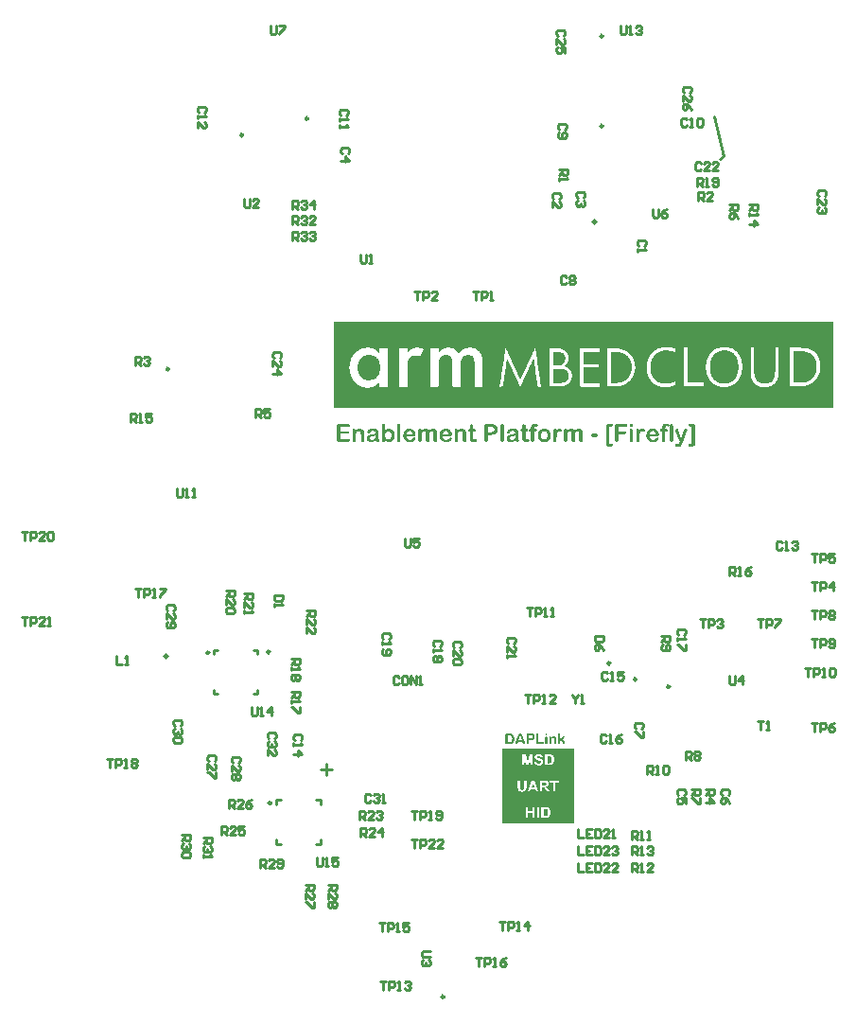
<source format=gto>
G04 Layer_Color=65535*
%FSLAX24Y24*%
%MOIN*%
G70*
G01*
G75*
%ADD10C,0.0100*%
%ADD11C,0.0010*%
G36*
X38009Y31557D02*
X38015D01*
X38022Y31556D01*
X38029Y31556D01*
X38037Y31554D01*
X38056Y31551D01*
X38075Y31546D01*
X38094Y31539D01*
X38113Y31529D01*
X38114D01*
X38115Y31528D01*
X38117Y31526D01*
X38120Y31524D01*
X38130Y31518D01*
X38140Y31509D01*
X38152Y31499D01*
X38164Y31486D01*
X38175Y31472D01*
X38185Y31455D01*
Y31455D01*
X38186Y31453D01*
X38188Y31451D01*
X38189Y31448D01*
X38191Y31444D01*
X38193Y31438D01*
X38198Y31427D01*
X38202Y31413D01*
X38206Y31398D01*
X38209Y31381D01*
X38210Y31364D01*
Y31363D01*
Y31362D01*
Y31360D01*
Y31357D01*
X38208Y31349D01*
X38207Y31341D01*
X38204Y31331D01*
X38199Y31322D01*
X38193Y31314D01*
X38184Y31307D01*
X38184Y31307D01*
X38180Y31306D01*
X38174Y31304D01*
X38167Y31301D01*
X38157Y31299D01*
X38145Y31297D01*
X38131Y31296D01*
X38115Y31295D01*
X37890D01*
Y31294D01*
Y31294D01*
Y31291D01*
Y31288D01*
X37891Y31281D01*
X37892Y31272D01*
X37894Y31261D01*
X37896Y31250D01*
X37900Y31237D01*
X37905Y31226D01*
X37906Y31224D01*
X37908Y31221D01*
X37912Y31216D01*
X37916Y31209D01*
X37922Y31201D01*
X37929Y31194D01*
X37937Y31186D01*
X37946Y31180D01*
X37948Y31179D01*
X37951Y31178D01*
X37956Y31176D01*
X37963Y31173D01*
X37971Y31170D01*
X37981Y31168D01*
X37991Y31166D01*
X38003Y31166D01*
X38010D01*
X38015Y31166D01*
X38021D01*
X38027Y31168D01*
X38040Y31170D01*
X38041D01*
X38043Y31171D01*
X38046Y31172D01*
X38051Y31174D01*
X38061Y31179D01*
X38073Y31185D01*
X38074Y31186D01*
X38077Y31186D01*
X38080Y31189D01*
X38083Y31192D01*
X38093Y31199D01*
X38103Y31207D01*
X38104Y31208D01*
X38105Y31209D01*
X38108Y31212D01*
X38113Y31216D01*
X38117Y31220D01*
X38124Y31226D01*
X38131Y31233D01*
X38138Y31240D01*
X38139D01*
X38140Y31241D01*
X38142Y31242D01*
X38144Y31243D01*
X38152Y31246D01*
X38163Y31247D01*
X38166D01*
X38169Y31246D01*
X38173Y31246D01*
X38182Y31243D01*
X38187Y31240D01*
X38191Y31237D01*
X38192Y31236D01*
X38193Y31236D01*
X38195Y31233D01*
X38198Y31230D01*
X38199Y31226D01*
X38201Y31222D01*
X38202Y31216D01*
X38203Y31210D01*
Y31209D01*
Y31207D01*
X38202Y31204D01*
X38201Y31199D01*
X38200Y31194D01*
X38198Y31188D01*
X38194Y31181D01*
X38191Y31173D01*
X38190Y31172D01*
X38188Y31169D01*
X38185Y31166D01*
X38181Y31160D01*
X38176Y31154D01*
X38170Y31148D01*
X38162Y31140D01*
X38154Y31133D01*
X38153Y31132D01*
X38149Y31130D01*
X38144Y31126D01*
X38137Y31122D01*
X38127Y31117D01*
X38117Y31112D01*
X38105Y31106D01*
X38091Y31102D01*
X38090D01*
X38090Y31101D01*
X38087D01*
X38085Y31100D01*
X38077Y31098D01*
X38067Y31095D01*
X38054Y31093D01*
X38040Y31092D01*
X38023Y31090D01*
X38006Y31089D01*
X38001D01*
X37995Y31090D01*
X37987D01*
X37978Y31092D01*
X37968Y31092D01*
X37955Y31095D01*
X37943Y31097D01*
X37929Y31101D01*
X37915Y31105D01*
X37901Y31110D01*
X37887Y31116D01*
X37872Y31123D01*
X37859Y31132D01*
X37846Y31142D01*
X37834Y31152D01*
X37833Y31153D01*
X37831Y31156D01*
X37828Y31159D01*
X37824Y31164D01*
X37819Y31170D01*
X37814Y31178D01*
X37808Y31187D01*
X37803Y31198D01*
X37797Y31209D01*
X37791Y31222D01*
X37787Y31236D01*
X37782Y31251D01*
X37777Y31268D01*
X37774Y31285D01*
X37773Y31304D01*
X37772Y31324D01*
Y31324D01*
Y31326D01*
Y31328D01*
Y31332D01*
X37773Y31337D01*
Y31342D01*
X37774Y31354D01*
X37776Y31369D01*
X37778Y31384D01*
X37782Y31401D01*
X37787Y31418D01*
Y31418D01*
X37787Y31420D01*
X37788Y31422D01*
X37790Y31425D01*
X37793Y31433D01*
X37798Y31444D01*
X37804Y31455D01*
X37812Y31468D01*
X37821Y31480D01*
X37831Y31492D01*
X37833Y31494D01*
X37837Y31498D01*
X37843Y31503D01*
X37851Y31510D01*
X37861Y31518D01*
X37874Y31526D01*
X37888Y31534D01*
X37903Y31541D01*
X37904D01*
X37905Y31542D01*
X37908Y31543D01*
X37911Y31543D01*
X37915Y31545D01*
X37919Y31546D01*
X37931Y31549D01*
X37945Y31553D01*
X37961Y31556D01*
X37979Y31557D01*
X37998Y31558D01*
X38004D01*
X38009Y31557D01*
D02*
G37*
G36*
X38659Y31728D02*
X38666Y31726D01*
X38672Y31724D01*
X38679Y31721D01*
X38686Y31717D01*
X38693Y31711D01*
X38693Y31710D01*
X38695Y31708D01*
X38698Y31703D01*
X38701Y31698D01*
X38703Y31690D01*
X38706Y31681D01*
X38708Y31671D01*
X38709Y31658D01*
Y31159D01*
Y31157D01*
Y31153D01*
X38708Y31147D01*
X38706Y31139D01*
X38705Y31131D01*
X38702Y31122D01*
X38697Y31114D01*
X38692Y31106D01*
X38691Y31105D01*
X38689Y31104D01*
X38686Y31101D01*
X38680Y31098D01*
X38675Y31095D01*
X38667Y31092D01*
X38659Y31090D01*
X38650Y31089D01*
X38646D01*
X38642Y31090D01*
X38636Y31092D01*
X38629Y31094D01*
X38622Y31097D01*
X38615Y31101D01*
X38609Y31107D01*
X38609Y31108D01*
X38607Y31110D01*
X38605Y31115D01*
X38602Y31120D01*
X38598Y31128D01*
X38596Y31136D01*
X38595Y31147D01*
X38594Y31159D01*
Y31658D01*
Y31659D01*
Y31660D01*
Y31664D01*
X38595Y31670D01*
X38595Y31677D01*
X38598Y31686D01*
X38600Y31695D01*
X38604Y31704D01*
X38609Y31711D01*
X38609Y31711D01*
X38612Y31714D01*
X38615Y31716D01*
X38619Y31720D01*
X38625Y31723D01*
X38632Y31725D01*
X38641Y31728D01*
X38650Y31728D01*
X38655D01*
X38659Y31728D01*
D02*
G37*
G36*
X27266Y31718D02*
X27273Y31717D01*
X27280Y31715D01*
X27288Y31712D01*
X27295Y31709D01*
X27301Y31704D01*
X27302Y31704D01*
X27303Y31702D01*
X27306Y31699D01*
X27309Y31695D01*
X27311Y31691D01*
X27313Y31684D01*
X27315Y31677D01*
X27316Y31670D01*
Y31669D01*
Y31666D01*
X27315Y31662D01*
X27314Y31657D01*
X27312Y31652D01*
X27310Y31646D01*
X27306Y31640D01*
X27301Y31635D01*
X27300Y31634D01*
X27298Y31633D01*
X27295Y31631D01*
X27290Y31629D01*
X27284Y31626D01*
X27276Y31624D01*
X27267Y31623D01*
X27256Y31622D01*
X26975D01*
Y31469D01*
X27239D01*
X27244Y31469D01*
X27250Y31468D01*
X27257Y31466D01*
X27265Y31464D01*
X27271Y31461D01*
X27277Y31456D01*
X27278Y31455D01*
X27279Y31454D01*
X27282Y31451D01*
X27284Y31447D01*
X27286Y31442D01*
X27289Y31436D01*
X27290Y31430D01*
X27291Y31422D01*
Y31422D01*
Y31419D01*
X27290Y31415D01*
X27289Y31410D01*
X27288Y31405D01*
X27285Y31399D01*
X27282Y31394D01*
X27277Y31388D01*
X27276Y31388D01*
X27275Y31386D01*
X27271Y31384D01*
X27266Y31382D01*
X27260Y31379D01*
X27253Y31378D01*
X27244Y31376D01*
X27234Y31375D01*
X26975D01*
Y31199D01*
X27271D01*
X27276Y31199D01*
X27283Y31198D01*
X27290Y31196D01*
X27297Y31193D01*
X27304Y31190D01*
X27310Y31186D01*
X27311Y31185D01*
X27313Y31183D01*
X27315Y31180D01*
X27318Y31176D01*
X27321Y31170D01*
X27323Y31164D01*
X27325Y31157D01*
X27326Y31149D01*
Y31148D01*
Y31145D01*
X27325Y31141D01*
X27324Y31136D01*
X27322Y31130D01*
X27320Y31125D01*
X27316Y31119D01*
X27310Y31113D01*
X27310Y31112D01*
X27307Y31111D01*
X27304Y31109D01*
X27299Y31107D01*
X27293Y31104D01*
X27286Y31102D01*
X27276Y31101D01*
X27266Y31100D01*
X26919D01*
X26912Y31101D01*
X26904Y31102D01*
X26894Y31105D01*
X26885Y31108D01*
X26875Y31112D01*
X26868Y31118D01*
X26867Y31119D01*
X26865Y31122D01*
X26862Y31125D01*
X26859Y31132D01*
X26855Y31140D01*
X26853Y31150D01*
X26851Y31162D01*
X26850Y31176D01*
Y31641D01*
Y31643D01*
Y31646D01*
X26851Y31650D01*
Y31657D01*
X26852Y31664D01*
X26853Y31671D01*
X26855Y31678D01*
X26858Y31685D01*
X26858Y31686D01*
X26859Y31688D01*
X26861Y31691D01*
X26864Y31694D01*
X26867Y31699D01*
X26872Y31703D01*
X26876Y31707D01*
X26882Y31710D01*
X26883Y31711D01*
X26885Y31711D01*
X26889Y31713D01*
X26894Y31714D01*
X26901Y31716D01*
X26908Y31717D01*
X26917Y31718D01*
X27261D01*
X27266Y31718D01*
D02*
G37*
G36*
X34927Y31556D02*
X34932Y31555D01*
X34939Y31553D01*
X34945Y31550D01*
X34952Y31546D01*
X34958Y31541D01*
X34959Y31540D01*
X34960Y31538D01*
X34963Y31535D01*
X34966Y31530D01*
X34969Y31524D01*
X34972Y31516D01*
X34973Y31508D01*
X34974Y31498D01*
Y31488D01*
X34976Y31489D01*
X34979Y31493D01*
X34986Y31499D01*
X34993Y31507D01*
X35003Y31516D01*
X35014Y31524D01*
X35026Y31533D01*
X35038Y31539D01*
X35039D01*
X35040Y31540D01*
X35044Y31542D01*
X35051Y31545D01*
X35060Y31548D01*
X35072Y31551D01*
X35085Y31554D01*
X35099Y31556D01*
X35114Y31556D01*
X35121D01*
X35130Y31556D01*
X35140Y31554D01*
X35151Y31552D01*
X35164Y31549D01*
X35176Y31545D01*
X35188Y31539D01*
X35190Y31538D01*
X35194Y31536D01*
X35199Y31532D01*
X35207Y31526D01*
X35215Y31519D01*
X35224Y31509D01*
X35232Y31499D01*
X35240Y31487D01*
Y31488D01*
X35242Y31489D01*
X35245Y31492D01*
X35251Y31499D01*
X35259Y31506D01*
X35269Y31515D01*
X35279Y31523D01*
X35290Y31532D01*
X35302Y31539D01*
X35303D01*
X35304Y31539D01*
X35309Y31542D01*
X35315Y31544D01*
X35324Y31548D01*
X35335Y31551D01*
X35348Y31553D01*
X35362Y31556D01*
X35376Y31556D01*
X35384D01*
X35393Y31556D01*
X35404Y31554D01*
X35417Y31552D01*
X35430Y31549D01*
X35444Y31544D01*
X35457Y31538D01*
X35458D01*
X35459Y31537D01*
X35463Y31535D01*
X35469Y31530D01*
X35477Y31524D01*
X35484Y31517D01*
X35493Y31508D01*
X35501Y31497D01*
X35508Y31485D01*
X35509Y31483D01*
X35511Y31479D01*
X35512Y31475D01*
X35513Y31471D01*
X35515Y31466D01*
X35516Y31461D01*
X35518Y31454D01*
X35519Y31447D01*
X35520Y31438D01*
X35521Y31430D01*
X35522Y31420D01*
X35523Y31410D01*
X35524Y31398D01*
Y31386D01*
Y31162D01*
Y31161D01*
Y31160D01*
Y31156D01*
X35523Y31149D01*
X35521Y31142D01*
X35520Y31132D01*
X35517Y31123D01*
X35512Y31115D01*
X35507Y31107D01*
X35506Y31106D01*
X35504Y31104D01*
X35501Y31102D01*
X35495Y31098D01*
X35489Y31095D01*
X35482Y31092D01*
X35473Y31090D01*
X35464Y31089D01*
X35459D01*
X35454Y31090D01*
X35448Y31092D01*
X35441Y31094D01*
X35434Y31097D01*
X35427Y31101D01*
X35420Y31107D01*
X35420Y31108D01*
X35418Y31111D01*
X35415Y31115D01*
X35413Y31121D01*
X35410Y31129D01*
X35407Y31138D01*
X35405Y31149D01*
X35404Y31162D01*
Y31355D01*
Y31356D01*
Y31357D01*
Y31361D01*
Y31368D01*
X35403Y31377D01*
Y31386D01*
X35403Y31396D01*
X35402Y31405D01*
X35400Y31415D01*
Y31415D01*
X35400Y31418D01*
X35399Y31422D01*
X35397Y31428D01*
X35395Y31434D01*
X35392Y31440D01*
X35388Y31446D01*
X35383Y31452D01*
X35383Y31453D01*
X35381Y31455D01*
X35377Y31457D01*
X35373Y31460D01*
X35367Y31463D01*
X35360Y31465D01*
X35352Y31467D01*
X35342Y31468D01*
X35338D01*
X35333Y31467D01*
X35328Y31466D01*
X35321Y31465D01*
X35314Y31462D01*
X35306Y31459D01*
X35299Y31454D01*
X35298Y31453D01*
X35296Y31452D01*
X35292Y31448D01*
X35287Y31444D01*
X35282Y31439D01*
X35277Y31433D01*
X35272Y31425D01*
X35267Y31418D01*
X35266Y31416D01*
Y31415D01*
X35265Y31412D01*
X35264Y31408D01*
X35263Y31405D01*
X35262Y31400D01*
X35261Y31394D01*
X35260Y31387D01*
X35259Y31380D01*
X35258Y31371D01*
X35257Y31361D01*
X35256Y31351D01*
X35255Y31340D01*
X35255Y31327D01*
Y31314D01*
Y31162D01*
Y31161D01*
Y31160D01*
Y31156D01*
X35254Y31149D01*
X35252Y31142D01*
X35251Y31132D01*
X35248Y31123D01*
X35243Y31115D01*
X35238Y31107D01*
X35237Y31106D01*
X35235Y31104D01*
X35232Y31102D01*
X35226Y31098D01*
X35220Y31095D01*
X35213Y31092D01*
X35204Y31090D01*
X35195Y31089D01*
X35190D01*
X35185Y31090D01*
X35179Y31092D01*
X35173Y31094D01*
X35165Y31097D01*
X35158Y31101D01*
X35152Y31107D01*
X35151Y31108D01*
X35150Y31111D01*
X35147Y31115D01*
X35144Y31121D01*
X35141Y31129D01*
X35138Y31138D01*
X35137Y31149D01*
X35136Y31162D01*
Y31345D01*
Y31346D01*
Y31347D01*
Y31349D01*
Y31352D01*
Y31360D01*
Y31370D01*
X35135Y31381D01*
X35134Y31391D01*
X35134Y31402D01*
X35133Y31412D01*
Y31413D01*
X35132Y31416D01*
X35131Y31421D01*
X35130Y31427D01*
X35127Y31433D01*
X35124Y31439D01*
X35121Y31446D01*
X35117Y31452D01*
X35116Y31453D01*
X35114Y31455D01*
X35111Y31457D01*
X35107Y31460D01*
X35100Y31463D01*
X35094Y31465D01*
X35085Y31467D01*
X35075Y31468D01*
X35070D01*
X35066Y31467D01*
X35057Y31465D01*
X35045Y31463D01*
X35033Y31459D01*
X35020Y31452D01*
X35014Y31447D01*
X35009Y31442D01*
X35005Y31435D01*
X35001Y31428D01*
Y31428D01*
X35000Y31427D01*
X34999Y31425D01*
X34998Y31422D01*
X34997Y31418D01*
X34996Y31412D01*
X34994Y31407D01*
X34993Y31400D01*
X34990Y31393D01*
X34989Y31384D01*
X34987Y31375D01*
X34986Y31365D01*
X34985Y31354D01*
X34984Y31343D01*
X34983Y31331D01*
Y31317D01*
Y31162D01*
Y31161D01*
Y31160D01*
Y31156D01*
X34983Y31149D01*
X34981Y31142D01*
X34979Y31132D01*
X34976Y31123D01*
X34972Y31115D01*
X34966Y31107D01*
X34966Y31106D01*
X34963Y31104D01*
X34960Y31102D01*
X34955Y31098D01*
X34949Y31095D01*
X34942Y31092D01*
X34933Y31090D01*
X34924Y31089D01*
X34919D01*
X34915Y31090D01*
X34908Y31092D01*
X34902Y31094D01*
X34895Y31097D01*
X34888Y31101D01*
X34881Y31107D01*
X34880Y31108D01*
X34878Y31111D01*
X34875Y31115D01*
X34873Y31121D01*
X34870Y31129D01*
X34867Y31138D01*
X34865Y31149D01*
X34865Y31162D01*
Y31491D01*
Y31492D01*
Y31496D01*
X34865Y31502D01*
X34866Y31509D01*
X34868Y31517D01*
X34871Y31526D01*
X34875Y31533D01*
X34879Y31540D01*
X34880Y31541D01*
X34882Y31543D01*
X34885Y31546D01*
X34890Y31549D01*
X34895Y31552D01*
X34902Y31555D01*
X34910Y31556D01*
X34919Y31557D01*
X34922D01*
X34927Y31556D01*
D02*
G37*
G36*
X37046Y31718D02*
X37053Y31717D01*
X37060Y31715D01*
X37068Y31712D01*
X37075Y31709D01*
X37081Y31704D01*
X37082Y31704D01*
X37083Y31702D01*
X37086Y31699D01*
X37089Y31695D01*
X37091Y31691D01*
X37094Y31684D01*
X37095Y31677D01*
X37096Y31670D01*
Y31669D01*
Y31666D01*
X37095Y31662D01*
X37094Y31657D01*
X37092Y31652D01*
X37090Y31646D01*
X37086Y31640D01*
X37081Y31635D01*
X37080Y31634D01*
X37078Y31633D01*
X37075Y31631D01*
X37070Y31629D01*
X37064Y31626D01*
X37057Y31624D01*
X37047Y31623D01*
X37036Y31622D01*
X36790D01*
Y31463D01*
X37001D01*
X37006Y31462D01*
X37013Y31462D01*
X37019Y31460D01*
X37026Y31458D01*
X37033Y31455D01*
X37039Y31450D01*
X37040Y31449D01*
X37041Y31448D01*
X37043Y31445D01*
X37046Y31441D01*
X37049Y31436D01*
X37051Y31430D01*
X37053Y31423D01*
X37053Y31415D01*
Y31415D01*
Y31411D01*
X37053Y31408D01*
X37052Y31403D01*
X37050Y31398D01*
X37047Y31392D01*
X37043Y31387D01*
X37039Y31381D01*
X37038Y31381D01*
X37036Y31380D01*
X37033Y31378D01*
X37028Y31375D01*
X37023Y31373D01*
X37015Y31371D01*
X37006Y31370D01*
X36996Y31369D01*
X36790D01*
Y31165D01*
Y31164D01*
Y31163D01*
Y31159D01*
X36790Y31152D01*
X36788Y31143D01*
X36786Y31134D01*
X36783Y31125D01*
X36779Y31115D01*
X36773Y31108D01*
X36772Y31107D01*
X36770Y31105D01*
X36766Y31102D01*
X36760Y31098D01*
X36754Y31095D01*
X36747Y31092D01*
X36738Y31090D01*
X36728Y31089D01*
X36723D01*
X36718Y31090D01*
X36712Y31092D01*
X36705Y31094D01*
X36697Y31097D01*
X36690Y31102D01*
X36683Y31108D01*
X36682Y31108D01*
X36680Y31112D01*
X36677Y31116D01*
X36674Y31122D01*
X36671Y31130D01*
X36668Y31140D01*
X36666Y31152D01*
X36666Y31166D01*
Y31641D01*
Y31643D01*
Y31646D01*
X36666Y31650D01*
Y31657D01*
X36667Y31664D01*
X36669Y31671D01*
X36671Y31678D01*
X36673Y31685D01*
X36674Y31686D01*
X36675Y31688D01*
X36676Y31691D01*
X36679Y31694D01*
X36683Y31699D01*
X36687Y31703D01*
X36692Y31707D01*
X36698Y31710D01*
X36699Y31711D01*
X36701Y31711D01*
X36705Y31713D01*
X36710Y31714D01*
X36716Y31716D01*
X36723Y31717D01*
X36733Y31718D01*
X37041D01*
X37046Y31718D01*
D02*
G37*
G36*
X37247Y31556D02*
X37252Y31555D01*
X37259Y31553D01*
X37266Y31549D01*
X37273Y31546D01*
X37279Y31539D01*
X37280Y31539D01*
X37282Y31536D01*
X37285Y31533D01*
X37288Y31527D01*
X37291Y31520D01*
X37294Y31512D01*
X37296Y31502D01*
X37296Y31492D01*
Y31159D01*
Y31157D01*
Y31153D01*
X37296Y31147D01*
X37294Y31139D01*
X37292Y31131D01*
X37289Y31122D01*
X37285Y31114D01*
X37279Y31106D01*
X37279Y31105D01*
X37276Y31104D01*
X37273Y31101D01*
X37268Y31098D01*
X37262Y31095D01*
X37255Y31092D01*
X37247Y31090D01*
X37238Y31089D01*
X37234D01*
X37229Y31090D01*
X37223Y31092D01*
X37217Y31094D01*
X37210Y31097D01*
X37203Y31101D01*
X37197Y31107D01*
X37196Y31108D01*
X37195Y31110D01*
X37192Y31115D01*
X37189Y31120D01*
X37186Y31128D01*
X37184Y31136D01*
X37182Y31147D01*
X37181Y31159D01*
Y31488D01*
Y31489D01*
Y31489D01*
Y31493D01*
X37182Y31499D01*
X37184Y31507D01*
X37185Y31516D01*
X37188Y31524D01*
X37191Y31533D01*
X37197Y31539D01*
X37198Y31540D01*
X37200Y31543D01*
X37203Y31545D01*
X37208Y31549D01*
X37214Y31552D01*
X37221Y31554D01*
X37228Y31556D01*
X37238Y31557D01*
X37242D01*
X37247Y31556D01*
D02*
G37*
G36*
X39170D02*
X39178Y31554D01*
X39187Y31549D01*
X39188D01*
X39189Y31548D01*
X39194Y31545D01*
X39200Y31539D01*
X39205Y31531D01*
Y31530D01*
X39206Y31529D01*
X39208Y31526D01*
X39209Y31523D01*
X39211Y31516D01*
X39212Y31506D01*
X39211Y31505D01*
X39211Y31501D01*
X39208Y31493D01*
X39206Y31483D01*
Y31482D01*
X39205Y31481D01*
X39204Y31478D01*
X39204Y31474D01*
X39201Y31465D01*
X39197Y31454D01*
X39047Y31061D01*
Y31061D01*
X39046Y31059D01*
X39046Y31057D01*
X39044Y31053D01*
X39042Y31048D01*
X39040Y31044D01*
X39035Y31032D01*
X39029Y31019D01*
X39023Y31005D01*
X39016Y30992D01*
X39009Y30981D01*
X39008Y30979D01*
X39006Y30976D01*
X39001Y30970D01*
X38996Y30964D01*
X38989Y30956D01*
X38980Y30949D01*
X38970Y30941D01*
X38959Y30935D01*
X38958Y30934D01*
X38954Y30933D01*
X38947Y30930D01*
X38938Y30927D01*
X38926Y30924D01*
X38912Y30921D01*
X38896Y30920D01*
X38878Y30919D01*
X38869D01*
X38860Y30920D01*
X38849Y30920D01*
X38837Y30922D01*
X38824Y30923D01*
X38812Y30927D01*
X38801Y30930D01*
X38800Y30931D01*
X38797Y30933D01*
X38794Y30935D01*
X38789Y30940D01*
X38784Y30945D01*
X38780Y30952D01*
X38777Y30960D01*
X38777Y30970D01*
Y30971D01*
Y30974D01*
X38777Y30977D01*
X38778Y30981D01*
X38780Y30987D01*
X38781Y30991D01*
X38784Y30996D01*
X38788Y31001D01*
X38789Y31001D01*
X38790Y31002D01*
X38794Y31004D01*
X38797Y31006D01*
X38802Y31008D01*
X38808Y31010D01*
X38815Y31011D01*
X38824Y31011D01*
X38830D01*
X38835Y31011D01*
X38842Y31009D01*
X38843D01*
X38844Y31008D01*
X38848Y31007D01*
X38854Y31007D01*
X38861Y31006D01*
X38868D01*
X38872Y31007D01*
X38882Y31008D01*
X38888Y31010D01*
X38892Y31012D01*
X38893D01*
X38895Y31014D01*
X38899Y31017D01*
X38905Y31024D01*
X38909Y31028D01*
X38912Y31033D01*
X38913Y31034D01*
X38914Y31036D01*
X38916Y31039D01*
X38918Y31044D01*
X38922Y31050D01*
X38925Y31057D01*
X38929Y31065D01*
X38934Y31075D01*
X38944Y31101D01*
X38802Y31457D01*
X38801Y31459D01*
X38800Y31462D01*
X38798Y31468D01*
X38796Y31474D01*
X38792Y31489D01*
X38790Y31496D01*
X38790Y31502D01*
Y31502D01*
Y31504D01*
X38790Y31507D01*
Y31511D01*
X38793Y31519D01*
X38797Y31529D01*
Y31529D01*
X38798Y31531D01*
X38800Y31533D01*
X38802Y31536D01*
X38809Y31543D01*
X38817Y31549D01*
X38818D01*
X38820Y31551D01*
X38823Y31552D01*
X38826Y31553D01*
X38835Y31556D01*
X38845Y31557D01*
X38849D01*
X38854Y31556D01*
X38860Y31555D01*
X38865Y31553D01*
X38872Y31550D01*
X38878Y31546D01*
X38883Y31541D01*
X38884Y31540D01*
X38885Y31538D01*
X38888Y31535D01*
X38891Y31529D01*
X38894Y31523D01*
X38898Y31516D01*
X38902Y31506D01*
X38905Y31496D01*
X39002Y31213D01*
X39095Y31476D01*
X39096Y31478D01*
X39097Y31482D01*
X39099Y31487D01*
X39101Y31494D01*
X39104Y31502D01*
X39107Y31510D01*
X39111Y31519D01*
X39114Y31526D01*
X39115Y31526D01*
X39116Y31529D01*
X39118Y31532D01*
X39120Y31536D01*
X39127Y31544D01*
X39130Y31547D01*
X39134Y31550D01*
X39134D01*
X39135Y31551D01*
X39137Y31553D01*
X39141Y31554D01*
X39145Y31555D01*
X39150Y31556D01*
X39155Y31557D01*
X39166D01*
X39170Y31556D01*
D02*
G37*
G36*
X34717D02*
X34726Y31555D01*
X34737Y31553D01*
X34748Y31549D01*
X34760Y31545D01*
X34774Y31539D01*
X34774D01*
X34775Y31538D01*
X34779Y31536D01*
X34784Y31531D01*
X34791Y31526D01*
X34797Y31519D01*
X34802Y31510D01*
X34806Y31501D01*
X34807Y31496D01*
Y31490D01*
Y31489D01*
Y31487D01*
X34807Y31483D01*
X34806Y31478D01*
X34804Y31472D01*
X34801Y31467D01*
X34797Y31461D01*
X34793Y31455D01*
X34792Y31455D01*
X34791Y31453D01*
X34787Y31451D01*
X34784Y31448D01*
X34779Y31446D01*
X34774Y31444D01*
X34768Y31442D01*
X34762Y31442D01*
X34760D01*
X34759Y31442D01*
X34756D01*
X34752Y31443D01*
X34747Y31445D01*
X34740Y31447D01*
X34731Y31449D01*
X34730Y31450D01*
X34727Y31451D01*
X34723Y31452D01*
X34717Y31454D01*
X34710Y31455D01*
X34703Y31456D01*
X34696Y31458D01*
X34685D01*
X34680Y31457D01*
X34674Y31456D01*
X34667Y31455D01*
X34660Y31452D01*
X34653Y31448D01*
X34647Y31444D01*
X34646Y31443D01*
X34645Y31442D01*
X34642Y31438D01*
X34638Y31434D01*
X34634Y31428D01*
X34629Y31422D01*
X34626Y31414D01*
X34622Y31405D01*
Y31403D01*
X34620Y31400D01*
X34619Y31395D01*
X34617Y31387D01*
X34616Y31378D01*
X34613Y31368D01*
X34612Y31355D01*
X34610Y31342D01*
Y31341D01*
Y31341D01*
Y31338D01*
X34609Y31336D01*
Y31328D01*
X34609Y31318D01*
X34608Y31305D01*
Y31290D01*
X34607Y31273D01*
Y31255D01*
Y31159D01*
Y31157D01*
Y31153D01*
X34606Y31147D01*
X34605Y31139D01*
X34603Y31131D01*
X34600Y31122D01*
X34595Y31114D01*
X34590Y31106D01*
X34589Y31105D01*
X34587Y31104D01*
X34584Y31101D01*
X34578Y31098D01*
X34573Y31095D01*
X34565Y31092D01*
X34558Y31090D01*
X34548Y31089D01*
X34545D01*
X34540Y31090D01*
X34534Y31092D01*
X34528Y31093D01*
X34521Y31096D01*
X34514Y31101D01*
X34508Y31106D01*
X34507Y31107D01*
X34505Y31109D01*
X34503Y31114D01*
X34500Y31119D01*
X34497Y31127D01*
X34494Y31135D01*
X34493Y31146D01*
X34492Y31159D01*
Y31479D01*
Y31480D01*
Y31482D01*
X34493Y31486D01*
Y31492D01*
X34494Y31497D01*
X34495Y31504D01*
X34499Y31519D01*
X34502Y31526D01*
X34506Y31533D01*
X34510Y31539D01*
X34515Y31545D01*
X34522Y31550D01*
X34529Y31554D01*
X34538Y31556D01*
X34548Y31557D01*
X34552D01*
X34558Y31556D01*
X34564Y31555D01*
X34570Y31553D01*
X34577Y31549D01*
X34583Y31545D01*
X34589Y31539D01*
X34589Y31538D01*
X34591Y31536D01*
X34593Y31531D01*
X34595Y31525D01*
X34598Y31517D01*
X34600Y31508D01*
X34602Y31497D01*
X34603Y31485D01*
Y31486D01*
X34604Y31486D01*
X34607Y31491D01*
X34611Y31497D01*
X34616Y31505D01*
X34622Y31513D01*
X34629Y31523D01*
X34637Y31531D01*
X34645Y31539D01*
X34646Y31539D01*
X34649Y31542D01*
X34654Y31545D01*
X34660Y31548D01*
X34669Y31551D01*
X34679Y31554D01*
X34690Y31556D01*
X34703Y31557D01*
X34710D01*
X34717Y31556D01*
D02*
G37*
G36*
X37639D02*
X37648Y31555D01*
X37659Y31553D01*
X37670Y31549D01*
X37683Y31545D01*
X37696Y31539D01*
X37696D01*
X37697Y31538D01*
X37701Y31536D01*
X37706Y31531D01*
X37713Y31526D01*
X37719Y31519D01*
X37724Y31510D01*
X37728Y31501D01*
X37730Y31496D01*
Y31490D01*
Y31489D01*
Y31487D01*
X37729Y31483D01*
X37728Y31478D01*
X37726Y31472D01*
X37723Y31467D01*
X37720Y31461D01*
X37715Y31455D01*
X37714Y31455D01*
X37713Y31453D01*
X37710Y31451D01*
X37706Y31448D01*
X37701Y31446D01*
X37696Y31444D01*
X37690Y31442D01*
X37684Y31442D01*
X37683D01*
X37681Y31442D01*
X37678D01*
X37674Y31443D01*
X37669Y31445D01*
X37662Y31447D01*
X37653Y31449D01*
X37652Y31450D01*
X37649Y31451D01*
X37645Y31452D01*
X37639Y31454D01*
X37632Y31455D01*
X37626Y31456D01*
X37618Y31458D01*
X37607D01*
X37602Y31457D01*
X37596Y31456D01*
X37589Y31455D01*
X37582Y31452D01*
X37575Y31448D01*
X37569Y31444D01*
X37568Y31443D01*
X37567Y31442D01*
X37564Y31438D01*
X37560Y31434D01*
X37556Y31428D01*
X37551Y31422D01*
X37548Y31414D01*
X37544Y31405D01*
Y31403D01*
X37542Y31400D01*
X37541Y31395D01*
X37539Y31387D01*
X37538Y31378D01*
X37535Y31368D01*
X37534Y31355D01*
X37532Y31342D01*
Y31341D01*
Y31341D01*
Y31338D01*
X37531Y31336D01*
Y31328D01*
X37531Y31318D01*
X37530Y31305D01*
Y31290D01*
X37529Y31273D01*
Y31255D01*
Y31159D01*
Y31157D01*
Y31153D01*
X37528Y31147D01*
X37527Y31139D01*
X37525Y31131D01*
X37522Y31122D01*
X37518Y31114D01*
X37512Y31106D01*
X37511Y31105D01*
X37509Y31104D01*
X37506Y31101D01*
X37501Y31098D01*
X37495Y31095D01*
X37487Y31092D01*
X37480Y31090D01*
X37471Y31089D01*
X37467D01*
X37462Y31090D01*
X37456Y31092D01*
X37450Y31093D01*
X37443Y31096D01*
X37436Y31101D01*
X37430Y31106D01*
X37429Y31107D01*
X37427Y31109D01*
X37425Y31114D01*
X37422Y31119D01*
X37419Y31127D01*
X37417Y31135D01*
X37415Y31146D01*
X37414Y31159D01*
Y31479D01*
Y31480D01*
Y31482D01*
X37415Y31486D01*
Y31492D01*
X37416Y31497D01*
X37417Y31504D01*
X37421Y31519D01*
X37424Y31526D01*
X37428Y31533D01*
X37432Y31539D01*
X37437Y31545D01*
X37444Y31550D01*
X37451Y31554D01*
X37460Y31556D01*
X37470Y31557D01*
X37474D01*
X37480Y31556D01*
X37486Y31555D01*
X37492Y31553D01*
X37499Y31549D01*
X37505Y31545D01*
X37511Y31539D01*
X37511Y31538D01*
X37513Y31536D01*
X37515Y31531D01*
X37518Y31525D01*
X37520Y31517D01*
X37522Y31508D01*
X37524Y31497D01*
X37525Y31485D01*
Y31486D01*
X37526Y31486D01*
X37529Y31491D01*
X37533Y31497D01*
X37538Y31505D01*
X37545Y31513D01*
X37551Y31523D01*
X37559Y31531D01*
X37567Y31539D01*
X37568Y31539D01*
X37571Y31542D01*
X37576Y31545D01*
X37582Y31548D01*
X37591Y31551D01*
X37601Y31554D01*
X37612Y31556D01*
X37626Y31557D01*
X37632D01*
X37639Y31556D01*
D02*
G37*
G36*
X37247Y31723D02*
X37252Y31722D01*
X37259Y31720D01*
X37265Y31718D01*
X37272Y31714D01*
X37279Y31709D01*
X37279Y31708D01*
X37282Y31707D01*
X37284Y31703D01*
X37288Y31698D01*
X37291Y31692D01*
X37293Y31685D01*
X37296Y31677D01*
X37296Y31667D01*
Y31666D01*
Y31663D01*
X37296Y31658D01*
X37294Y31652D01*
X37292Y31645D01*
X37289Y31638D01*
X37285Y31632D01*
X37279Y31626D01*
X37279Y31625D01*
X37276Y31624D01*
X37272Y31621D01*
X37268Y31619D01*
X37262Y31616D01*
X37255Y31613D01*
X37248Y31612D01*
X37239Y31611D01*
X37235D01*
X37231Y31612D01*
X37225Y31613D01*
X37218Y31615D01*
X37212Y31617D01*
X37205Y31621D01*
X37198Y31626D01*
X37198Y31627D01*
X37196Y31629D01*
X37193Y31632D01*
X37190Y31637D01*
X37187Y31643D01*
X37184Y31650D01*
X37182Y31658D01*
X37181Y31667D01*
Y31668D01*
Y31671D01*
X37182Y31676D01*
X37184Y31681D01*
X37185Y31688D01*
X37188Y31694D01*
X37193Y31701D01*
X37198Y31708D01*
X37199Y31708D01*
X37201Y31710D01*
X37205Y31713D01*
X37210Y31716D01*
X37216Y31718D01*
X37223Y31721D01*
X37231Y31723D01*
X37239Y31724D01*
X37243D01*
X37247Y31723D01*
D02*
G37*
G36*
X36013Y31374D02*
X36020Y31374D01*
X36028Y31371D01*
X36036Y31369D01*
X36043Y31365D01*
X36050Y31361D01*
X36050Y31360D01*
X36052Y31358D01*
X36054Y31355D01*
X36057Y31351D01*
X36060Y31345D01*
X36063Y31339D01*
X36064Y31332D01*
X36065Y31324D01*
Y31323D01*
Y31320D01*
X36064Y31316D01*
X36063Y31310D01*
X36061Y31305D01*
X36059Y31299D01*
X36055Y31293D01*
X36050Y31287D01*
X36049Y31287D01*
X36046Y31285D01*
X36043Y31283D01*
X36038Y31280D01*
X36031Y31278D01*
X36023Y31276D01*
X36013Y31274D01*
X36003Y31273D01*
X35865D01*
X35859Y31274D01*
X35853Y31275D01*
X35845Y31277D01*
X35838Y31280D01*
X35830Y31283D01*
X35824Y31287D01*
X35823Y31288D01*
X35821Y31290D01*
X35819Y31293D01*
X35816Y31297D01*
X35813Y31302D01*
X35811Y31308D01*
X35809Y31316D01*
X35808Y31324D01*
Y31324D01*
Y31327D01*
X35809Y31331D01*
X35810Y31337D01*
X35812Y31343D01*
X35814Y31349D01*
X35818Y31355D01*
X35823Y31361D01*
X35824Y31361D01*
X35826Y31363D01*
X35830Y31365D01*
X35834Y31368D01*
X35841Y31371D01*
X35849Y31373D01*
X35859Y31374D01*
X35870Y31375D01*
X36008D01*
X36013Y31374D01*
D02*
G37*
G36*
X27687Y31556D02*
X27698Y31555D01*
X27711Y31553D01*
X27724Y31549D01*
X27738Y31544D01*
X27752Y31537D01*
X27753D01*
X27754Y31536D01*
X27758Y31533D01*
X27764Y31529D01*
X27772Y31523D01*
X27781Y31515D01*
X27790Y31505D01*
X27798Y31494D01*
X27806Y31481D01*
X27807Y31480D01*
X27808Y31477D01*
X27810Y31473D01*
X27812Y31468D01*
X27815Y31461D01*
X27817Y31453D01*
X27819Y31445D01*
X27821Y31435D01*
Y31435D01*
X27821Y31431D01*
X27822Y31426D01*
X27823Y31418D01*
Y31410D01*
X27824Y31399D01*
X27825Y31387D01*
Y31373D01*
Y31159D01*
Y31157D01*
Y31153D01*
X27824Y31147D01*
X27822Y31139D01*
X27821Y31131D01*
X27818Y31122D01*
X27814Y31114D01*
X27808Y31106D01*
X27808Y31105D01*
X27805Y31104D01*
X27802Y31101D01*
X27798Y31098D01*
X27791Y31095D01*
X27784Y31092D01*
X27776Y31090D01*
X27767Y31089D01*
X27763D01*
X27758Y31090D01*
X27752Y31092D01*
X27746Y31094D01*
X27738Y31097D01*
X27731Y31101D01*
X27725Y31107D01*
X27724Y31108D01*
X27723Y31110D01*
X27720Y31115D01*
X27717Y31120D01*
X27714Y31128D01*
X27712Y31136D01*
X27710Y31147D01*
X27710Y31159D01*
Y31351D01*
Y31351D01*
Y31353D01*
Y31356D01*
Y31360D01*
X27709Y31364D01*
Y31371D01*
X27707Y31383D01*
X27706Y31397D01*
X27703Y31411D01*
X27699Y31425D01*
X27693Y31438D01*
X27693Y31439D01*
X27690Y31442D01*
X27686Y31448D01*
X27680Y31453D01*
X27671Y31459D01*
X27660Y31464D01*
X27646Y31467D01*
X27630Y31469D01*
X27625D01*
X27619Y31468D01*
X27612Y31466D01*
X27603Y31464D01*
X27593Y31461D01*
X27584Y31456D01*
X27574Y31450D01*
X27573Y31449D01*
X27570Y31447D01*
X27565Y31442D01*
X27560Y31437D01*
X27554Y31429D01*
X27548Y31421D01*
X27542Y31411D01*
X27537Y31399D01*
Y31398D01*
X27535Y31394D01*
X27535Y31388D01*
X27534Y31383D01*
X27533Y31378D01*
X27532Y31371D01*
X27532Y31364D01*
X27531Y31357D01*
Y31348D01*
X27530Y31338D01*
X27529Y31327D01*
Y31316D01*
Y31304D01*
Y31159D01*
Y31157D01*
Y31153D01*
X27528Y31147D01*
X27527Y31139D01*
X27525Y31131D01*
X27522Y31122D01*
X27518Y31114D01*
X27512Y31106D01*
X27512Y31105D01*
X27509Y31104D01*
X27506Y31101D01*
X27501Y31098D01*
X27495Y31095D01*
X27488Y31092D01*
X27480Y31090D01*
X27471Y31089D01*
X27467D01*
X27462Y31090D01*
X27456Y31092D01*
X27450Y31094D01*
X27443Y31097D01*
X27436Y31101D01*
X27430Y31107D01*
X27429Y31108D01*
X27427Y31110D01*
X27425Y31115D01*
X27422Y31120D01*
X27419Y31128D01*
X27417Y31136D01*
X27415Y31147D01*
X27414Y31159D01*
Y31492D01*
Y31493D01*
Y31497D01*
X27415Y31502D01*
X27416Y31510D01*
X27417Y31518D01*
X27421Y31526D01*
X27424Y31533D01*
X27428Y31540D01*
X27429Y31541D01*
X27431Y31543D01*
X27434Y31546D01*
X27439Y31549D01*
X27444Y31552D01*
X27451Y31555D01*
X27459Y31556D01*
X27468Y31557D01*
X27473D01*
X27477Y31556D01*
X27485Y31554D01*
X27495Y31549D01*
X27495D01*
X27497Y31548D01*
X27501Y31544D01*
X27508Y31537D01*
X27514Y31528D01*
Y31527D01*
X27515Y31526D01*
X27516Y31523D01*
X27518Y31519D01*
X27519Y31513D01*
X27520Y31507D01*
X27522Y31501D01*
Y31493D01*
Y31480D01*
X27523Y31481D01*
X27527Y31486D01*
X27533Y31493D01*
X27542Y31502D01*
X27552Y31511D01*
X27562Y31521D01*
X27575Y31530D01*
X27588Y31538D01*
X27589D01*
X27589Y31539D01*
X27592Y31539D01*
X27594Y31541D01*
X27602Y31544D01*
X27612Y31548D01*
X27624Y31551D01*
X27638Y31554D01*
X27654Y31556D01*
X27671Y31557D01*
X27679D01*
X27687Y31556D01*
D02*
G37*
G36*
X31284D02*
X31295Y31555D01*
X31308Y31553D01*
X31321Y31549D01*
X31335Y31544D01*
X31349Y31537D01*
X31350D01*
X31350Y31536D01*
X31355Y31533D01*
X31361Y31529D01*
X31369Y31523D01*
X31378Y31515D01*
X31387Y31505D01*
X31395Y31494D01*
X31403Y31481D01*
X31404Y31480D01*
X31404Y31477D01*
X31407Y31473D01*
X31409Y31468D01*
X31411Y31461D01*
X31414Y31453D01*
X31416Y31445D01*
X31417Y31435D01*
Y31435D01*
X31418Y31431D01*
X31419Y31426D01*
X31420Y31418D01*
Y31410D01*
X31420Y31399D01*
X31421Y31387D01*
Y31373D01*
Y31159D01*
Y31157D01*
Y31153D01*
X31420Y31147D01*
X31419Y31139D01*
X31417Y31131D01*
X31414Y31122D01*
X31410Y31114D01*
X31405Y31106D01*
X31404Y31105D01*
X31402Y31104D01*
X31399Y31101D01*
X31394Y31098D01*
X31388Y31095D01*
X31381Y31092D01*
X31373Y31090D01*
X31364Y31089D01*
X31360D01*
X31355Y31090D01*
X31349Y31092D01*
X31343Y31094D01*
X31335Y31097D01*
X31328Y31101D01*
X31322Y31107D01*
X31321Y31108D01*
X31319Y31110D01*
X31317Y31115D01*
X31314Y31120D01*
X31311Y31128D01*
X31309Y31136D01*
X31307Y31147D01*
X31306Y31159D01*
Y31351D01*
Y31351D01*
Y31353D01*
Y31356D01*
Y31360D01*
X31306Y31364D01*
Y31371D01*
X31304Y31383D01*
X31303Y31397D01*
X31299Y31411D01*
X31296Y31425D01*
X31290Y31438D01*
X31289Y31439D01*
X31287Y31442D01*
X31282Y31448D01*
X31276Y31453D01*
X31268Y31459D01*
X31257Y31464D01*
X31243Y31467D01*
X31227Y31469D01*
X31222D01*
X31216Y31468D01*
X31208Y31466D01*
X31200Y31464D01*
X31190Y31461D01*
X31181Y31456D01*
X31171Y31450D01*
X31170Y31449D01*
X31167Y31447D01*
X31162Y31442D01*
X31157Y31437D01*
X31151Y31429D01*
X31144Y31421D01*
X31139Y31411D01*
X31134Y31399D01*
Y31398D01*
X31132Y31394D01*
X31131Y31388D01*
X31131Y31383D01*
X31130Y31378D01*
X31129Y31371D01*
X31128Y31364D01*
X31128Y31357D01*
Y31348D01*
X31127Y31338D01*
X31126Y31327D01*
Y31316D01*
Y31304D01*
Y31159D01*
Y31157D01*
Y31153D01*
X31125Y31147D01*
X31124Y31139D01*
X31122Y31131D01*
X31119Y31122D01*
X31114Y31114D01*
X31109Y31106D01*
X31108Y31105D01*
X31106Y31104D01*
X31103Y31101D01*
X31097Y31098D01*
X31092Y31095D01*
X31084Y31092D01*
X31077Y31090D01*
X31067Y31089D01*
X31064D01*
X31059Y31090D01*
X31053Y31092D01*
X31047Y31094D01*
X31040Y31097D01*
X31033Y31101D01*
X31027Y31107D01*
X31026Y31108D01*
X31024Y31110D01*
X31022Y31115D01*
X31019Y31120D01*
X31016Y31128D01*
X31013Y31136D01*
X31012Y31147D01*
X31011Y31159D01*
Y31492D01*
Y31493D01*
Y31497D01*
X31012Y31502D01*
X31013Y31510D01*
X31014Y31518D01*
X31017Y31526D01*
X31020Y31533D01*
X31025Y31540D01*
X31026Y31541D01*
X31028Y31543D01*
X31031Y31546D01*
X31036Y31549D01*
X31041Y31552D01*
X31048Y31555D01*
X31056Y31556D01*
X31064Y31557D01*
X31070D01*
X31074Y31556D01*
X31082Y31554D01*
X31091Y31549D01*
X31092D01*
X31094Y31548D01*
X31098Y31544D01*
X31104Y31537D01*
X31111Y31528D01*
Y31527D01*
X31112Y31526D01*
X31113Y31523D01*
X31114Y31519D01*
X31116Y31513D01*
X31117Y31507D01*
X31118Y31501D01*
Y31493D01*
Y31480D01*
X31120Y31481D01*
X31124Y31486D01*
X31130Y31493D01*
X31138Y31502D01*
X31148Y31511D01*
X31159Y31521D01*
X31171Y31530D01*
X31185Y31538D01*
X31185D01*
X31186Y31539D01*
X31188Y31539D01*
X31191Y31541D01*
X31198Y31544D01*
X31208Y31548D01*
X31221Y31551D01*
X31235Y31554D01*
X31251Y31556D01*
X31268Y31557D01*
X31276D01*
X31284Y31556D01*
D02*
G37*
G36*
X34185D02*
X34191D01*
X34204Y31555D01*
X34218Y31553D01*
X34235Y31550D01*
X34251Y31546D01*
X34267Y31540D01*
X34268D01*
X34269Y31539D01*
X34271Y31539D01*
X34274Y31537D01*
X34282Y31533D01*
X34292Y31528D01*
X34304Y31521D01*
X34316Y31512D01*
X34329Y31503D01*
X34340Y31492D01*
X34342Y31490D01*
X34345Y31486D01*
X34350Y31479D01*
X34357Y31471D01*
X34365Y31460D01*
X34373Y31448D01*
X34380Y31433D01*
X34387Y31418D01*
Y31417D01*
X34387Y31415D01*
X34388Y31413D01*
X34389Y31410D01*
X34390Y31406D01*
X34392Y31401D01*
X34395Y31390D01*
X34397Y31375D01*
X34400Y31360D01*
X34402Y31342D01*
X34403Y31323D01*
Y31322D01*
Y31321D01*
Y31317D01*
Y31314D01*
X34402Y31310D01*
Y31304D01*
X34400Y31292D01*
X34399Y31277D01*
X34396Y31261D01*
X34392Y31244D01*
X34387Y31228D01*
Y31227D01*
X34386Y31226D01*
X34385Y31224D01*
X34383Y31221D01*
X34380Y31213D01*
X34375Y31203D01*
X34368Y31191D01*
X34360Y31178D01*
X34350Y31166D01*
X34339Y31153D01*
X34338Y31152D01*
X34334Y31148D01*
X34328Y31142D01*
X34319Y31135D01*
X34309Y31128D01*
X34296Y31120D01*
X34282Y31112D01*
X34267Y31105D01*
X34266D01*
X34265Y31105D01*
X34263Y31104D01*
X34260Y31103D01*
X34255Y31102D01*
X34251Y31100D01*
X34239Y31098D01*
X34225Y31095D01*
X34209Y31092D01*
X34191Y31090D01*
X34172Y31089D01*
X34164D01*
X34159Y31090D01*
X34154D01*
X34141Y31092D01*
X34126Y31093D01*
X34111Y31096D01*
X34094Y31100D01*
X34078Y31105D01*
X34077D01*
X34077Y31106D01*
X34074Y31107D01*
X34071Y31108D01*
X34063Y31112D01*
X34053Y31118D01*
X34042Y31125D01*
X34030Y31133D01*
X34018Y31143D01*
X34006Y31154D01*
X34004Y31156D01*
X34001Y31159D01*
X33996Y31166D01*
X33989Y31175D01*
X33981Y31186D01*
X33973Y31199D01*
X33966Y31213D01*
X33959Y31228D01*
Y31229D01*
X33959Y31230D01*
X33958Y31233D01*
X33957Y31236D01*
X33956Y31240D01*
X33955Y31244D01*
X33952Y31256D01*
X33949Y31270D01*
X33946Y31287D01*
X33945Y31304D01*
X33944Y31323D01*
Y31324D01*
Y31325D01*
Y31328D01*
Y31332D01*
X33945Y31337D01*
Y31342D01*
X33946Y31354D01*
X33948Y31369D01*
X33950Y31385D01*
X33954Y31402D01*
X33959Y31418D01*
Y31419D01*
X33960Y31421D01*
X33961Y31422D01*
X33962Y31425D01*
X33966Y31434D01*
X33971Y31444D01*
X33978Y31455D01*
X33986Y31468D01*
X33995Y31480D01*
X34006Y31492D01*
X34007Y31494D01*
X34011Y31498D01*
X34017Y31503D01*
X34026Y31510D01*
X34036Y31518D01*
X34049Y31526D01*
X34063Y31533D01*
X34078Y31540D01*
X34079D01*
X34080Y31541D01*
X34083Y31542D01*
X34086Y31543D01*
X34090Y31544D01*
X34094Y31546D01*
X34106Y31549D01*
X34120Y31552D01*
X34136Y31555D01*
X34154Y31556D01*
X34172Y31557D01*
X34181D01*
X34185Y31556D01*
D02*
G37*
G36*
X28512Y31728D02*
X28517Y31726D01*
X28524Y31724D01*
X28531Y31721D01*
X28537Y31717D01*
X28543Y31711D01*
X28544Y31710D01*
X28545Y31708D01*
X28548Y31704D01*
X28551Y31698D01*
X28553Y31691D01*
X28555Y31683D01*
X28557Y31674D01*
X28558Y31662D01*
Y31486D01*
X28559Y31487D01*
X28559Y31488D01*
X28563Y31492D01*
X28570Y31498D01*
X28578Y31506D01*
X28588Y31514D01*
X28599Y31523D01*
X28611Y31531D01*
X28623Y31538D01*
X28624D01*
X28625Y31539D01*
X28629Y31541D01*
X28636Y31544D01*
X28646Y31547D01*
X28659Y31550D01*
X28673Y31553D01*
X28689Y31556D01*
X28707Y31556D01*
X28712D01*
X28717Y31556D01*
X28721D01*
X28727Y31555D01*
X28741Y31553D01*
X28757Y31549D01*
X28774Y31545D01*
X28791Y31538D01*
X28808Y31529D01*
X28808D01*
X28809Y31527D01*
X28811Y31526D01*
X28815Y31524D01*
X28822Y31517D01*
X28832Y31509D01*
X28843Y31498D01*
X28854Y31484D01*
X28865Y31469D01*
X28875Y31450D01*
Y31449D01*
X28875Y31448D01*
X28877Y31445D01*
X28879Y31441D01*
X28880Y31436D01*
X28882Y31430D01*
X28885Y31423D01*
X28887Y31415D01*
X28889Y31407D01*
X28891Y31398D01*
X28895Y31377D01*
X28898Y31353D01*
X28899Y31327D01*
Y31327D01*
Y31325D01*
Y31322D01*
Y31319D01*
X28898Y31314D01*
Y31309D01*
X28897Y31296D01*
X28895Y31281D01*
X28892Y31265D01*
X28889Y31248D01*
X28885Y31231D01*
Y31230D01*
X28884Y31230D01*
X28883Y31227D01*
X28882Y31224D01*
X28879Y31216D01*
X28875Y31206D01*
X28869Y31193D01*
X28863Y31181D01*
X28855Y31168D01*
X28846Y31156D01*
X28845Y31154D01*
X28841Y31150D01*
X28836Y31145D01*
X28829Y31138D01*
X28821Y31129D01*
X28810Y31122D01*
X28798Y31113D01*
X28785Y31106D01*
X28784D01*
X28784Y31105D01*
X28779Y31104D01*
X28771Y31101D01*
X28762Y31098D01*
X28750Y31095D01*
X28737Y31092D01*
X28722Y31090D01*
X28706Y31089D01*
X28696D01*
X28690Y31090D01*
X28682Y31091D01*
X28673Y31092D01*
X28656Y31095D01*
X28655D01*
X28652Y31096D01*
X28647Y31098D01*
X28642Y31100D01*
X28636Y31102D01*
X28629Y31105D01*
X28616Y31112D01*
X28615Y31112D01*
X28613Y31113D01*
X28610Y31115D01*
X28606Y31119D01*
X28597Y31125D01*
X28588Y31133D01*
X28587Y31134D01*
X28586Y31135D01*
X28583Y31138D01*
X28580Y31142D01*
X28575Y31145D01*
X28570Y31152D01*
X28565Y31158D01*
X28558Y31166D01*
Y31155D01*
Y31153D01*
Y31149D01*
X28557Y31144D01*
X28555Y31136D01*
X28554Y31129D01*
X28551Y31120D01*
X28547Y31112D01*
X28542Y31105D01*
X28541Y31105D01*
X28538Y31103D01*
X28535Y31100D01*
X28531Y31098D01*
X28525Y31095D01*
X28518Y31092D01*
X28511Y31090D01*
X28502Y31089D01*
X28498D01*
X28494Y31090D01*
X28488Y31092D01*
X28482Y31093D01*
X28475Y31096D01*
X28469Y31100D01*
X28463Y31105D01*
X28462Y31106D01*
X28461Y31108D01*
X28458Y31112D01*
X28456Y31118D01*
X28454Y31125D01*
X28451Y31133D01*
X28450Y31143D01*
X28449Y31155D01*
Y31657D01*
Y31658D01*
Y31659D01*
Y31663D01*
X28450Y31669D01*
X28451Y31677D01*
X28452Y31685D01*
X28455Y31694D01*
X28458Y31703D01*
X28463Y31710D01*
X28464Y31711D01*
X28465Y31713D01*
X28468Y31716D01*
X28473Y31719D01*
X28478Y31722D01*
X28485Y31725D01*
X28493Y31728D01*
X28502Y31728D01*
X28507D01*
X28512Y31728D01*
D02*
G37*
G36*
X29057D02*
X29063Y31726D01*
X29069Y31724D01*
X29077Y31721D01*
X29084Y31717D01*
X29090Y31711D01*
X29091Y31710D01*
X29092Y31708D01*
X29095Y31703D01*
X29098Y31698D01*
X29101Y31690D01*
X29104Y31681D01*
X29105Y31671D01*
X29106Y31658D01*
Y31159D01*
Y31157D01*
Y31153D01*
X29105Y31147D01*
X29104Y31139D01*
X29102Y31131D01*
X29099Y31122D01*
X29094Y31114D01*
X29089Y31106D01*
X29088Y31105D01*
X29086Y31104D01*
X29083Y31101D01*
X29077Y31098D01*
X29072Y31095D01*
X29064Y31092D01*
X29057Y31090D01*
X29047Y31089D01*
X29043D01*
X29039Y31090D01*
X29033Y31092D01*
X29027Y31094D01*
X29020Y31097D01*
X29013Y31101D01*
X29006Y31107D01*
X29006Y31108D01*
X29004Y31110D01*
X29002Y31115D01*
X28999Y31120D01*
X28996Y31128D01*
X28993Y31136D01*
X28992Y31147D01*
X28991Y31159D01*
Y31658D01*
Y31659D01*
Y31660D01*
Y31664D01*
X28992Y31670D01*
X28993Y31677D01*
X28995Y31686D01*
X28997Y31695D01*
X29001Y31704D01*
X29006Y31711D01*
X29006Y31711D01*
X29009Y31714D01*
X29012Y31716D01*
X29017Y31720D01*
X29023Y31723D01*
X29030Y31725D01*
X29038Y31728D01*
X29047Y31728D01*
X29052D01*
X29057Y31728D01*
D02*
G37*
G36*
X29441Y31557D02*
X29446D01*
X29453Y31556D01*
X29461Y31556D01*
X29468Y31554D01*
X29487Y31551D01*
X29506Y31546D01*
X29525Y31539D01*
X29544Y31529D01*
X29545D01*
X29546Y31528D01*
X29548Y31526D01*
X29552Y31524D01*
X29561Y31518D01*
X29571Y31509D01*
X29583Y31499D01*
X29595Y31486D01*
X29606Y31472D01*
X29616Y31455D01*
Y31455D01*
X29617Y31453D01*
X29619Y31451D01*
X29620Y31448D01*
X29622Y31444D01*
X29624Y31438D01*
X29629Y31427D01*
X29633Y31413D01*
X29637Y31398D01*
X29640Y31381D01*
X29641Y31364D01*
Y31363D01*
Y31362D01*
Y31360D01*
Y31357D01*
X29639Y31349D01*
X29638Y31341D01*
X29635Y31331D01*
X29630Y31322D01*
X29624Y31314D01*
X29616Y31307D01*
X29615Y31307D01*
X29611Y31306D01*
X29606Y31304D01*
X29598Y31301D01*
X29588Y31299D01*
X29576Y31297D01*
X29562Y31296D01*
X29546Y31295D01*
X29321D01*
Y31294D01*
Y31294D01*
Y31291D01*
Y31288D01*
X29322Y31281D01*
X29323Y31272D01*
X29325Y31261D01*
X29327Y31250D01*
X29331Y31237D01*
X29336Y31226D01*
X29337Y31224D01*
X29340Y31221D01*
X29343Y31216D01*
X29347Y31209D01*
X29353Y31201D01*
X29360Y31194D01*
X29368Y31186D01*
X29377Y31180D01*
X29379Y31179D01*
X29382Y31178D01*
X29387Y31176D01*
X29394Y31173D01*
X29402Y31170D01*
X29412Y31168D01*
X29422Y31166D01*
X29434Y31166D01*
X29441D01*
X29446Y31166D01*
X29452D01*
X29458Y31168D01*
X29471Y31170D01*
X29472D01*
X29474Y31171D01*
X29478Y31172D01*
X29482Y31174D01*
X29492Y31179D01*
X29505Y31185D01*
X29505Y31186D01*
X29508Y31186D01*
X29511Y31189D01*
X29515Y31192D01*
X29524Y31199D01*
X29534Y31207D01*
X29535Y31208D01*
X29536Y31209D01*
X29539Y31212D01*
X29544Y31216D01*
X29548Y31220D01*
X29555Y31226D01*
X29562Y31233D01*
X29569Y31240D01*
X29570D01*
X29571Y31241D01*
X29573Y31242D01*
X29575Y31243D01*
X29583Y31246D01*
X29594Y31247D01*
X29597D01*
X29600Y31246D01*
X29604Y31246D01*
X29613Y31243D01*
X29618Y31240D01*
X29623Y31237D01*
X29623Y31236D01*
X29624Y31236D01*
X29626Y31233D01*
X29629Y31230D01*
X29630Y31226D01*
X29633Y31222D01*
X29633Y31216D01*
X29634Y31210D01*
Y31209D01*
Y31207D01*
X29633Y31204D01*
X29633Y31199D01*
X29631Y31194D01*
X29629Y31188D01*
X29626Y31181D01*
X29622Y31173D01*
X29621Y31172D01*
X29619Y31169D01*
X29616Y31166D01*
X29612Y31160D01*
X29607Y31154D01*
X29601Y31148D01*
X29593Y31140D01*
X29585Y31133D01*
X29584Y31132D01*
X29580Y31130D01*
X29575Y31126D01*
X29568Y31122D01*
X29559Y31117D01*
X29548Y31112D01*
X29536Y31106D01*
X29522Y31102D01*
X29522D01*
X29521Y31101D01*
X29518D01*
X29516Y31100D01*
X29508Y31098D01*
X29498Y31095D01*
X29485Y31093D01*
X29471Y31092D01*
X29454Y31090D01*
X29437Y31089D01*
X29432D01*
X29426Y31090D01*
X29418D01*
X29409Y31092D01*
X29399Y31092D01*
X29387Y31095D01*
X29374Y31097D01*
X29360Y31101D01*
X29346Y31105D01*
X29332Y31110D01*
X29318Y31116D01*
X29303Y31123D01*
X29290Y31132D01*
X29277Y31142D01*
X29265Y31152D01*
X29264Y31153D01*
X29262Y31156D01*
X29259Y31159D01*
X29256Y31164D01*
X29250Y31170D01*
X29246Y31178D01*
X29239Y31187D01*
X29234Y31198D01*
X29229Y31209D01*
X29222Y31222D01*
X29218Y31236D01*
X29213Y31251D01*
X29208Y31268D01*
X29205Y31285D01*
X29204Y31304D01*
X29203Y31324D01*
Y31324D01*
Y31326D01*
Y31328D01*
Y31332D01*
X29204Y31337D01*
Y31342D01*
X29205Y31354D01*
X29207Y31369D01*
X29209Y31384D01*
X29213Y31401D01*
X29218Y31418D01*
Y31418D01*
X29219Y31420D01*
X29219Y31422D01*
X29221Y31425D01*
X29224Y31433D01*
X29229Y31444D01*
X29235Y31455D01*
X29243Y31468D01*
X29252Y31480D01*
X29262Y31492D01*
X29264Y31494D01*
X29268Y31498D01*
X29274Y31503D01*
X29283Y31510D01*
X29293Y31518D01*
X29305Y31526D01*
X29319Y31534D01*
X29334Y31541D01*
X29335D01*
X29336Y31542D01*
X29339Y31543D01*
X29342Y31543D01*
X29346Y31545D01*
X29350Y31546D01*
X29362Y31549D01*
X29376Y31553D01*
X29392Y31556D01*
X29410Y31557D01*
X29429Y31558D01*
X29435D01*
X29441Y31557D01*
D02*
G37*
G36*
X36546Y31728D02*
X36552Y31727D01*
X36558Y31725D01*
X36565Y31723D01*
X36572Y31720D01*
X36577Y31716D01*
X36578Y31715D01*
X36579Y31714D01*
X36582Y31711D01*
X36584Y31708D01*
X36586Y31703D01*
X36588Y31697D01*
X36590Y31691D01*
X36591Y31683D01*
Y31682D01*
Y31681D01*
Y31679D01*
X36590Y31676D01*
X36588Y31669D01*
X36584Y31661D01*
X36582Y31657D01*
X36578Y31653D01*
X36573Y31649D01*
X36568Y31646D01*
X36562Y31643D01*
X36555Y31640D01*
X36546Y31640D01*
X36537Y31639D01*
X36467D01*
Y31028D01*
X36541D01*
X36545Y31027D01*
X36554Y31025D01*
X36564Y31022D01*
X36574Y31017D01*
X36578Y31013D01*
X36582Y31009D01*
X36586Y31004D01*
X36588Y30997D01*
X36590Y30991D01*
X36591Y30983D01*
Y30982D01*
Y30981D01*
Y30979D01*
X36590Y30976D01*
X36588Y30969D01*
X36584Y30960D01*
X36582Y30957D01*
X36578Y30952D01*
X36573Y30948D01*
X36568Y30945D01*
X36562Y30942D01*
X36555Y30940D01*
X36546Y30939D01*
X36537Y30938D01*
X36427D01*
X36423Y30939D01*
X36417D01*
X36410Y30940D01*
X36403Y30942D01*
X36396Y30943D01*
X36389Y30947D01*
X36388Y30947D01*
X36386Y30948D01*
X36383Y30950D01*
X36380Y30953D01*
X36376Y30957D01*
X36372Y30961D01*
X36368Y30967D01*
X36365Y30973D01*
Y30974D01*
X36363Y30976D01*
X36363Y30980D01*
X36361Y30984D01*
X36360Y30991D01*
X36359Y30998D01*
X36357Y31006D01*
Y31015D01*
Y31651D01*
Y31652D01*
Y31653D01*
Y31657D01*
X36358Y31664D01*
X36360Y31674D01*
X36362Y31683D01*
X36365Y31692D01*
X36369Y31701D01*
X36375Y31709D01*
X36376Y31710D01*
X36378Y31712D01*
X36383Y31715D01*
X36389Y31719D01*
X36397Y31722D01*
X36407Y31725D01*
X36418Y31728D01*
X36432Y31728D01*
X36541D01*
X36546Y31728D01*
D02*
G37*
G36*
X39417D02*
X39426Y31726D01*
X39436Y31724D01*
X39445Y31720D01*
X39454Y31715D01*
X39461Y31709D01*
X39462Y31708D01*
X39464Y31705D01*
X39467Y31701D01*
X39471Y31695D01*
X39474Y31687D01*
X39477Y31677D01*
X39479Y31665D01*
X39480Y31651D01*
Y31015D01*
Y31014D01*
Y31014D01*
Y31009D01*
X39479Y31002D01*
X39477Y30994D01*
X39475Y30984D01*
X39472Y30974D01*
X39467Y30965D01*
X39461Y30957D01*
X39460Y30957D01*
X39458Y30954D01*
X39454Y30951D01*
X39447Y30948D01*
X39440Y30944D01*
X39430Y30941D01*
X39418Y30939D01*
X39404Y30938D01*
X39295D01*
X39291Y30939D01*
X39285Y30940D01*
X39279Y30941D01*
X39272Y30943D01*
X39265Y30947D01*
X39259Y30951D01*
X39258Y30952D01*
X39257Y30954D01*
X39255Y30956D01*
X39252Y30960D01*
X39250Y30964D01*
X39248Y30970D01*
X39246Y30976D01*
X39245Y30983D01*
Y30984D01*
Y30986D01*
X39246Y30990D01*
X39247Y30994D01*
X39248Y31000D01*
X39252Y31005D01*
X39255Y31011D01*
X39259Y31015D01*
X39260Y31016D01*
X39262Y31017D01*
X39265Y31019D01*
X39269Y31021D01*
X39275Y31024D01*
X39282Y31026D01*
X39291Y31027D01*
X39300Y31028D01*
X39370D01*
Y31639D01*
X39295D01*
X39291Y31640D01*
X39285Y31640D01*
X39279Y31642D01*
X39272Y31644D01*
X39265Y31647D01*
X39259Y31651D01*
X39258Y31652D01*
X39257Y31654D01*
X39255Y31656D01*
X39252Y31660D01*
X39250Y31664D01*
X39248Y31670D01*
X39246Y31676D01*
X39245Y31683D01*
Y31684D01*
Y31686D01*
X39246Y31690D01*
X39247Y31694D01*
X39248Y31700D01*
X39252Y31705D01*
X39255Y31711D01*
X39259Y31715D01*
X39260Y31716D01*
X39262Y31718D01*
X39265Y31719D01*
X39269Y31722D01*
X39275Y31725D01*
X39282Y31726D01*
X39291Y31728D01*
X39300Y31728D01*
X39410D01*
X39417Y31728D01*
D02*
G37*
G36*
X28155Y31557D02*
X28162D01*
X28171Y31556D01*
X28180Y31556D01*
X28198Y31553D01*
X28219Y31550D01*
X28238Y31546D01*
X28247Y31543D01*
X28256Y31539D01*
X28256D01*
X28257Y31539D01*
X28259Y31538D01*
X28262Y31536D01*
X28270Y31532D01*
X28279Y31526D01*
X28289Y31518D01*
X28299Y31508D01*
X28309Y31496D01*
X28316Y31482D01*
Y31482D01*
X28317Y31481D01*
X28318Y31479D01*
X28320Y31475D01*
X28321Y31472D01*
X28323Y31467D01*
X28324Y31462D01*
X28326Y31455D01*
X28329Y31441D01*
X28332Y31423D01*
X28334Y31403D01*
X28335Y31380D01*
Y31379D01*
Y31378D01*
Y31376D01*
Y31373D01*
Y31366D01*
Y31356D01*
Y31345D01*
Y31334D01*
X28334Y31322D01*
Y31311D01*
Y31310D01*
Y31307D01*
Y31300D01*
Y31293D01*
Y31284D01*
Y31273D01*
Y31261D01*
Y31249D01*
Y31247D01*
Y31243D01*
X28335Y31236D01*
X28336Y31228D01*
X28336Y31218D01*
X28339Y31206D01*
X28341Y31194D01*
X28344Y31181D01*
X28345Y31179D01*
X28346Y31176D01*
X28347Y31169D01*
X28350Y31162D01*
X28352Y31154D01*
X28353Y31147D01*
X28354Y31140D01*
X28355Y31135D01*
Y31135D01*
Y31132D01*
X28354Y31129D01*
X28353Y31125D01*
X28351Y31120D01*
X28348Y31115D01*
X28343Y31108D01*
X28338Y31103D01*
X28337Y31102D01*
X28335Y31101D01*
X28332Y31098D01*
X28327Y31096D01*
X28322Y31094D01*
X28316Y31092D01*
X28309Y31090D01*
X28301Y31089D01*
X28298D01*
X28295Y31090D01*
X28290Y31092D01*
X28285Y31093D01*
X28279Y31096D01*
X28272Y31100D01*
X28266Y31105D01*
X28265Y31106D01*
X28262Y31108D01*
X28259Y31112D01*
X28255Y31118D01*
X28249Y31125D01*
X28243Y31133D01*
X28236Y31143D01*
X28229Y31154D01*
X28229D01*
X28228Y31152D01*
X28225Y31151D01*
X28222Y31149D01*
X28214Y31143D01*
X28204Y31135D01*
X28192Y31128D01*
X28178Y31120D01*
X28163Y31112D01*
X28148Y31105D01*
X28148D01*
X28147Y31105D01*
X28145Y31104D01*
X28141Y31103D01*
X28134Y31100D01*
X28123Y31098D01*
X28110Y31095D01*
X28095Y31092D01*
X28079Y31090D01*
X28061Y31089D01*
X28054D01*
X28046Y31090D01*
X28035Y31092D01*
X28023Y31093D01*
X28010Y31096D01*
X27996Y31101D01*
X27983Y31106D01*
X27982Y31107D01*
X27978Y31109D01*
X27972Y31113D01*
X27965Y31119D01*
X27956Y31125D01*
X27948Y31134D01*
X27939Y31143D01*
X27932Y31154D01*
X27931Y31156D01*
X27929Y31159D01*
X27926Y31166D01*
X27923Y31173D01*
X27919Y31183D01*
X27917Y31194D01*
X27915Y31206D01*
X27914Y31219D01*
Y31219D01*
Y31221D01*
Y31223D01*
X27915Y31226D01*
X27916Y31236D01*
X27918Y31246D01*
X27921Y31259D01*
X27926Y31273D01*
X27933Y31286D01*
X27943Y31299D01*
Y31300D01*
X27945Y31300D01*
X27949Y31304D01*
X27956Y31310D01*
X27965Y31317D01*
X27976Y31324D01*
X27991Y31332D01*
X28007Y31338D01*
X28026Y31344D01*
X28027D01*
X28028Y31344D01*
X28031Y31345D01*
X28037Y31346D01*
X28044Y31347D01*
X28053Y31350D01*
X28065Y31352D01*
X28080Y31355D01*
X28081D01*
X28082Y31356D01*
X28084D01*
X28087Y31357D01*
X28095Y31358D01*
X28106Y31361D01*
X28118Y31363D01*
X28130Y31366D01*
X28142Y31369D01*
X28155Y31371D01*
X28156D01*
X28160Y31373D01*
X28166Y31374D01*
X28175Y31377D01*
X28185Y31379D01*
X28196Y31382D01*
X28208Y31386D01*
X28222Y31390D01*
Y31391D01*
Y31392D01*
Y31395D01*
X28222Y31398D01*
X28221Y31405D01*
X28219Y31415D01*
X28217Y31426D01*
X28214Y31437D01*
X28209Y31447D01*
X28204Y31456D01*
X28203Y31457D01*
X28201Y31459D01*
X28196Y31463D01*
X28189Y31467D01*
X28180Y31471D01*
X28168Y31475D01*
X28161Y31475D01*
X28154Y31477D01*
X28145Y31478D01*
X28129D01*
X28121Y31477D01*
X28111Y31476D01*
X28101Y31475D01*
X28091Y31472D01*
X28080Y31469D01*
X28070Y31465D01*
X28070Y31465D01*
X28067Y31463D01*
X28063Y31460D01*
X28057Y31456D01*
X28051Y31451D01*
X28045Y31445D01*
X28038Y31437D01*
X28032Y31428D01*
X28031Y31428D01*
X28030Y31425D01*
X28027Y31421D01*
X28023Y31415D01*
X28016Y31405D01*
X28013Y31400D01*
X28010Y31396D01*
X28008Y31395D01*
X28006Y31394D01*
X28004Y31392D01*
X28000Y31391D01*
X27995Y31390D01*
X27990Y31388D01*
X27979D01*
X27975Y31389D01*
X27970Y31390D01*
X27965Y31391D01*
X27959Y31394D01*
X27953Y31397D01*
X27948Y31401D01*
X27947Y31401D01*
X27946Y31403D01*
X27943Y31406D01*
X27941Y31410D01*
X27939Y31415D01*
X27936Y31420D01*
X27935Y31426D01*
X27934Y31433D01*
Y31435D01*
Y31438D01*
X27936Y31444D01*
X27937Y31452D01*
X27939Y31461D01*
X27943Y31471D01*
X27949Y31481D01*
X27956Y31492D01*
X27956Y31493D01*
X27959Y31496D01*
X27965Y31502D01*
X27972Y31509D01*
X27982Y31516D01*
X27993Y31523D01*
X28006Y31532D01*
X28023Y31539D01*
X28023D01*
X28025Y31539D01*
X28027Y31540D01*
X28031Y31542D01*
X28035Y31543D01*
X28040Y31545D01*
X28047Y31546D01*
X28054Y31549D01*
X28062Y31550D01*
X28070Y31552D01*
X28090Y31555D01*
X28111Y31557D01*
X28136Y31558D01*
X28148D01*
X28155Y31557D01*
D02*
G37*
G36*
X29793Y31556D02*
X29798Y31555D01*
X29804Y31553D01*
X29811Y31550D01*
X29818Y31546D01*
X29824Y31541D01*
X29825Y31540D01*
X29826Y31538D01*
X29829Y31535D01*
X29832Y31530D01*
X29835Y31524D01*
X29838Y31516D01*
X29839Y31508D01*
X29840Y31498D01*
Y31488D01*
X29841Y31489D01*
X29845Y31493D01*
X29852Y31499D01*
X29859Y31507D01*
X29868Y31516D01*
X29880Y31524D01*
X29892Y31533D01*
X29904Y31539D01*
X29905D01*
X29905Y31540D01*
X29910Y31542D01*
X29917Y31545D01*
X29926Y31548D01*
X29938Y31551D01*
X29951Y31554D01*
X29965Y31556D01*
X29980Y31556D01*
X29987D01*
X29996Y31556D01*
X30006Y31554D01*
X30017Y31552D01*
X30030Y31549D01*
X30042Y31545D01*
X30054Y31539D01*
X30056Y31538D01*
X30060Y31536D01*
X30065Y31532D01*
X30073Y31526D01*
X30080Y31519D01*
X30090Y31509D01*
X30098Y31499D01*
X30106Y31487D01*
Y31488D01*
X30107Y31489D01*
X30111Y31492D01*
X30117Y31499D01*
X30124Y31506D01*
X30134Y31515D01*
X30144Y31523D01*
X30156Y31532D01*
X30168Y31539D01*
X30169D01*
X30170Y31539D01*
X30175Y31542D01*
X30181Y31544D01*
X30190Y31548D01*
X30201Y31551D01*
X30214Y31553D01*
X30228Y31556D01*
X30242Y31556D01*
X30250D01*
X30259Y31556D01*
X30270Y31554D01*
X30282Y31552D01*
X30296Y31549D01*
X30310Y31544D01*
X30323Y31538D01*
X30324D01*
X30325Y31537D01*
X30329Y31535D01*
X30335Y31530D01*
X30343Y31524D01*
X30350Y31517D01*
X30359Y31508D01*
X30367Y31497D01*
X30374Y31485D01*
X30375Y31483D01*
X30377Y31479D01*
X30378Y31475D01*
X30379Y31471D01*
X30380Y31466D01*
X30382Y31461D01*
X30383Y31454D01*
X30385Y31447D01*
X30386Y31438D01*
X30387Y31430D01*
X30388Y31420D01*
X30389Y31410D01*
X30390Y31398D01*
Y31386D01*
Y31162D01*
Y31161D01*
Y31160D01*
Y31156D01*
X30389Y31149D01*
X30387Y31142D01*
X30386Y31132D01*
X30383Y31123D01*
X30378Y31115D01*
X30373Y31107D01*
X30372Y31106D01*
X30370Y31104D01*
X30367Y31102D01*
X30361Y31098D01*
X30355Y31095D01*
X30348Y31092D01*
X30339Y31090D01*
X30330Y31089D01*
X30325D01*
X30320Y31090D01*
X30314Y31092D01*
X30307Y31094D01*
X30300Y31097D01*
X30293Y31101D01*
X30286Y31107D01*
X30286Y31108D01*
X30284Y31111D01*
X30281Y31115D01*
X30279Y31121D01*
X30276Y31129D01*
X30272Y31138D01*
X30271Y31149D01*
X30270Y31162D01*
Y31355D01*
Y31356D01*
Y31357D01*
Y31361D01*
Y31368D01*
X30269Y31377D01*
Y31386D01*
X30269Y31396D01*
X30268Y31405D01*
X30266Y31415D01*
Y31415D01*
X30266Y31418D01*
X30265Y31422D01*
X30263Y31428D01*
X30261Y31434D01*
X30258Y31440D01*
X30254Y31446D01*
X30249Y31452D01*
X30249Y31453D01*
X30247Y31455D01*
X30243Y31457D01*
X30239Y31460D01*
X30233Y31463D01*
X30226Y31465D01*
X30218Y31467D01*
X30208Y31468D01*
X30204D01*
X30199Y31467D01*
X30194Y31466D01*
X30187Y31465D01*
X30180Y31462D01*
X30172Y31459D01*
X30165Y31454D01*
X30164Y31453D01*
X30161Y31452D01*
X30158Y31448D01*
X30153Y31444D01*
X30148Y31439D01*
X30143Y31433D01*
X30138Y31425D01*
X30133Y31418D01*
X30132Y31416D01*
Y31415D01*
X30131Y31412D01*
X30130Y31408D01*
X30129Y31405D01*
X30128Y31400D01*
X30127Y31394D01*
X30126Y31387D01*
X30124Y31380D01*
X30124Y31371D01*
X30123Y31361D01*
X30122Y31351D01*
X30121Y31340D01*
X30121Y31327D01*
Y31314D01*
Y31162D01*
Y31161D01*
Y31160D01*
Y31156D01*
X30120Y31149D01*
X30118Y31142D01*
X30117Y31132D01*
X30114Y31123D01*
X30109Y31115D01*
X30104Y31107D01*
X30103Y31106D01*
X30101Y31104D01*
X30097Y31102D01*
X30092Y31098D01*
X30086Y31095D01*
X30079Y31092D01*
X30070Y31090D01*
X30060Y31089D01*
X30056D01*
X30051Y31090D01*
X30045Y31092D01*
X30039Y31094D01*
X30031Y31097D01*
X30024Y31101D01*
X30018Y31107D01*
X30017Y31108D01*
X30016Y31111D01*
X30013Y31115D01*
X30010Y31121D01*
X30007Y31129D01*
X30004Y31138D01*
X30003Y31149D01*
X30002Y31162D01*
Y31345D01*
Y31346D01*
Y31347D01*
Y31349D01*
Y31352D01*
Y31360D01*
Y31370D01*
X30001Y31381D01*
X30000Y31391D01*
X30000Y31402D01*
X29999Y31412D01*
Y31413D01*
X29998Y31416D01*
X29997Y31421D01*
X29996Y31427D01*
X29993Y31433D01*
X29990Y31439D01*
X29987Y31446D01*
X29983Y31452D01*
X29982Y31453D01*
X29980Y31455D01*
X29977Y31457D01*
X29973Y31460D01*
X29966Y31463D01*
X29959Y31465D01*
X29951Y31467D01*
X29941Y31468D01*
X29936D01*
X29932Y31467D01*
X29922Y31465D01*
X29911Y31463D01*
X29899Y31459D01*
X29886Y31452D01*
X29880Y31447D01*
X29875Y31442D01*
X29871Y31435D01*
X29867Y31428D01*
Y31428D01*
X29866Y31427D01*
X29865Y31425D01*
X29864Y31422D01*
X29863Y31418D01*
X29862Y31412D01*
X29860Y31407D01*
X29858Y31400D01*
X29856Y31393D01*
X29855Y31384D01*
X29853Y31375D01*
X29852Y31365D01*
X29851Y31354D01*
X29850Y31343D01*
X29849Y31331D01*
Y31317D01*
Y31162D01*
Y31161D01*
Y31160D01*
Y31156D01*
X29848Y31149D01*
X29847Y31142D01*
X29845Y31132D01*
X29842Y31123D01*
X29838Y31115D01*
X29832Y31107D01*
X29831Y31106D01*
X29829Y31104D01*
X29826Y31102D01*
X29821Y31098D01*
X29815Y31095D01*
X29808Y31092D01*
X29799Y31090D01*
X29790Y31089D01*
X29785D01*
X29781Y31090D01*
X29774Y31092D01*
X29767Y31094D01*
X29761Y31097D01*
X29754Y31101D01*
X29747Y31107D01*
X29746Y31108D01*
X29744Y31111D01*
X29741Y31115D01*
X29739Y31121D01*
X29736Y31129D01*
X29733Y31138D01*
X29731Y31149D01*
X29730Y31162D01*
Y31491D01*
Y31492D01*
Y31496D01*
X29731Y31502D01*
X29732Y31509D01*
X29734Y31517D01*
X29737Y31526D01*
X29740Y31533D01*
X29745Y31540D01*
X29746Y31541D01*
X29748Y31543D01*
X29751Y31546D01*
X29756Y31549D01*
X29761Y31552D01*
X29768Y31555D01*
X29776Y31556D01*
X29784Y31557D01*
X29788D01*
X29793Y31556D01*
D02*
G37*
G36*
X32698Y31728D02*
X32704Y31726D01*
X32710Y31724D01*
X32718Y31721D01*
X32725Y31717D01*
X32731Y31711D01*
X32732Y31710D01*
X32734Y31708D01*
X32737Y31703D01*
X32740Y31698D01*
X32742Y31690D01*
X32745Y31681D01*
X32747Y31671D01*
X32747Y31658D01*
Y31159D01*
Y31157D01*
Y31153D01*
X32747Y31147D01*
X32745Y31139D01*
X32744Y31131D01*
X32740Y31122D01*
X32736Y31114D01*
X32730Y31106D01*
X32730Y31105D01*
X32727Y31104D01*
X32724Y31101D01*
X32719Y31098D01*
X32713Y31095D01*
X32706Y31092D01*
X32698Y31090D01*
X32689Y31089D01*
X32685D01*
X32680Y31090D01*
X32674Y31092D01*
X32668Y31094D01*
X32661Y31097D01*
X32654Y31101D01*
X32648Y31107D01*
X32647Y31108D01*
X32646Y31110D01*
X32643Y31115D01*
X32640Y31120D01*
X32637Y31128D01*
X32635Y31136D01*
X32633Y31147D01*
X32633Y31159D01*
Y31658D01*
Y31659D01*
Y31660D01*
Y31664D01*
X32633Y31670D01*
X32634Y31677D01*
X32636Y31686D01*
X32639Y31695D01*
X32643Y31704D01*
X32647Y31711D01*
X32648Y31711D01*
X32650Y31714D01*
X32653Y31716D01*
X32658Y31720D01*
X32664Y31723D01*
X32671Y31725D01*
X32680Y31728D01*
X32689Y31728D01*
X32693D01*
X32698Y31728D01*
D02*
G37*
G36*
X33083Y31557D02*
X33090D01*
X33098Y31556D01*
X33107Y31556D01*
X33126Y31553D01*
X33146Y31550D01*
X33165Y31546D01*
X33175Y31543D01*
X33183Y31539D01*
X33184D01*
X33185Y31539D01*
X33187Y31538D01*
X33190Y31536D01*
X33198Y31532D01*
X33207Y31526D01*
X33217Y31518D01*
X33227Y31508D01*
X33236Y31496D01*
X33244Y31482D01*
Y31482D01*
X33245Y31481D01*
X33245Y31479D01*
X33247Y31475D01*
X33249Y31472D01*
X33250Y31467D01*
X33252Y31462D01*
X33253Y31455D01*
X33256Y31441D01*
X33259Y31423D01*
X33262Y31403D01*
X33262Y31380D01*
Y31379D01*
Y31378D01*
Y31376D01*
Y31373D01*
Y31366D01*
Y31356D01*
Y31345D01*
Y31334D01*
X33262Y31322D01*
Y31311D01*
Y31310D01*
Y31307D01*
Y31300D01*
Y31293D01*
Y31284D01*
Y31273D01*
Y31261D01*
Y31249D01*
Y31247D01*
Y31243D01*
X33262Y31236D01*
X33263Y31228D01*
X33264Y31218D01*
X33266Y31206D01*
X33269Y31194D01*
X33272Y31181D01*
X33272Y31179D01*
X33273Y31176D01*
X33275Y31169D01*
X33277Y31162D01*
X33279Y31154D01*
X33281Y31147D01*
X33282Y31140D01*
X33282Y31135D01*
Y31135D01*
Y31132D01*
X33282Y31129D01*
X33280Y31125D01*
X33279Y31120D01*
X33276Y31115D01*
X33271Y31108D01*
X33265Y31103D01*
X33265Y31102D01*
X33262Y31101D01*
X33259Y31098D01*
X33255Y31096D01*
X33249Y31094D01*
X33243Y31092D01*
X33236Y31090D01*
X33228Y31089D01*
X33225D01*
X33222Y31090D01*
X33218Y31092D01*
X33212Y31093D01*
X33206Y31096D01*
X33200Y31100D01*
X33193Y31105D01*
X33192Y31106D01*
X33190Y31108D01*
X33187Y31112D01*
X33182Y31118D01*
X33177Y31125D01*
X33171Y31133D01*
X33164Y31143D01*
X33157Y31154D01*
X33156D01*
X33155Y31152D01*
X33153Y31151D01*
X33150Y31149D01*
X33141Y31143D01*
X33131Y31135D01*
X33119Y31128D01*
X33105Y31120D01*
X33090Y31112D01*
X33076Y31105D01*
X33075D01*
X33074Y31105D01*
X33072Y31104D01*
X33069Y31103D01*
X33061Y31100D01*
X33050Y31098D01*
X33037Y31095D01*
X33023Y31092D01*
X33006Y31090D01*
X32989Y31089D01*
X32981D01*
X32973Y31090D01*
X32962Y31092D01*
X32950Y31093D01*
X32937Y31096D01*
X32924Y31101D01*
X32911Y31106D01*
X32909Y31107D01*
X32905Y31109D01*
X32899Y31113D01*
X32892Y31119D01*
X32884Y31125D01*
X32875Y31134D01*
X32867Y31143D01*
X32859Y31154D01*
X32858Y31156D01*
X32856Y31159D01*
X32854Y31166D01*
X32851Y31173D01*
X32847Y31183D01*
X32845Y31194D01*
X32842Y31206D01*
X32841Y31219D01*
Y31219D01*
Y31221D01*
Y31223D01*
X32842Y31226D01*
X32843Y31236D01*
X32845Y31246D01*
X32848Y31259D01*
X32854Y31273D01*
X32861Y31286D01*
X32871Y31299D01*
Y31300D01*
X32872Y31300D01*
X32876Y31304D01*
X32883Y31310D01*
X32892Y31317D01*
X32904Y31324D01*
X32919Y31332D01*
X32935Y31338D01*
X32953Y31344D01*
X32954D01*
X32956Y31344D01*
X32959Y31345D01*
X32964Y31346D01*
X32971Y31347D01*
X32980Y31350D01*
X32993Y31352D01*
X33007Y31355D01*
X33008D01*
X33010Y31356D01*
X33012D01*
X33015Y31357D01*
X33023Y31358D01*
X33033Y31361D01*
X33045Y31363D01*
X33057Y31366D01*
X33070Y31369D01*
X33082Y31371D01*
X33084D01*
X33087Y31373D01*
X33094Y31374D01*
X33102Y31377D01*
X33112Y31379D01*
X33124Y31382D01*
X33136Y31386D01*
X33150Y31390D01*
Y31391D01*
Y31392D01*
Y31395D01*
X33149Y31398D01*
X33148Y31405D01*
X33147Y31415D01*
X33144Y31426D01*
X33141Y31437D01*
X33137Y31447D01*
X33131Y31456D01*
X33131Y31457D01*
X33128Y31459D01*
X33124Y31463D01*
X33117Y31467D01*
X33107Y31471D01*
X33096Y31475D01*
X33089Y31475D01*
X33081Y31477D01*
X33073Y31478D01*
X33057D01*
X33049Y31477D01*
X33039Y31476D01*
X33029Y31475D01*
X33018Y31472D01*
X33007Y31469D01*
X32998Y31465D01*
X32997Y31465D01*
X32994Y31463D01*
X32990Y31460D01*
X32985Y31456D01*
X32979Y31451D01*
X32973Y31445D01*
X32966Y31437D01*
X32959Y31428D01*
X32959Y31428D01*
X32957Y31425D01*
X32954Y31421D01*
X32951Y31415D01*
X32943Y31405D01*
X32940Y31400D01*
X32937Y31396D01*
X32936Y31395D01*
X32934Y31394D01*
X32932Y31392D01*
X32928Y31391D01*
X32922Y31390D01*
X32917Y31388D01*
X32906D01*
X32902Y31389D01*
X32898Y31390D01*
X32892Y31391D01*
X32887Y31394D01*
X32881Y31397D01*
X32875Y31401D01*
X32875Y31401D01*
X32873Y31403D01*
X32871Y31406D01*
X32868Y31410D01*
X32866Y31415D01*
X32864Y31420D01*
X32862Y31426D01*
X32861Y31433D01*
Y31435D01*
Y31438D01*
X32863Y31444D01*
X32865Y31452D01*
X32867Y31461D01*
X32871Y31471D01*
X32876Y31481D01*
X32883Y31492D01*
X32884Y31493D01*
X32887Y31496D01*
X32892Y31502D01*
X32899Y31509D01*
X32909Y31516D01*
X32921Y31523D01*
X32934Y31532D01*
X32950Y31539D01*
X32951D01*
X32952Y31539D01*
X32955Y31540D01*
X32959Y31542D01*
X32962Y31543D01*
X32968Y31545D01*
X32974Y31546D01*
X32982Y31549D01*
X32989Y31550D01*
X32998Y31552D01*
X33017Y31555D01*
X33039Y31557D01*
X33063Y31558D01*
X33076D01*
X33083Y31557D01*
D02*
G37*
G36*
X33463Y31713D02*
X33468Y31711D01*
X33474Y31710D01*
X33481Y31707D01*
X33488Y31702D01*
X33494Y31697D01*
X33495Y31696D01*
X33496Y31695D01*
X33498Y31692D01*
X33501Y31689D01*
X33505Y31681D01*
X33508Y31676D01*
X33509Y31670D01*
Y31669D01*
X33510Y31667D01*
X33511Y31664D01*
X33511Y31658D01*
Y31652D01*
X33512Y31644D01*
X33513Y31635D01*
Y31625D01*
Y31547D01*
X33558D01*
X33563Y31546D01*
X33568Y31546D01*
X33575Y31544D01*
X33581Y31542D01*
X33586Y31539D01*
X33592Y31535D01*
X33592Y31534D01*
X33594Y31533D01*
X33595Y31530D01*
X33599Y31527D01*
X33601Y31523D01*
X33602Y31518D01*
X33604Y31512D01*
X33605Y31506D01*
Y31505D01*
Y31502D01*
X33604Y31498D01*
X33602Y31493D01*
X33600Y31488D01*
X33597Y31482D01*
X33592Y31477D01*
X33586Y31473D01*
X33585D01*
X33583Y31472D01*
X33579Y31470D01*
X33573Y31469D01*
X33565Y31467D01*
X33557Y31465D01*
X33546Y31465D01*
X33534Y31464D01*
X33513D01*
Y31252D01*
Y31250D01*
Y31247D01*
Y31243D01*
Y31236D01*
X33514Y31223D01*
Y31216D01*
X33515Y31210D01*
Y31209D01*
X33515Y31208D01*
Y31205D01*
X33516Y31202D01*
X33519Y31194D01*
X33525Y31186D01*
X33525D01*
X33526Y31185D01*
X33528Y31184D01*
X33531Y31182D01*
X33535Y31181D01*
X33539Y31179D01*
X33545Y31179D01*
X33552Y31178D01*
X33555D01*
X33558Y31179D01*
X33562D01*
X33567Y31179D01*
X33579Y31181D01*
X33579D01*
X33582Y31182D01*
X33585Y31182D01*
X33589Y31183D01*
X33598Y31184D01*
X33602Y31185D01*
X33608D01*
X33610Y31184D01*
X33614Y31183D01*
X33618Y31182D01*
X33622Y31180D01*
X33626Y31177D01*
X33630Y31173D01*
X33631Y31172D01*
X33632Y31172D01*
X33634Y31169D01*
X33636Y31166D01*
X33640Y31157D01*
X33641Y31152D01*
X33642Y31146D01*
Y31145D01*
X33641Y31142D01*
X33640Y31137D01*
X33638Y31131D01*
X33635Y31124D01*
X33629Y31117D01*
X33622Y31110D01*
X33612Y31104D01*
X33610Y31103D01*
X33606Y31102D01*
X33599Y31099D01*
X33589Y31097D01*
X33577Y31094D01*
X33562Y31092D01*
X33545Y31090D01*
X33525Y31089D01*
X33516D01*
X33511Y31090D01*
X33506D01*
X33494Y31092D01*
X33481Y31094D01*
X33467Y31097D01*
X33454Y31101D01*
X33443Y31107D01*
X33441Y31108D01*
X33438Y31110D01*
X33434Y31115D01*
X33428Y31120D01*
X33422Y31127D01*
X33416Y31136D01*
X33410Y31145D01*
X33407Y31157D01*
Y31159D01*
X33405Y31163D01*
X33404Y31170D01*
X33403Y31180D01*
X33401Y31193D01*
X33400Y31207D01*
X33399Y31223D01*
X33398Y31243D01*
Y31464D01*
X33379D01*
X33374Y31465D01*
X33369Y31465D01*
X33363Y31467D01*
X33356Y31469D01*
X33350Y31472D01*
X33345Y31475D01*
X33344Y31476D01*
X33343Y31478D01*
X33341Y31480D01*
X33339Y31484D01*
X33336Y31488D01*
X33334Y31493D01*
X33333Y31499D01*
X33332Y31506D01*
Y31506D01*
Y31509D01*
X33333Y31512D01*
X33333Y31516D01*
X33335Y31520D01*
X33337Y31526D01*
X33340Y31530D01*
X33345Y31535D01*
X33346Y31536D01*
X33347Y31537D01*
X33351Y31539D01*
X33355Y31541D01*
X33361Y31543D01*
X33368Y31546D01*
X33376Y31546D01*
X33385Y31547D01*
X33398D01*
Y31616D01*
Y31617D01*
Y31620D01*
Y31625D01*
Y31632D01*
Y31646D01*
X33399Y31653D01*
Y31659D01*
Y31660D01*
Y31662D01*
X33400Y31664D01*
X33400Y31668D01*
X33403Y31677D01*
X33407Y31687D01*
Y31688D01*
X33409Y31689D01*
X33413Y31694D01*
X33418Y31700D01*
X33427Y31706D01*
X33427D01*
X33429Y31708D01*
X33431Y31708D01*
X33435Y31710D01*
X33444Y31712D01*
X33455Y31714D01*
X33459D01*
X33463Y31713D01*
D02*
G37*
G36*
X30717Y31557D02*
X30723D01*
X30730Y31556D01*
X30737Y31556D01*
X30745Y31554D01*
X30764Y31551D01*
X30783Y31546D01*
X30802Y31539D01*
X30821Y31529D01*
X30821D01*
X30823Y31528D01*
X30825Y31526D01*
X30828Y31524D01*
X30838Y31518D01*
X30848Y31509D01*
X30860Y31499D01*
X30872Y31486D01*
X30883Y31472D01*
X30893Y31455D01*
Y31455D01*
X30894Y31453D01*
X30895Y31451D01*
X30897Y31448D01*
X30899Y31444D01*
X30901Y31438D01*
X30905Y31427D01*
X30910Y31413D01*
X30914Y31398D01*
X30917Y31381D01*
X30918Y31364D01*
Y31363D01*
Y31362D01*
Y31360D01*
Y31357D01*
X30916Y31349D01*
X30915Y31341D01*
X30912Y31331D01*
X30907Y31322D01*
X30901Y31314D01*
X30892Y31307D01*
X30892Y31307D01*
X30888Y31306D01*
X30882Y31304D01*
X30875Y31301D01*
X30865Y31299D01*
X30853Y31297D01*
X30839Y31296D01*
X30823Y31295D01*
X30598D01*
Y31294D01*
Y31294D01*
Y31291D01*
Y31288D01*
X30599Y31281D01*
X30600Y31272D01*
X30602Y31261D01*
X30604Y31250D01*
X30608Y31237D01*
X30613Y31226D01*
X30614Y31224D01*
X30616Y31221D01*
X30619Y31216D01*
X30624Y31209D01*
X30630Y31201D01*
X30637Y31194D01*
X30645Y31186D01*
X30654Y31180D01*
X30656Y31179D01*
X30659Y31178D01*
X30664Y31176D01*
X30671Y31173D01*
X30679Y31170D01*
X30689Y31168D01*
X30699Y31166D01*
X30710Y31166D01*
X30718D01*
X30723Y31166D01*
X30729D01*
X30735Y31168D01*
X30748Y31170D01*
X30749D01*
X30751Y31171D01*
X30754Y31172D01*
X30759Y31174D01*
X30769Y31179D01*
X30781Y31185D01*
X30782Y31186D01*
X30784Y31186D01*
X30787Y31189D01*
X30791Y31192D01*
X30801Y31199D01*
X30811Y31207D01*
X30811Y31208D01*
X30813Y31209D01*
X30816Y31212D01*
X30821Y31216D01*
X30825Y31220D01*
X30831Y31226D01*
X30838Y31233D01*
X30846Y31240D01*
X30847D01*
X30848Y31241D01*
X30850Y31242D01*
X30852Y31243D01*
X30860Y31246D01*
X30871Y31247D01*
X30874D01*
X30877Y31246D01*
X30881Y31246D01*
X30890Y31243D01*
X30895Y31240D01*
X30899Y31237D01*
X30900Y31236D01*
X30901Y31236D01*
X30903Y31233D01*
X30905Y31230D01*
X30907Y31226D01*
X30909Y31222D01*
X30910Y31216D01*
X30911Y31210D01*
Y31209D01*
Y31207D01*
X30910Y31204D01*
X30909Y31199D01*
X30908Y31194D01*
X30905Y31188D01*
X30902Y31181D01*
X30899Y31173D01*
X30898Y31172D01*
X30896Y31169D01*
X30893Y31166D01*
X30889Y31160D01*
X30884Y31154D01*
X30878Y31148D01*
X30870Y31140D01*
X30862Y31133D01*
X30861Y31132D01*
X30857Y31130D01*
X30851Y31126D01*
X30845Y31122D01*
X30835Y31117D01*
X30824Y31112D01*
X30813Y31106D01*
X30799Y31102D01*
X30798D01*
X30798Y31101D01*
X30795D01*
X30793Y31100D01*
X30785Y31098D01*
X30774Y31095D01*
X30762Y31093D01*
X30747Y31092D01*
X30731Y31090D01*
X30713Y31089D01*
X30709D01*
X30703Y31090D01*
X30695D01*
X30686Y31092D01*
X30676Y31092D01*
X30663Y31095D01*
X30651Y31097D01*
X30637Y31101D01*
X30623Y31105D01*
X30609Y31110D01*
X30595Y31116D01*
X30580Y31123D01*
X30567Y31132D01*
X30554Y31142D01*
X30542Y31152D01*
X30541Y31153D01*
X30539Y31156D01*
X30536Y31159D01*
X30532Y31164D01*
X30527Y31170D01*
X30522Y31178D01*
X30516Y31187D01*
X30511Y31198D01*
X30505Y31209D01*
X30499Y31222D01*
X30495Y31236D01*
X30490Y31251D01*
X30485Y31268D01*
X30482Y31285D01*
X30481Y31304D01*
X30480Y31324D01*
Y31324D01*
Y31326D01*
Y31328D01*
Y31332D01*
X30481Y31337D01*
Y31342D01*
X30481Y31354D01*
X30484Y31369D01*
X30486Y31384D01*
X30490Y31401D01*
X30495Y31418D01*
Y31418D01*
X30495Y31420D01*
X30496Y31422D01*
X30498Y31425D01*
X30501Y31433D01*
X30506Y31444D01*
X30512Y31455D01*
X30520Y31468D01*
X30529Y31480D01*
X30539Y31492D01*
X30541Y31494D01*
X30545Y31498D01*
X30551Y31503D01*
X30559Y31510D01*
X30569Y31518D01*
X30582Y31526D01*
X30596Y31534D01*
X30611Y31541D01*
X30612D01*
X30613Y31542D01*
X30616Y31543D01*
X30619Y31543D01*
X30622Y31545D01*
X30627Y31546D01*
X30639Y31549D01*
X30653Y31553D01*
X30669Y31556D01*
X30687Y31557D01*
X30706Y31558D01*
X30712D01*
X30717Y31557D01*
D02*
G37*
G36*
X31619Y31713D02*
X31625Y31711D01*
X31631Y31710D01*
X31637Y31707D01*
X31644Y31702D01*
X31651Y31697D01*
X31652Y31696D01*
X31653Y31695D01*
X31655Y31692D01*
X31657Y31689D01*
X31662Y31681D01*
X31664Y31676D01*
X31666Y31670D01*
Y31669D01*
X31666Y31667D01*
X31667Y31664D01*
X31668Y31658D01*
Y31652D01*
X31669Y31644D01*
X31670Y31635D01*
Y31625D01*
Y31547D01*
X31715D01*
X31720Y31546D01*
X31725Y31546D01*
X31731Y31544D01*
X31737Y31542D01*
X31743Y31539D01*
X31748Y31535D01*
X31749Y31534D01*
X31750Y31533D01*
X31752Y31530D01*
X31755Y31527D01*
X31757Y31523D01*
X31759Y31518D01*
X31760Y31512D01*
X31761Y31506D01*
Y31505D01*
Y31502D01*
X31760Y31498D01*
X31759Y31493D01*
X31757Y31488D01*
X31754Y31482D01*
X31749Y31477D01*
X31743Y31473D01*
X31742D01*
X31740Y31472D01*
X31735Y31470D01*
X31730Y31469D01*
X31722Y31467D01*
X31713Y31465D01*
X31703Y31465D01*
X31690Y31464D01*
X31670D01*
Y31252D01*
Y31250D01*
Y31247D01*
Y31243D01*
Y31236D01*
X31670Y31223D01*
Y31216D01*
X31671Y31210D01*
Y31209D01*
X31672Y31208D01*
Y31205D01*
X31673Y31202D01*
X31676Y31194D01*
X31681Y31186D01*
X31682D01*
X31683Y31185D01*
X31685Y31184D01*
X31688Y31182D01*
X31691Y31181D01*
X31696Y31179D01*
X31702Y31179D01*
X31708Y31178D01*
X31712D01*
X31715Y31179D01*
X31719D01*
X31723Y31179D01*
X31735Y31181D01*
X31736D01*
X31738Y31182D01*
X31741Y31182D01*
X31745Y31183D01*
X31754Y31184D01*
X31758Y31185D01*
X31764D01*
X31767Y31184D01*
X31771Y31183D01*
X31774Y31182D01*
X31778Y31180D01*
X31783Y31177D01*
X31787Y31173D01*
X31787Y31172D01*
X31788Y31172D01*
X31791Y31169D01*
X31793Y31166D01*
X31797Y31157D01*
X31798Y31152D01*
X31798Y31146D01*
Y31145D01*
X31798Y31142D01*
X31797Y31137D01*
X31794Y31131D01*
X31791Y31124D01*
X31786Y31117D01*
X31778Y31110D01*
X31768Y31104D01*
X31767Y31103D01*
X31763Y31102D01*
X31756Y31099D01*
X31746Y31097D01*
X31734Y31094D01*
X31719Y31092D01*
X31701Y31090D01*
X31681Y31089D01*
X31673D01*
X31668Y31090D01*
X31663D01*
X31651Y31092D01*
X31637Y31094D01*
X31624Y31097D01*
X31611Y31101D01*
X31599Y31107D01*
X31598Y31108D01*
X31595Y31110D01*
X31590Y31115D01*
X31585Y31120D01*
X31579Y31127D01*
X31572Y31136D01*
X31567Y31145D01*
X31563Y31157D01*
Y31159D01*
X31562Y31163D01*
X31561Y31170D01*
X31559Y31180D01*
X31558Y31193D01*
X31556Y31207D01*
X31555Y31223D01*
X31555Y31243D01*
Y31464D01*
X31535D01*
X31531Y31465D01*
X31525Y31465D01*
X31519Y31467D01*
X31513Y31469D01*
X31507Y31472D01*
X31501Y31475D01*
X31501Y31476D01*
X31499Y31478D01*
X31498Y31480D01*
X31495Y31484D01*
X31492Y31488D01*
X31491Y31493D01*
X31489Y31499D01*
X31488Y31506D01*
Y31506D01*
Y31509D01*
X31489Y31512D01*
X31490Y31516D01*
X31491Y31520D01*
X31494Y31526D01*
X31497Y31530D01*
X31501Y31535D01*
X31502Y31536D01*
X31504Y31537D01*
X31508Y31539D01*
X31511Y31541D01*
X31518Y31543D01*
X31525Y31546D01*
X31532Y31546D01*
X31542Y31547D01*
X31555D01*
Y31616D01*
Y31617D01*
Y31620D01*
Y31625D01*
Y31632D01*
Y31646D01*
X31555Y31653D01*
Y31659D01*
Y31660D01*
Y31662D01*
X31556Y31664D01*
X31557Y31668D01*
X31560Y31677D01*
X31564Y31687D01*
Y31688D01*
X31565Y31689D01*
X31569Y31694D01*
X31575Y31700D01*
X31583Y31706D01*
X31584D01*
X31585Y31708D01*
X31588Y31708D01*
X31592Y31710D01*
X31601Y31712D01*
X31612Y31714D01*
X31616D01*
X31619Y31713D01*
D02*
G37*
G36*
X32329Y31718D02*
X32345Y31717D01*
X32363Y31715D01*
X32381Y31714D01*
X32399Y31711D01*
X32414Y31707D01*
X32415D01*
X32416Y31706D01*
X32420Y31705D01*
X32427Y31702D01*
X32437Y31699D01*
X32447Y31694D01*
X32457Y31688D01*
X32468Y31681D01*
X32479Y31672D01*
X32481Y31671D01*
X32484Y31667D01*
X32488Y31662D01*
X32494Y31655D01*
X32501Y31647D01*
X32508Y31637D01*
X32515Y31625D01*
X32521Y31612D01*
X32522Y31610D01*
X32524Y31606D01*
X32526Y31598D01*
X32529Y31589D01*
X32531Y31577D01*
X32534Y31563D01*
X32535Y31549D01*
X32536Y31533D01*
Y31532D01*
Y31529D01*
Y31523D01*
X32535Y31517D01*
X32535Y31509D01*
X32533Y31500D01*
X32531Y31490D01*
X32529Y31479D01*
X32526Y31468D01*
X32521Y31456D01*
X32517Y31445D01*
X32511Y31433D01*
X32505Y31421D01*
X32497Y31410D01*
X32488Y31399D01*
X32478Y31390D01*
X32477Y31389D01*
X32475Y31388D01*
X32471Y31385D01*
X32467Y31382D01*
X32461Y31378D01*
X32453Y31374D01*
X32444Y31370D01*
X32434Y31366D01*
X32423Y31361D01*
X32410Y31357D01*
X32396Y31353D01*
X32380Y31349D01*
X32363Y31346D01*
X32345Y31344D01*
X32326Y31342D01*
X32305Y31341D01*
X32190D01*
Y31166D01*
Y31165D01*
Y31164D01*
Y31159D01*
X32189Y31152D01*
X32188Y31144D01*
X32185Y31135D01*
X32182Y31125D01*
X32178Y31116D01*
X32172Y31108D01*
X32171Y31108D01*
X32169Y31105D01*
X32165Y31102D01*
X32160Y31099D01*
X32154Y31095D01*
X32146Y31092D01*
X32138Y31090D01*
X32127Y31089D01*
X32123D01*
X32117Y31090D01*
X32111Y31092D01*
X32104Y31094D01*
X32097Y31097D01*
X32089Y31102D01*
X32082Y31108D01*
X32081Y31108D01*
X32080Y31112D01*
X32077Y31115D01*
X32074Y31122D01*
X32070Y31130D01*
X32067Y31139D01*
X32066Y31151D01*
X32065Y31164D01*
Y31641D01*
Y31642D01*
Y31643D01*
Y31645D01*
Y31648D01*
X32066Y31655D01*
X32067Y31664D01*
X32070Y31674D01*
X32073Y31684D01*
X32077Y31693D01*
X32084Y31701D01*
X32084Y31701D01*
X32087Y31704D01*
X32092Y31706D01*
X32098Y31710D01*
X32107Y31713D01*
X32117Y31715D01*
X32129Y31718D01*
X32144Y31718D01*
X32323D01*
X32329Y31718D01*
D02*
G37*
G36*
X33868Y31728D02*
X33875Y31727D01*
X33883Y31726D01*
X33902Y31722D01*
X33921Y31716D01*
X33929Y31712D01*
X33937Y31708D01*
X33943Y31701D01*
X33948Y31694D01*
X33952Y31687D01*
X33952Y31678D01*
Y31677D01*
Y31676D01*
X33952Y31673D01*
X33951Y31669D01*
X33948Y31661D01*
X33946Y31656D01*
X33942Y31651D01*
X33941Y31650D01*
X33940Y31650D01*
X33938Y31647D01*
X33935Y31646D01*
X33927Y31641D01*
X33922Y31640D01*
X33917Y31640D01*
X33912D01*
X33909Y31640D01*
X33905D01*
X33899Y31641D01*
X33894Y31642D01*
X33893D01*
X33892Y31643D01*
X33888D01*
X33885Y31644D01*
X33875Y31644D01*
X33866Y31645D01*
X33861D01*
X33855Y31644D01*
X33849Y31643D01*
X33842Y31640D01*
X33836Y31637D01*
X33830Y31633D01*
X33826Y31627D01*
Y31626D01*
X33824Y31624D01*
X33824Y31619D01*
X33822Y31613D01*
X33821Y31606D01*
X33819Y31597D01*
X33818Y31586D01*
X33818Y31574D01*
Y31547D01*
X33851D01*
X33855Y31546D01*
X33866Y31545D01*
X33878Y31543D01*
X33890Y31537D01*
X33901Y31530D01*
X33905Y31526D01*
X33908Y31520D01*
X33910Y31514D01*
X33911Y31507D01*
Y31506D01*
Y31502D01*
X33910Y31498D01*
X33909Y31492D01*
X33906Y31486D01*
X33903Y31480D01*
X33899Y31475D01*
X33893Y31471D01*
X33892D01*
X33890Y31470D01*
X33886Y31469D01*
X33881Y31468D01*
X33874Y31466D01*
X33866Y31465D01*
X33856Y31464D01*
X33818D01*
Y31159D01*
Y31157D01*
Y31153D01*
X33817Y31147D01*
X33815Y31139D01*
X33814Y31131D01*
X33811Y31122D01*
X33806Y31115D01*
X33801Y31107D01*
X33800Y31106D01*
X33797Y31104D01*
X33794Y31102D01*
X33789Y31098D01*
X33784Y31095D01*
X33776Y31092D01*
X33768Y31090D01*
X33759Y31089D01*
X33755D01*
X33750Y31090D01*
X33745Y31092D01*
X33739Y31094D01*
X33732Y31097D01*
X33725Y31101D01*
X33719Y31107D01*
X33718Y31108D01*
X33717Y31110D01*
X33713Y31115D01*
X33711Y31120D01*
X33708Y31127D01*
X33705Y31136D01*
X33703Y31147D01*
X33703Y31159D01*
Y31464D01*
X33666D01*
X33662Y31465D01*
X33656Y31465D01*
X33649Y31467D01*
X33643Y31469D01*
X33636Y31472D01*
X33631Y31475D01*
X33630Y31476D01*
X33629Y31478D01*
X33627Y31480D01*
X33625Y31484D01*
X33622Y31488D01*
X33620Y31493D01*
X33619Y31499D01*
X33618Y31506D01*
Y31506D01*
Y31507D01*
X33619Y31512D01*
X33621Y31519D01*
X33625Y31526D01*
X33628Y31530D01*
X33632Y31534D01*
X33636Y31538D01*
X33642Y31541D01*
X33649Y31543D01*
X33656Y31546D01*
X33665Y31546D01*
X33675Y31547D01*
X33703D01*
Y31581D01*
Y31582D01*
Y31583D01*
Y31586D01*
Y31590D01*
X33703Y31595D01*
Y31600D01*
X33704Y31612D01*
X33706Y31626D01*
X33708Y31640D01*
X33711Y31654D01*
X33716Y31667D01*
X33717Y31668D01*
X33719Y31672D01*
X33722Y31677D01*
X33727Y31684D01*
X33733Y31692D01*
X33741Y31700D01*
X33750Y31708D01*
X33762Y31714D01*
X33763D01*
X33764Y31714D01*
X33768Y31716D01*
X33775Y31718D01*
X33786Y31721D01*
X33798Y31724D01*
X33814Y31726D01*
X33831Y31728D01*
X33851Y31728D01*
X33861D01*
X33868Y31728D01*
D02*
G37*
G36*
X33941Y20826D02*
X33944Y20825D01*
X33949Y20824D01*
X33953Y20821D01*
X33958Y20819D01*
X33962Y20815D01*
X33962Y20815D01*
X33964Y20813D01*
X33965Y20810D01*
X33967Y20807D01*
X33969Y20802D01*
X33971Y20796D01*
X33972Y20789D01*
X33973Y20781D01*
Y20512D01*
X34127D01*
X34131Y20511D01*
X34135Y20511D01*
X34139Y20510D01*
X34144Y20508D01*
X34148Y20506D01*
X34152Y20503D01*
X34153Y20502D01*
X34154Y20501D01*
X34156Y20499D01*
X34157Y20497D01*
X34159Y20493D01*
X34161Y20490D01*
X34162Y20485D01*
X34162Y20480D01*
Y20480D01*
Y20478D01*
X34162Y20476D01*
X34161Y20473D01*
X34160Y20469D01*
X34158Y20465D01*
X34156Y20462D01*
X34152Y20458D01*
X34152Y20458D01*
X34150Y20457D01*
X34149Y20456D01*
X34145Y20454D01*
X34142Y20453D01*
X34137Y20451D01*
X34131Y20450D01*
X34125Y20450D01*
X33939D01*
X33935Y20450D01*
X33930Y20451D01*
X33924Y20453D01*
X33918Y20455D01*
X33913Y20457D01*
X33908Y20461D01*
X33908Y20461D01*
X33906Y20463D01*
X33905Y20465D01*
X33903Y20469D01*
X33901Y20474D01*
X33900Y20480D01*
X33898Y20487D01*
X33898Y20496D01*
Y20781D01*
Y20781D01*
Y20782D01*
Y20784D01*
X33898Y20789D01*
X33899Y20794D01*
X33900Y20799D01*
X33902Y20805D01*
X33905Y20810D01*
X33908Y20815D01*
X33908Y20815D01*
X33910Y20817D01*
X33912Y20819D01*
X33915Y20821D01*
X33919Y20823D01*
X33924Y20825D01*
X33929Y20826D01*
X33935Y20827D01*
X33937D01*
X33941Y20826D01*
D02*
G37*
G36*
X32957Y20820D02*
X32966Y20820D01*
X32976Y20819D01*
X32987Y20817D01*
X32998Y20815D01*
X33009Y20813D01*
X33009D01*
X33010Y20813D01*
X33012Y20812D01*
X33013Y20812D01*
X33019Y20810D01*
X33025Y20807D01*
X33033Y20803D01*
X33042Y20799D01*
X33050Y20793D01*
X33059Y20786D01*
X33059Y20786D01*
X33061Y20784D01*
X33064Y20781D01*
X33068Y20777D01*
X33072Y20772D01*
X33077Y20766D01*
X33082Y20758D01*
X33088Y20749D01*
X33093Y20739D01*
X33098Y20728D01*
X33103Y20716D01*
X33108Y20702D01*
X33111Y20687D01*
X33114Y20672D01*
X33116Y20655D01*
X33116Y20636D01*
Y20636D01*
Y20635D01*
Y20633D01*
Y20631D01*
Y20627D01*
X33116Y20624D01*
X33116Y20616D01*
X33115Y20606D01*
X33114Y20596D01*
X33112Y20585D01*
X33110Y20575D01*
Y20574D01*
X33110Y20573D01*
Y20572D01*
X33110Y20570D01*
X33108Y20565D01*
X33106Y20559D01*
X33104Y20551D01*
X33100Y20542D01*
X33097Y20534D01*
X33092Y20525D01*
Y20525D01*
X33092Y20524D01*
X33090Y20522D01*
X33088Y20517D01*
X33084Y20512D01*
X33080Y20506D01*
X33074Y20499D01*
X33068Y20492D01*
X33061Y20486D01*
X33061Y20486D01*
X33059Y20484D01*
X33056Y20481D01*
X33052Y20478D01*
X33047Y20475D01*
X33042Y20471D01*
X33035Y20468D01*
X33029Y20464D01*
X33028Y20464D01*
X33025Y20463D01*
X33022Y20462D01*
X33018Y20460D01*
X33012Y20458D01*
X33005Y20456D01*
X32998Y20455D01*
X32991Y20453D01*
X32990D01*
X32987Y20453D01*
X32983Y20452D01*
X32977Y20452D01*
X32971Y20451D01*
X32963Y20450D01*
X32954Y20450D01*
X32844D01*
X32840Y20450D01*
X32836Y20451D01*
X32830Y20451D01*
X32825Y20453D01*
X32821Y20454D01*
X32816Y20456D01*
X32816Y20456D01*
X32814Y20457D01*
X32813Y20458D01*
X32811Y20461D01*
X32808Y20463D01*
X32806Y20466D01*
X32804Y20469D01*
X32803Y20473D01*
Y20474D01*
X32802Y20475D01*
X32802Y20478D01*
X32801Y20481D01*
X32801Y20486D01*
X32800Y20491D01*
X32800Y20496D01*
Y20503D01*
Y20774D01*
Y20775D01*
Y20775D01*
Y20778D01*
X32800Y20783D01*
X32801Y20788D01*
X32803Y20793D01*
X32805Y20799D01*
X32807Y20805D01*
X32811Y20809D01*
X32811Y20810D01*
X32812Y20811D01*
X32815Y20813D01*
X32819Y20815D01*
X32824Y20817D01*
X32830Y20819D01*
X32837Y20820D01*
X32846Y20821D01*
X32953D01*
X32957Y20820D01*
D02*
G37*
G36*
X35212Y19700D02*
Y19240D01*
Y18772D01*
Y18312D01*
Y17650D01*
X32700D01*
Y18312D01*
Y18772D01*
Y19240D01*
Y19700D01*
Y20299D01*
X35212D01*
Y19700D01*
D02*
G37*
G36*
X34246Y20823D02*
X34249Y20823D01*
X34253Y20821D01*
X34257Y20820D01*
X34261Y20818D01*
X34265Y20815D01*
X34265Y20815D01*
X34267Y20814D01*
X34268Y20811D01*
X34271Y20809D01*
X34272Y20805D01*
X34274Y20801D01*
X34275Y20796D01*
X34276Y20790D01*
Y20789D01*
Y20787D01*
X34275Y20784D01*
X34274Y20781D01*
X34273Y20777D01*
X34271Y20772D01*
X34269Y20769D01*
X34265Y20765D01*
X34265Y20765D01*
X34264Y20764D01*
X34261Y20762D01*
X34259Y20761D01*
X34255Y20759D01*
X34251Y20758D01*
X34247Y20757D01*
X34241Y20756D01*
X34239D01*
X34236Y20757D01*
X34233Y20757D01*
X34229Y20759D01*
X34225Y20760D01*
X34221Y20762D01*
X34217Y20765D01*
X34216Y20766D01*
X34216Y20767D01*
X34214Y20769D01*
X34212Y20772D01*
X34210Y20775D01*
X34208Y20779D01*
X34207Y20784D01*
X34207Y20790D01*
Y20790D01*
Y20792D01*
X34207Y20795D01*
X34208Y20798D01*
X34209Y20802D01*
X34211Y20806D01*
X34214Y20810D01*
X34217Y20814D01*
X34217Y20815D01*
X34219Y20815D01*
X34221Y20817D01*
X34224Y20819D01*
X34228Y20821D01*
X34232Y20822D01*
X34236Y20823D01*
X34241Y20824D01*
X34244D01*
X34246Y20823D01*
D02*
G37*
G36*
X34508Y20724D02*
X34515Y20723D01*
X34523Y20721D01*
X34531Y20719D01*
X34539Y20716D01*
X34547Y20712D01*
X34548D01*
X34548Y20711D01*
X34551Y20710D01*
X34555Y20707D01*
X34559Y20703D01*
X34565Y20699D01*
X34570Y20693D01*
X34575Y20686D01*
X34580Y20678D01*
X34580Y20678D01*
X34581Y20676D01*
X34582Y20674D01*
X34583Y20670D01*
X34585Y20666D01*
X34586Y20662D01*
X34587Y20657D01*
X34588Y20651D01*
Y20651D01*
X34589Y20648D01*
X34589Y20645D01*
X34590Y20641D01*
Y20636D01*
X34590Y20629D01*
X34591Y20622D01*
Y20614D01*
Y20485D01*
Y20484D01*
Y20482D01*
X34590Y20478D01*
X34589Y20474D01*
X34588Y20468D01*
X34587Y20463D01*
X34584Y20458D01*
X34581Y20454D01*
X34581Y20453D01*
X34579Y20452D01*
X34577Y20450D01*
X34575Y20449D01*
X34571Y20447D01*
X34567Y20445D01*
X34562Y20444D01*
X34557Y20444D01*
X34554D01*
X34551Y20444D01*
X34547Y20445D01*
X34544Y20446D01*
X34539Y20448D01*
X34535Y20450D01*
X34531Y20454D01*
X34531Y20455D01*
X34530Y20456D01*
X34528Y20459D01*
X34526Y20462D01*
X34525Y20467D01*
X34523Y20472D01*
X34522Y20478D01*
X34522Y20485D01*
Y20600D01*
Y20601D01*
Y20602D01*
Y20603D01*
Y20606D01*
X34521Y20608D01*
Y20612D01*
X34520Y20620D01*
X34520Y20628D01*
X34518Y20637D01*
X34515Y20645D01*
X34512Y20652D01*
X34512Y20653D01*
X34510Y20655D01*
X34508Y20658D01*
X34504Y20662D01*
X34499Y20665D01*
X34492Y20668D01*
X34484Y20670D01*
X34474Y20671D01*
X34471D01*
X34468Y20670D01*
X34463Y20669D01*
X34458Y20668D01*
X34452Y20666D01*
X34447Y20663D01*
X34441Y20660D01*
X34440Y20659D01*
X34438Y20658D01*
X34435Y20655D01*
X34432Y20652D01*
X34429Y20647D01*
X34425Y20642D01*
X34422Y20636D01*
X34418Y20629D01*
Y20628D01*
X34417Y20626D01*
X34417Y20622D01*
X34417Y20620D01*
X34416Y20616D01*
X34416Y20613D01*
X34415Y20608D01*
X34415Y20604D01*
Y20599D01*
X34414Y20593D01*
X34414Y20586D01*
Y20579D01*
Y20572D01*
Y20485D01*
Y20484D01*
Y20482D01*
X34413Y20478D01*
X34412Y20474D01*
X34411Y20468D01*
X34410Y20463D01*
X34407Y20458D01*
X34404Y20454D01*
X34403Y20453D01*
X34402Y20452D01*
X34400Y20450D01*
X34397Y20449D01*
X34393Y20447D01*
X34389Y20445D01*
X34384Y20444D01*
X34379Y20444D01*
X34376D01*
X34374Y20444D01*
X34370Y20445D01*
X34366Y20446D01*
X34362Y20448D01*
X34358Y20450D01*
X34354Y20454D01*
X34354Y20455D01*
X34353Y20456D01*
X34351Y20459D01*
X34350Y20462D01*
X34348Y20467D01*
X34346Y20472D01*
X34345Y20478D01*
X34345Y20485D01*
Y20685D01*
Y20686D01*
Y20688D01*
X34345Y20691D01*
X34346Y20696D01*
X34347Y20700D01*
X34349Y20705D01*
X34350Y20710D01*
X34353Y20714D01*
X34354Y20714D01*
X34355Y20715D01*
X34357Y20717D01*
X34360Y20719D01*
X34363Y20721D01*
X34367Y20723D01*
X34372Y20724D01*
X34377Y20724D01*
X34380D01*
X34382Y20724D01*
X34387Y20722D01*
X34393Y20719D01*
X34393D01*
X34394Y20718D01*
X34397Y20716D01*
X34401Y20712D01*
X34405Y20706D01*
Y20706D01*
X34405Y20705D01*
X34406Y20703D01*
X34407Y20701D01*
X34408Y20698D01*
X34408Y20694D01*
X34409Y20690D01*
Y20686D01*
Y20678D01*
X34410Y20678D01*
X34412Y20681D01*
X34416Y20686D01*
X34421Y20691D01*
X34427Y20696D01*
X34434Y20702D01*
X34441Y20708D01*
X34449Y20712D01*
X34449D01*
X34450Y20713D01*
X34451Y20713D01*
X34453Y20714D01*
X34457Y20716D01*
X34463Y20718D01*
X34471Y20720D01*
X34479Y20722D01*
X34489Y20724D01*
X34499Y20724D01*
X34503D01*
X34508Y20724D01*
D02*
G37*
G36*
X34703Y20826D02*
X34707Y20825D01*
X34711Y20824D01*
X34715Y20822D01*
X34719Y20819D01*
X34723Y20815D01*
X34723Y20815D01*
X34724Y20814D01*
X34726Y20811D01*
X34728Y20807D01*
X34729Y20803D01*
X34731Y20797D01*
X34732Y20791D01*
X34733Y20784D01*
Y20616D01*
X34810Y20698D01*
X34810Y20698D01*
X34812Y20700D01*
X34815Y20703D01*
X34818Y20706D01*
X34825Y20712D01*
X34829Y20716D01*
X34832Y20718D01*
X34832Y20718D01*
X34833Y20719D01*
X34835Y20720D01*
X34837Y20721D01*
X34840Y20722D01*
X34843Y20723D01*
X34846Y20724D01*
X34850Y20724D01*
X34853D01*
X34855Y20724D01*
X34858Y20723D01*
X34861Y20722D01*
X34865Y20720D01*
X34868Y20718D01*
X34872Y20716D01*
X34872Y20715D01*
X34873Y20714D01*
X34874Y20712D01*
X34876Y20710D01*
X34878Y20707D01*
X34879Y20703D01*
X34880Y20699D01*
X34880Y20695D01*
Y20694D01*
X34880Y20692D01*
X34879Y20689D01*
X34877Y20684D01*
X34873Y20678D01*
X34871Y20675D01*
X34868Y20671D01*
X34865Y20668D01*
X34861Y20663D01*
X34857Y20659D01*
X34852Y20655D01*
X34816Y20621D01*
X34886Y20510D01*
X34887Y20509D01*
X34888Y20508D01*
X34889Y20505D01*
X34891Y20503D01*
X34894Y20497D01*
X34896Y20494D01*
X34897Y20491D01*
Y20491D01*
X34898Y20490D01*
X34899Y20487D01*
X34901Y20483D01*
X34901Y20479D01*
Y20478D01*
Y20476D01*
X34901Y20473D01*
X34900Y20469D01*
X34899Y20465D01*
X34897Y20461D01*
X34895Y20456D01*
X34892Y20453D01*
X34891Y20452D01*
X34891Y20451D01*
X34888Y20450D01*
X34886Y20448D01*
X34882Y20446D01*
X34879Y20445D01*
X34873Y20444D01*
X34868Y20444D01*
X34867D01*
X34864Y20444D01*
X34861Y20444D01*
X34855Y20446D01*
X34852Y20448D01*
X34849Y20450D01*
X34849Y20450D01*
X34848Y20451D01*
X34846Y20453D01*
X34844Y20456D01*
X34842Y20459D01*
X34838Y20463D01*
X34835Y20469D01*
X34830Y20475D01*
X34770Y20575D01*
X34733Y20540D01*
Y20485D01*
Y20484D01*
Y20481D01*
X34732Y20478D01*
X34731Y20474D01*
X34730Y20468D01*
X34728Y20463D01*
X34726Y20458D01*
X34722Y20454D01*
X34721Y20454D01*
X34720Y20452D01*
X34718Y20451D01*
X34715Y20449D01*
X34711Y20447D01*
X34707Y20445D01*
X34703Y20444D01*
X34697Y20444D01*
X34695D01*
X34692Y20444D01*
X34689Y20445D01*
X34685Y20446D01*
X34680Y20448D01*
X34676Y20450D01*
X34672Y20454D01*
X34672Y20454D01*
X34671Y20456D01*
X34670Y20458D01*
X34668Y20462D01*
X34666Y20466D01*
X34665Y20471D01*
X34664Y20478D01*
X34664Y20485D01*
Y20779D01*
Y20780D01*
Y20780D01*
Y20783D01*
X34664Y20787D01*
X34665Y20792D01*
X34666Y20798D01*
X34667Y20804D01*
X34670Y20809D01*
X34672Y20815D01*
X34673Y20815D01*
X34674Y20816D01*
X34676Y20818D01*
X34679Y20821D01*
X34683Y20823D01*
X34687Y20825D01*
X34692Y20826D01*
X34697Y20827D01*
X34700D01*
X34703Y20826D01*
D02*
G37*
G36*
X34246Y20724D02*
X34249Y20723D01*
X34253Y20721D01*
X34258Y20719D01*
X34262Y20717D01*
X34265Y20713D01*
X34266Y20713D01*
X34267Y20711D01*
X34269Y20709D01*
X34271Y20706D01*
X34272Y20702D01*
X34274Y20697D01*
X34275Y20691D01*
X34276Y20685D01*
Y20485D01*
Y20484D01*
Y20482D01*
X34275Y20478D01*
X34274Y20474D01*
X34273Y20468D01*
X34271Y20463D01*
X34269Y20458D01*
X34265Y20454D01*
X34265Y20453D01*
X34264Y20452D01*
X34262Y20450D01*
X34259Y20449D01*
X34255Y20447D01*
X34251Y20445D01*
X34246Y20444D01*
X34241Y20444D01*
X34238D01*
X34235Y20444D01*
X34232Y20445D01*
X34228Y20446D01*
X34224Y20448D01*
X34220Y20450D01*
X34216Y20454D01*
X34216Y20455D01*
X34215Y20456D01*
X34213Y20459D01*
X34211Y20462D01*
X34210Y20467D01*
X34208Y20472D01*
X34207Y20478D01*
X34207Y20485D01*
Y20682D01*
Y20683D01*
Y20683D01*
Y20686D01*
X34207Y20689D01*
X34208Y20694D01*
X34209Y20699D01*
X34210Y20704D01*
X34213Y20709D01*
X34216Y20713D01*
X34216Y20714D01*
X34218Y20715D01*
X34220Y20717D01*
X34223Y20719D01*
X34226Y20721D01*
X34230Y20722D01*
X34235Y20724D01*
X34241Y20724D01*
X34243D01*
X34246Y20724D01*
D02*
G37*
G36*
X33713Y20820D02*
X33722Y20820D01*
X33733Y20819D01*
X33744Y20818D01*
X33754Y20816D01*
X33764Y20814D01*
X33764D01*
X33765Y20813D01*
X33767Y20813D01*
X33772Y20811D01*
X33777Y20809D01*
X33783Y20806D01*
X33790Y20803D01*
X33796Y20798D01*
X33803Y20793D01*
X33803Y20792D01*
X33805Y20790D01*
X33808Y20787D01*
X33812Y20783D01*
X33816Y20778D01*
X33820Y20772D01*
X33824Y20765D01*
X33828Y20757D01*
X33828Y20756D01*
X33829Y20753D01*
X33831Y20748D01*
X33833Y20743D01*
X33834Y20736D01*
X33835Y20728D01*
X33836Y20719D01*
X33837Y20709D01*
Y20709D01*
Y20707D01*
Y20704D01*
X33836Y20700D01*
X33836Y20695D01*
X33835Y20690D01*
X33834Y20684D01*
X33833Y20677D01*
X33831Y20670D01*
X33828Y20663D01*
X33825Y20657D01*
X33822Y20650D01*
X33818Y20642D01*
X33813Y20636D01*
X33808Y20629D01*
X33802Y20624D01*
X33801Y20623D01*
X33800Y20622D01*
X33798Y20621D01*
X33795Y20619D01*
X33791Y20617D01*
X33787Y20614D01*
X33782Y20612D01*
X33776Y20609D01*
X33769Y20607D01*
X33761Y20604D01*
X33753Y20602D01*
X33743Y20599D01*
X33733Y20597D01*
X33722Y20596D01*
X33711Y20595D01*
X33698Y20595D01*
X33629D01*
Y20489D01*
Y20489D01*
Y20488D01*
Y20486D01*
X33629Y20481D01*
X33628Y20476D01*
X33627Y20471D01*
X33625Y20465D01*
X33622Y20460D01*
X33619Y20455D01*
X33618Y20455D01*
X33617Y20453D01*
X33615Y20451D01*
X33611Y20450D01*
X33608Y20447D01*
X33603Y20445D01*
X33598Y20444D01*
X33592Y20444D01*
X33589D01*
X33586Y20444D01*
X33582Y20445D01*
X33578Y20446D01*
X33573Y20448D01*
X33569Y20451D01*
X33565Y20455D01*
X33564Y20455D01*
X33563Y20457D01*
X33561Y20459D01*
X33560Y20463D01*
X33558Y20468D01*
X33556Y20474D01*
X33555Y20480D01*
X33554Y20488D01*
Y20774D01*
Y20775D01*
Y20775D01*
Y20777D01*
Y20778D01*
X33555Y20783D01*
X33556Y20788D01*
X33557Y20794D01*
X33559Y20800D01*
X33562Y20805D01*
X33566Y20810D01*
X33566Y20810D01*
X33568Y20812D01*
X33571Y20813D01*
X33574Y20815D01*
X33579Y20817D01*
X33585Y20819D01*
X33593Y20820D01*
X33602Y20821D01*
X33709D01*
X33713Y20820D01*
D02*
G37*
G36*
X38490Y31728D02*
X38497Y31727D01*
X38505Y31726D01*
X38524Y31722D01*
X38543Y31716D01*
X38551Y31712D01*
X38559Y31708D01*
X38565Y31701D01*
X38570Y31694D01*
X38574Y31687D01*
X38575Y31678D01*
Y31677D01*
Y31676D01*
X38574Y31673D01*
X38573Y31669D01*
X38570Y31661D01*
X38568Y31656D01*
X38564Y31651D01*
X38563Y31650D01*
X38562Y31650D01*
X38560Y31647D01*
X38557Y31646D01*
X38549Y31641D01*
X38545Y31640D01*
X38539Y31640D01*
X38534D01*
X38531Y31640D01*
X38527D01*
X38521Y31641D01*
X38516Y31642D01*
X38515D01*
X38514Y31643D01*
X38511D01*
X38507Y31644D01*
X38498Y31644D01*
X38488Y31645D01*
X38483D01*
X38477Y31644D01*
X38471Y31643D01*
X38464Y31640D01*
X38458Y31637D01*
X38452Y31633D01*
X38448Y31627D01*
Y31626D01*
X38447Y31624D01*
X38446Y31619D01*
X38444Y31613D01*
X38443Y31606D01*
X38441Y31597D01*
X38440Y31586D01*
X38440Y31574D01*
Y31547D01*
X38474D01*
X38477Y31546D01*
X38488Y31545D01*
X38501Y31543D01*
X38512Y31537D01*
X38523Y31530D01*
X38527Y31526D01*
X38530Y31520D01*
X38532Y31514D01*
X38533Y31507D01*
Y31506D01*
Y31502D01*
X38532Y31498D01*
X38531Y31492D01*
X38528Y31486D01*
X38525Y31480D01*
X38521Y31475D01*
X38515Y31471D01*
X38514D01*
X38512Y31470D01*
X38508Y31469D01*
X38503Y31468D01*
X38496Y31466D01*
X38488Y31465D01*
X38478Y31464D01*
X38440D01*
Y31159D01*
Y31157D01*
Y31153D01*
X38439Y31147D01*
X38437Y31139D01*
X38436Y31131D01*
X38433Y31122D01*
X38428Y31115D01*
X38423Y31107D01*
X38422Y31106D01*
X38420Y31104D01*
X38417Y31102D01*
X38411Y31098D01*
X38406Y31095D01*
X38398Y31092D01*
X38390Y31090D01*
X38381Y31089D01*
X38377D01*
X38373Y31090D01*
X38367Y31092D01*
X38361Y31094D01*
X38354Y31097D01*
X38347Y31101D01*
X38341Y31107D01*
X38340Y31108D01*
X38339Y31110D01*
X38336Y31115D01*
X38333Y31120D01*
X38330Y31127D01*
X38327Y31136D01*
X38326Y31147D01*
X38325Y31159D01*
Y31464D01*
X38289D01*
X38284Y31465D01*
X38278Y31465D01*
X38272Y31467D01*
X38265Y31469D01*
X38258Y31472D01*
X38253Y31475D01*
X38252Y31476D01*
X38251Y31478D01*
X38249Y31480D01*
X38247Y31484D01*
X38244Y31488D01*
X38242Y31493D01*
X38241Y31499D01*
X38240Y31506D01*
Y31506D01*
Y31507D01*
X38241Y31512D01*
X38243Y31519D01*
X38247Y31526D01*
X38250Y31530D01*
X38254Y31534D01*
X38258Y31538D01*
X38264Y31541D01*
X38271Y31543D01*
X38279Y31546D01*
X38287Y31546D01*
X38297Y31547D01*
X38325D01*
Y31581D01*
Y31582D01*
Y31583D01*
Y31586D01*
Y31590D01*
X38326Y31595D01*
Y31600D01*
X38326Y31612D01*
X38328Y31626D01*
X38330Y31640D01*
X38333Y31654D01*
X38338Y31667D01*
X38339Y31668D01*
X38341Y31672D01*
X38344Y31677D01*
X38349Y31684D01*
X38356Y31692D01*
X38363Y31700D01*
X38373Y31708D01*
X38384Y31714D01*
X38385D01*
X38386Y31714D01*
X38390Y31716D01*
X38397Y31718D01*
X38408Y31721D01*
X38420Y31724D01*
X38436Y31726D01*
X38454Y31728D01*
X38474Y31728D01*
X38483D01*
X38490Y31728D01*
D02*
G37*
G36*
X33331Y20826D02*
X33335Y20826D01*
X33339Y20825D01*
X33343Y20824D01*
X33347Y20822D01*
X33352Y20821D01*
X33352Y20820D01*
X33353Y20820D01*
X33355Y20818D01*
X33358Y20816D01*
X33363Y20811D01*
X33369Y20805D01*
X33369Y20804D01*
X33370Y20803D01*
X33371Y20801D01*
X33372Y20799D01*
X33374Y20796D01*
X33376Y20792D01*
X33379Y20785D01*
Y20784D01*
X33380Y20783D01*
X33381Y20781D01*
X33383Y20778D01*
X33384Y20773D01*
X33386Y20768D01*
X33389Y20763D01*
X33391Y20756D01*
X33487Y20517D01*
Y20517D01*
X33488Y20516D01*
X33488Y20515D01*
X33489Y20513D01*
X33491Y20508D01*
X33493Y20502D01*
X33495Y20496D01*
X33497Y20489D01*
X33499Y20483D01*
X33499Y20478D01*
Y20477D01*
Y20475D01*
X33499Y20473D01*
X33498Y20470D01*
X33496Y20466D01*
X33494Y20462D01*
X33492Y20458D01*
X33488Y20454D01*
X33487Y20454D01*
X33486Y20452D01*
X33484Y20451D01*
X33481Y20449D01*
X33477Y20447D01*
X33473Y20445D01*
X33468Y20444D01*
X33462Y20444D01*
X33459D01*
X33457Y20444D01*
X33452Y20445D01*
X33447Y20447D01*
X33446D01*
X33446Y20447D01*
X33443Y20449D01*
X33440Y20452D01*
X33436Y20455D01*
Y20456D01*
X33435Y20456D01*
X33435Y20457D01*
X33433Y20459D01*
X33432Y20462D01*
X33431Y20464D01*
X33429Y20468D01*
X33427Y20472D01*
Y20472D01*
X33426Y20474D01*
X33425Y20476D01*
X33424Y20478D01*
X33421Y20485D01*
X33419Y20492D01*
X33401Y20538D01*
X33250D01*
X33233Y20491D01*
Y20490D01*
X33232Y20489D01*
X33232Y20488D01*
X33231Y20486D01*
X33229Y20481D01*
X33227Y20475D01*
X33224Y20469D01*
X33221Y20463D01*
X33218Y20458D01*
X33215Y20453D01*
X33215Y20453D01*
X33214Y20452D01*
X33212Y20450D01*
X33210Y20449D01*
X33206Y20447D01*
X33202Y20445D01*
X33197Y20444D01*
X33191Y20444D01*
X33189D01*
X33186Y20444D01*
X33183Y20445D01*
X33179Y20446D01*
X33175Y20448D01*
X33171Y20450D01*
X33166Y20454D01*
X33166Y20454D01*
X33165Y20456D01*
X33163Y20458D01*
X33161Y20461D01*
X33159Y20464D01*
X33158Y20468D01*
X33156Y20473D01*
X33156Y20477D01*
Y20478D01*
Y20479D01*
Y20480D01*
X33156Y20482D01*
X33157Y20487D01*
X33158Y20492D01*
Y20493D01*
X33159Y20494D01*
X33159Y20496D01*
X33160Y20499D01*
X33161Y20502D01*
X33163Y20505D01*
X33165Y20510D01*
X33166Y20515D01*
X33261Y20756D01*
Y20756D01*
X33262Y20758D01*
X33263Y20760D01*
X33264Y20763D01*
X33265Y20766D01*
X33267Y20771D01*
X33269Y20775D01*
X33271Y20780D01*
X33271Y20781D01*
X33272Y20783D01*
X33273Y20785D01*
X33274Y20789D01*
X33278Y20797D01*
X33280Y20801D01*
X33283Y20805D01*
X33283Y20805D01*
X33284Y20807D01*
X33286Y20808D01*
X33287Y20810D01*
X33290Y20813D01*
X33292Y20815D01*
X33299Y20821D01*
X33300Y20821D01*
X33301Y20821D01*
X33304Y20822D01*
X33307Y20824D01*
X33311Y20825D01*
X33315Y20826D01*
X33320Y20826D01*
X33326Y20827D01*
X33329D01*
X33331Y20826D01*
D02*
G37*
%LPC*%
G36*
X37994Y31478D02*
X37990D01*
X37987Y31477D01*
X37979Y31476D01*
X37969Y31474D01*
X37958Y31471D01*
X37946Y31465D01*
X37934Y31458D01*
X37923Y31448D01*
X37922Y31446D01*
X37918Y31442D01*
X37914Y31435D01*
X37908Y31426D01*
X37903Y31414D01*
X37898Y31398D01*
X37893Y31381D01*
X37890Y31361D01*
X38098D01*
Y31361D01*
Y31363D01*
X38097Y31366D01*
Y31371D01*
X38097Y31375D01*
X38096Y31381D01*
X38093Y31394D01*
X38089Y31408D01*
X38083Y31422D01*
X38076Y31436D01*
X38067Y31448D01*
X38065Y31450D01*
X38062Y31453D01*
X38056Y31458D01*
X38047Y31463D01*
X38036Y31469D01*
X38024Y31473D01*
X38010Y31476D01*
X37994Y31478D01*
D02*
G37*
G36*
X34172Y31472D02*
X34167D01*
X34160Y31471D01*
X34152Y31469D01*
X34143Y31467D01*
X34133Y31464D01*
X34123Y31460D01*
X34113Y31454D01*
X34112Y31453D01*
X34109Y31451D01*
X34104Y31446D01*
X34098Y31441D01*
X34092Y31434D01*
X34086Y31425D01*
X34079Y31415D01*
X34074Y31402D01*
X34073Y31401D01*
X34071Y31396D01*
X34069Y31389D01*
X34067Y31380D01*
X34064Y31368D01*
X34062Y31354D01*
X34060Y31339D01*
X34060Y31323D01*
Y31322D01*
Y31321D01*
Y31318D01*
Y31315D01*
X34060Y31307D01*
X34061Y31296D01*
X34063Y31284D01*
X34065Y31270D01*
X34068Y31257D01*
X34073Y31243D01*
X34074Y31242D01*
X34075Y31238D01*
X34078Y31232D01*
X34083Y31225D01*
X34088Y31216D01*
X34095Y31208D01*
X34103Y31199D01*
X34112Y31193D01*
X34114Y31192D01*
X34117Y31189D01*
X34122Y31187D01*
X34129Y31184D01*
X34138Y31180D01*
X34148Y31178D01*
X34160Y31176D01*
X34172Y31175D01*
X34178D01*
X34181Y31176D01*
X34185Y31176D01*
X34191Y31177D01*
X34202Y31179D01*
X34215Y31184D01*
X34229Y31192D01*
X34236Y31196D01*
X34243Y31201D01*
X34249Y31207D01*
X34255Y31214D01*
Y31215D01*
X34257Y31216D01*
X34259Y31218D01*
X34260Y31221D01*
X34263Y31226D01*
X34265Y31230D01*
X34269Y31236D01*
X34272Y31243D01*
X34274Y31250D01*
X34277Y31258D01*
X34280Y31267D01*
X34282Y31277D01*
X34286Y31298D01*
X34287Y31323D01*
Y31324D01*
Y31326D01*
Y31330D01*
X34286Y31334D01*
Y31341D01*
X34286Y31347D01*
X34283Y31363D01*
X34279Y31381D01*
X34274Y31398D01*
X34266Y31416D01*
X34255Y31432D01*
Y31433D01*
X34254Y31434D01*
X34250Y31438D01*
X34243Y31445D01*
X34234Y31452D01*
X34222Y31459D01*
X34208Y31465D01*
X34191Y31470D01*
X34181Y31471D01*
X34172Y31472D01*
D02*
G37*
G36*
X28677Y31471D02*
X28671D01*
X28665Y31470D01*
X28656Y31469D01*
X28648Y31466D01*
X28638Y31463D01*
X28628Y31459D01*
X28618Y31452D01*
X28617Y31452D01*
X28614Y31449D01*
X28609Y31445D01*
X28603Y31439D01*
X28597Y31432D01*
X28590Y31423D01*
X28584Y31413D01*
X28578Y31401D01*
X28577Y31399D01*
X28575Y31395D01*
X28573Y31388D01*
X28571Y31378D01*
X28568Y31366D01*
X28565Y31352D01*
X28564Y31337D01*
X28563Y31320D01*
Y31319D01*
Y31317D01*
Y31314D01*
X28564Y31308D01*
Y31303D01*
X28565Y31296D01*
X28567Y31281D01*
X28571Y31263D01*
X28576Y31246D01*
X28584Y31230D01*
X28594Y31214D01*
X28595D01*
X28596Y31213D01*
X28599Y31209D01*
X28606Y31203D01*
X28616Y31196D01*
X28628Y31189D01*
X28642Y31183D01*
X28658Y31179D01*
X28667Y31179D01*
X28677Y31178D01*
X28680D01*
X28683Y31179D01*
X28692Y31180D01*
X28702Y31182D01*
X28714Y31187D01*
X28727Y31193D01*
X28739Y31203D01*
X28745Y31209D01*
X28751Y31215D01*
Y31216D01*
X28753Y31216D01*
X28754Y31219D01*
X28756Y31222D01*
X28759Y31226D01*
X28761Y31230D01*
X28764Y31236D01*
X28767Y31243D01*
X28770Y31250D01*
X28773Y31258D01*
X28776Y31267D01*
X28778Y31277D01*
X28780Y31287D01*
X28781Y31299D01*
X28783Y31310D01*
Y31324D01*
Y31324D01*
Y31326D01*
Y31328D01*
Y31331D01*
X28782Y31340D01*
X28781Y31351D01*
X28780Y31363D01*
X28777Y31376D01*
X28774Y31389D01*
X28770Y31401D01*
Y31402D01*
X28769Y31403D01*
X28767Y31407D01*
X28764Y31413D01*
X28761Y31420D01*
X28755Y31428D01*
X28748Y31437D01*
X28740Y31445D01*
X28732Y31452D01*
X28731Y31453D01*
X28728Y31455D01*
X28723Y31459D01*
X28716Y31462D01*
X28708Y31465D01*
X28699Y31468D01*
X28688Y31470D01*
X28677Y31471D01*
D02*
G37*
G36*
X29425Y31478D02*
X29421D01*
X29418Y31477D01*
X29410Y31476D01*
X29400Y31474D01*
X29389Y31471D01*
X29377Y31465D01*
X29365Y31458D01*
X29354Y31448D01*
X29353Y31446D01*
X29350Y31442D01*
X29345Y31435D01*
X29340Y31426D01*
X29334Y31414D01*
X29329Y31398D01*
X29324Y31381D01*
X29321Y31361D01*
X29529D01*
Y31361D01*
Y31363D01*
X29528Y31366D01*
Y31371D01*
X29528Y31375D01*
X29527Y31381D01*
X29524Y31394D01*
X29520Y31408D01*
X29515Y31422D01*
X29507Y31436D01*
X29498Y31448D01*
X29496Y31450D01*
X29493Y31453D01*
X29487Y31458D01*
X29478Y31463D01*
X29468Y31469D01*
X29455Y31473D01*
X29441Y31476D01*
X29425Y31478D01*
D02*
G37*
G36*
X28222Y31321D02*
X28221Y31320D01*
X28218Y31319D01*
X28212Y31317D01*
X28204Y31314D01*
X28193Y31311D01*
X28181Y31308D01*
X28165Y31304D01*
X28148Y31300D01*
X28148D01*
X28146Y31300D01*
X28144D01*
X28141Y31299D01*
X28132Y31297D01*
X28122Y31295D01*
X28111Y31292D01*
X28100Y31290D01*
X28090Y31287D01*
X28081Y31285D01*
X28081D01*
X28078Y31284D01*
X28074Y31283D01*
X28070Y31281D01*
X28064Y31279D01*
X28059Y31275D01*
X28052Y31271D01*
X28046Y31267D01*
X28045Y31266D01*
X28044Y31264D01*
X28040Y31261D01*
X28038Y31257D01*
X28035Y31251D01*
X28032Y31244D01*
X28030Y31236D01*
X28030Y31227D01*
Y31226D01*
Y31223D01*
X28030Y31218D01*
X28032Y31212D01*
X28034Y31205D01*
X28038Y31197D01*
X28043Y31189D01*
X28049Y31182D01*
X28050Y31182D01*
X28053Y31179D01*
X28057Y31177D01*
X28063Y31174D01*
X28070Y31170D01*
X28080Y31168D01*
X28090Y31166D01*
X28101Y31165D01*
X28107D01*
X28114Y31166D01*
X28122Y31166D01*
X28131Y31169D01*
X28142Y31171D01*
X28153Y31175D01*
X28164Y31179D01*
X28165Y31180D01*
X28168Y31182D01*
X28174Y31186D01*
X28180Y31189D01*
X28187Y31196D01*
X28194Y31202D01*
X28201Y31209D01*
X28206Y31218D01*
X28207Y31219D01*
X28208Y31223D01*
X28212Y31230D01*
X28215Y31239D01*
X28217Y31250D01*
X28220Y31265D01*
X28222Y31283D01*
X28222Y31293D01*
Y31304D01*
Y31321D01*
D02*
G37*
G36*
X33150D02*
X33148Y31320D01*
X33145Y31319D01*
X33139Y31317D01*
X33131Y31314D01*
X33121Y31311D01*
X33108Y31308D01*
X33093Y31304D01*
X33076Y31300D01*
X33075D01*
X33074Y31300D01*
X33071D01*
X33068Y31299D01*
X33060Y31297D01*
X33050Y31295D01*
X33038Y31292D01*
X33027Y31290D01*
X33017Y31287D01*
X33009Y31285D01*
X33008D01*
X33006Y31284D01*
X33002Y31283D01*
X32997Y31281D01*
X32992Y31279D01*
X32986Y31275D01*
X32979Y31271D01*
X32973Y31267D01*
X32973Y31266D01*
X32971Y31264D01*
X32968Y31261D01*
X32966Y31257D01*
X32962Y31251D01*
X32959Y31244D01*
X32958Y31236D01*
X32957Y31227D01*
Y31226D01*
Y31223D01*
X32958Y31218D01*
X32959Y31212D01*
X32962Y31205D01*
X32966Y31197D01*
X32970Y31189D01*
X32976Y31182D01*
X32977Y31182D01*
X32980Y31179D01*
X32984Y31177D01*
X32990Y31174D01*
X32998Y31170D01*
X33007Y31168D01*
X33017Y31166D01*
X33029Y31165D01*
X33034D01*
X33041Y31166D01*
X33050Y31166D01*
X33059Y31169D01*
X33070Y31171D01*
X33080Y31175D01*
X33091Y31179D01*
X33093Y31180D01*
X33096Y31182D01*
X33101Y31186D01*
X33107Y31189D01*
X33114Y31196D01*
X33121Y31202D01*
X33128Y31209D01*
X33134Y31218D01*
X33134Y31219D01*
X33136Y31223D01*
X33139Y31230D01*
X33142Y31239D01*
X33144Y31250D01*
X33148Y31265D01*
X33149Y31283D01*
X33150Y31293D01*
Y31304D01*
Y31321D01*
D02*
G37*
G36*
X30702Y31478D02*
X30698D01*
X30695Y31477D01*
X30687Y31476D01*
X30677Y31474D01*
X30666Y31471D01*
X30654Y31465D01*
X30642Y31458D01*
X30631Y31448D01*
X30629Y31446D01*
X30626Y31442D01*
X30622Y31435D01*
X30616Y31426D01*
X30611Y31414D01*
X30606Y31398D01*
X30601Y31381D01*
X30598Y31361D01*
X30806D01*
Y31361D01*
Y31363D01*
X30805Y31366D01*
Y31371D01*
X30804Y31375D01*
X30804Y31381D01*
X30801Y31394D01*
X30797Y31408D01*
X30791Y31422D01*
X30784Y31436D01*
X30774Y31448D01*
X30773Y31450D01*
X30770Y31453D01*
X30764Y31458D01*
X30755Y31463D01*
X30744Y31469D01*
X30732Y31473D01*
X30718Y31476D01*
X30702Y31478D01*
D02*
G37*
G36*
X32289Y31624D02*
X32190D01*
Y31435D01*
X32282D01*
X32289Y31436D01*
X32300Y31437D01*
X32312Y31438D01*
X32324Y31439D01*
X32336Y31442D01*
X32348Y31445D01*
X32350Y31445D01*
X32353Y31446D01*
X32358Y31448D01*
X32365Y31452D01*
X32373Y31456D01*
X32380Y31462D01*
X32387Y31468D01*
X32393Y31475D01*
X32394Y31475D01*
X32396Y31479D01*
X32399Y31483D01*
X32402Y31489D01*
X32404Y31497D01*
X32407Y31507D01*
X32409Y31518D01*
X32410Y31530D01*
Y31531D01*
Y31532D01*
Y31534D01*
Y31537D01*
X32408Y31545D01*
X32407Y31554D01*
X32404Y31564D01*
X32400Y31576D01*
X32393Y31586D01*
X32385Y31597D01*
X32383Y31598D01*
X32382Y31599D01*
X32380Y31601D01*
X32377Y31603D01*
X32372Y31605D01*
X32367Y31608D01*
X32361Y31610D01*
X32354Y31613D01*
X32346Y31616D01*
X32337Y31618D01*
X32327Y31620D01*
X32316Y31622D01*
X32303Y31623D01*
X32289Y31624D01*
D02*
G37*
G36*
X32924Y20761D02*
X32875D01*
Y20510D01*
X32942D01*
X32947Y20510D01*
X32957D01*
X32961Y20511D01*
X32963D01*
X32965Y20511D01*
X32968Y20511D01*
X32971Y20512D01*
X32975Y20513D01*
X32983Y20515D01*
X32983D01*
X32985Y20516D01*
X32987Y20517D01*
X32990Y20518D01*
X32996Y20522D01*
X33003Y20527D01*
X33003Y20527D01*
X33005Y20528D01*
X33007Y20530D01*
X33009Y20533D01*
X33012Y20536D01*
X33015Y20541D01*
X33018Y20546D01*
X33022Y20553D01*
X33025Y20559D01*
X33029Y20567D01*
X33032Y20577D01*
X33035Y20587D01*
X33037Y20597D01*
X33039Y20609D01*
X33040Y20623D01*
X33041Y20637D01*
Y20637D01*
Y20639D01*
Y20642D01*
X33040Y20645D01*
Y20650D01*
X33040Y20655D01*
X33039Y20661D01*
X33039Y20667D01*
X33037Y20681D01*
X33034Y20694D01*
X33030Y20707D01*
X33027Y20713D01*
X33024Y20718D01*
Y20719D01*
X33023Y20720D01*
X33022Y20721D01*
X33021Y20723D01*
X33018Y20728D01*
X33013Y20733D01*
X33007Y20739D01*
X33000Y20745D01*
X32992Y20749D01*
X32988Y20752D01*
X32983Y20753D01*
X32982D01*
X32982Y20754D01*
X32981Y20754D01*
X32979Y20754D01*
X32976Y20755D01*
X32973Y20755D01*
X32966Y20757D01*
X32958Y20759D01*
X32948Y20760D01*
X32937Y20760D01*
X32924Y20761D01*
D02*
G37*
G36*
X33835Y18235D02*
X33757D01*
Y18084D01*
X33605D01*
Y18235D01*
X33528D01*
Y17851D01*
X33605D01*
Y18019D01*
X33757D01*
Y17851D01*
X33835D01*
Y18235D01*
D02*
G37*
G36*
X34217D02*
X34064D01*
Y17851D01*
X34209D01*
X34224Y17852D01*
X34238Y17852D01*
X34244Y17853D01*
X34249Y17853D01*
X34254Y17854D01*
X34259Y17855D01*
X34263Y17856D01*
X34267Y17857D01*
X34270Y17857D01*
X34273Y17858D01*
X34275Y17858D01*
X34276Y17858D01*
X34277Y17859D01*
X34278D01*
X34290Y17864D01*
X34301Y17868D01*
X34310Y17873D01*
X34317Y17878D01*
X34324Y17882D01*
X34328Y17886D01*
X34331Y17888D01*
X34332Y17889D01*
X34341Y17900D01*
X34349Y17911D01*
X34357Y17923D01*
X34362Y17933D01*
X34365Y17938D01*
X34367Y17943D01*
X34369Y17947D01*
X34370Y17950D01*
X34371Y17953D01*
X34372Y17955D01*
X34373Y17957D01*
Y17957D01*
X34377Y17971D01*
X34380Y17985D01*
X34382Y17998D01*
X34383Y18011D01*
X34384Y18017D01*
X34384Y18022D01*
Y18027D01*
X34385Y18031D01*
Y18034D01*
Y18037D01*
Y18039D01*
Y18039D01*
Y18049D01*
X34384Y18059D01*
X34383Y18068D01*
X34383Y18076D01*
X34382Y18084D01*
X34381Y18091D01*
X34380Y18098D01*
X34378Y18105D01*
X34377Y18110D01*
X34376Y18115D01*
X34375Y18119D01*
X34374Y18123D01*
X34373Y18126D01*
X34372Y18128D01*
X34372Y18129D01*
Y18130D01*
X34367Y18143D01*
X34361Y18155D01*
X34355Y18166D01*
X34349Y18175D01*
X34346Y18179D01*
X34344Y18182D01*
X34341Y18185D01*
X34339Y18187D01*
X34338Y18189D01*
X34336Y18191D01*
X34336Y18192D01*
X34335Y18192D01*
X34326Y18201D01*
X34316Y18208D01*
X34307Y18215D01*
X34297Y18219D01*
X34290Y18223D01*
X34286Y18224D01*
X34283Y18226D01*
X34281Y18227D01*
X34279Y18227D01*
X34278Y18228D01*
X34278D01*
X34272Y18229D01*
X34267Y18230D01*
X34256Y18232D01*
X34243Y18233D01*
X34232Y18234D01*
X34226Y18235D01*
X34221D01*
X34217Y18235D01*
D02*
G37*
G36*
X33990D02*
X33912D01*
Y17851D01*
X33990D01*
Y18235D01*
D02*
G37*
G36*
X33817Y19163D02*
X33734D01*
X33585Y18779D01*
X33667D01*
X33699Y18866D01*
X33852D01*
X33886Y18779D01*
X33970D01*
X33817Y19163D01*
D02*
G37*
G36*
X34351Y20092D02*
X34198D01*
Y19708D01*
X34343D01*
X34358Y19708D01*
X34372Y19709D01*
X34378Y19710D01*
X34384Y19710D01*
X34389Y19711D01*
X34394Y19712D01*
X34398Y19712D01*
X34401Y19713D01*
X34405Y19714D01*
X34407Y19714D01*
X34409Y19715D01*
X34411Y19715D01*
X34412Y19716D01*
X34412D01*
X34424Y19720D01*
X34435Y19725D01*
X34444Y19730D01*
X34452Y19735D01*
X34458Y19739D01*
X34462Y19743D01*
X34465Y19745D01*
X34466Y19746D01*
X34476Y19757D01*
X34484Y19768D01*
X34491Y19779D01*
X34497Y19790D01*
X34499Y19795D01*
X34501Y19800D01*
X34503Y19803D01*
X34504Y19807D01*
X34506Y19810D01*
X34507Y19812D01*
X34507Y19814D01*
Y19814D01*
X34511Y19827D01*
X34514Y19841D01*
X34516Y19855D01*
X34518Y19868D01*
X34518Y19874D01*
X34519Y19879D01*
Y19884D01*
X34519Y19888D01*
Y19891D01*
Y19893D01*
Y19895D01*
Y19896D01*
Y19906D01*
X34519Y19915D01*
X34518Y19924D01*
X34517Y19933D01*
X34516Y19941D01*
X34515Y19948D01*
X34514Y19955D01*
X34513Y19961D01*
X34511Y19967D01*
X34510Y19972D01*
X34509Y19976D01*
X34508Y19980D01*
X34508Y19983D01*
X34507Y19984D01*
X34506Y19986D01*
Y19986D01*
X34501Y20000D01*
X34495Y20012D01*
X34489Y20022D01*
X34483Y20032D01*
X34480Y20035D01*
X34478Y20039D01*
X34476Y20042D01*
X34474Y20044D01*
X34472Y20046D01*
X34471Y20048D01*
X34470Y20048D01*
X34470Y20049D01*
X34461Y20057D01*
X34451Y20065D01*
X34441Y20071D01*
X34432Y20076D01*
X34424Y20080D01*
X34421Y20081D01*
X34418Y20082D01*
X34415Y20083D01*
X34413Y20084D01*
X34412Y20084D01*
X34412D01*
X34407Y20086D01*
X34402Y20087D01*
X34390Y20088D01*
X34378Y20090D01*
X34366Y20091D01*
X34361Y20091D01*
X34356D01*
X34351Y20092D01*
D02*
G37*
G36*
X33763D02*
X33646D01*
X33578Y19830D01*
X33509Y20092D01*
X33393D01*
Y19708D01*
X33465D01*
Y20010D01*
X33540Y19708D01*
X33615D01*
X33691Y20010D01*
X33691Y19708D01*
X33763D01*
Y20092D01*
D02*
G37*
G36*
X33981Y20098D02*
X33974D01*
X33958Y20098D01*
X33944Y20096D01*
X33937Y20095D01*
X33931Y20094D01*
X33925Y20093D01*
X33920Y20092D01*
X33915Y20090D01*
X33911Y20089D01*
X33907Y20088D01*
X33904Y20087D01*
X33902Y20086D01*
X33900Y20085D01*
X33899Y20085D01*
X33898D01*
X33887Y20079D01*
X33878Y20073D01*
X33870Y20066D01*
X33863Y20060D01*
X33858Y20054D01*
X33854Y20050D01*
X33853Y20048D01*
X33852Y20046D01*
X33851Y20046D01*
Y20045D01*
X33845Y20036D01*
X33841Y20026D01*
X33839Y20017D01*
X33836Y20009D01*
X33835Y20001D01*
X33835Y19998D01*
Y19996D01*
X33835Y19993D01*
Y19992D01*
Y19991D01*
Y19990D01*
X33835Y19982D01*
X33836Y19974D01*
X33838Y19966D01*
X33840Y19960D01*
X33843Y19953D01*
X33846Y19946D01*
X33849Y19940D01*
X33852Y19935D01*
X33855Y19930D01*
X33859Y19926D01*
X33861Y19922D01*
X33864Y19919D01*
X33866Y19917D01*
X33868Y19915D01*
X33869Y19914D01*
X33870Y19913D01*
X33875Y19909D01*
X33881Y19905D01*
X33887Y19901D01*
X33894Y19898D01*
X33908Y19891D01*
X33922Y19886D01*
X33929Y19883D01*
X33936Y19881D01*
X33941Y19879D01*
X33946Y19878D01*
X33950Y19876D01*
X33954Y19876D01*
X33956Y19875D01*
X33956D01*
X33965Y19873D01*
X33973Y19871D01*
X33980Y19869D01*
X33987Y19867D01*
X33993Y19866D01*
X33998Y19864D01*
X34002Y19863D01*
X34005Y19862D01*
X34009Y19861D01*
X34011Y19861D01*
X34014Y19860D01*
X34016Y19859D01*
X34018Y19859D01*
X34018Y19858D01*
X34025Y19856D01*
X34031Y19853D01*
X34036Y19850D01*
X34040Y19847D01*
X34042Y19845D01*
X34045Y19844D01*
X34046Y19842D01*
X34046Y19842D01*
X34049Y19838D01*
X34051Y19834D01*
X34053Y19830D01*
X34053Y19826D01*
X34054Y19823D01*
X34054Y19821D01*
Y19819D01*
Y19819D01*
X34053Y19811D01*
X34051Y19804D01*
X34048Y19798D01*
X34045Y19792D01*
X34041Y19788D01*
X34038Y19784D01*
X34036Y19783D01*
X34035Y19782D01*
X34027Y19777D01*
X34018Y19772D01*
X34009Y19770D01*
X34000Y19768D01*
X33992Y19767D01*
X33988Y19766D01*
X33985D01*
X33983Y19766D01*
X33979D01*
X33967Y19767D01*
X33955Y19769D01*
X33946Y19771D01*
X33938Y19775D01*
X33931Y19778D01*
X33926Y19781D01*
X33925Y19782D01*
X33924Y19783D01*
X33923Y19784D01*
X33923D01*
X33919Y19787D01*
X33916Y19791D01*
X33910Y19800D01*
X33905Y19809D01*
X33902Y19818D01*
X33899Y19826D01*
X33898Y19830D01*
X33897Y19833D01*
X33896Y19836D01*
X33896Y19838D01*
X33895Y19839D01*
Y19839D01*
X33820Y19832D01*
X33822Y19820D01*
X33824Y19809D01*
X33827Y19799D01*
X33830Y19790D01*
X33834Y19781D01*
X33838Y19772D01*
X33842Y19765D01*
X33846Y19759D01*
X33850Y19753D01*
X33854Y19748D01*
X33857Y19743D01*
X33860Y19740D01*
X33863Y19737D01*
X33865Y19735D01*
X33866Y19734D01*
X33866Y19734D01*
X33874Y19728D01*
X33883Y19723D01*
X33891Y19718D01*
X33901Y19714D01*
X33910Y19711D01*
X33919Y19709D01*
X33928Y19706D01*
X33937Y19705D01*
X33945Y19703D01*
X33953Y19702D01*
X33960Y19701D01*
X33966Y19701D01*
X33971D01*
X33975Y19700D01*
X33978D01*
X33996Y19701D01*
X34005Y19702D01*
X34012Y19703D01*
X34020Y19704D01*
X34026Y19705D01*
X34033Y19706D01*
X34039Y19707D01*
X34044Y19709D01*
X34048Y19710D01*
X34052Y19711D01*
X34055Y19712D01*
X34058Y19713D01*
X34060Y19714D01*
X34061Y19714D01*
X34061D01*
X34073Y19720D01*
X34084Y19727D01*
X34093Y19734D01*
X34100Y19741D01*
X34106Y19747D01*
X34110Y19752D01*
X34112Y19754D01*
X34113Y19755D01*
X34114Y19756D01*
Y19757D01*
X34120Y19768D01*
X34124Y19779D01*
X34127Y19789D01*
X34130Y19799D01*
X34131Y19807D01*
X34132Y19810D01*
Y19814D01*
X34132Y19816D01*
Y19818D01*
Y19819D01*
Y19819D01*
X34132Y19832D01*
X34130Y19844D01*
X34127Y19855D01*
X34124Y19863D01*
X34123Y19867D01*
X34121Y19870D01*
X34120Y19873D01*
X34119Y19876D01*
X34118Y19878D01*
X34117Y19879D01*
X34116Y19880D01*
Y19880D01*
X34110Y19889D01*
X34103Y19897D01*
X34096Y19904D01*
X34090Y19909D01*
X34083Y19913D01*
X34078Y19917D01*
X34077Y19918D01*
X34075Y19919D01*
X34074Y19919D01*
X34074D01*
X34068Y19922D01*
X34063Y19925D01*
X34049Y19929D01*
X34036Y19935D01*
X34022Y19939D01*
X34016Y19941D01*
X34010Y19942D01*
X34005Y19943D01*
X34000Y19945D01*
X33996Y19946D01*
X33993Y19947D01*
X33991Y19947D01*
X33991D01*
X33981Y19949D01*
X33971Y19952D01*
X33963Y19954D01*
X33956Y19957D01*
X33949Y19959D01*
X33944Y19961D01*
X33938Y19963D01*
X33934Y19965D01*
X33930Y19966D01*
X33927Y19968D01*
X33925Y19969D01*
X33923Y19971D01*
X33921Y19971D01*
X33920Y19972D01*
X33920Y19972D01*
X33916Y19976D01*
X33913Y19980D01*
X33911Y19984D01*
X33910Y19988D01*
X33909Y19991D01*
X33908Y19994D01*
Y19996D01*
Y19996D01*
X33909Y20001D01*
X33910Y20006D01*
X33912Y20010D01*
X33914Y20014D01*
X33917Y20016D01*
X33919Y20018D01*
X33920Y20019D01*
X33920Y20020D01*
X33928Y20024D01*
X33937Y20028D01*
X33945Y20030D01*
X33954Y20032D01*
X33962Y20033D01*
X33965Y20033D01*
X33968Y20034D01*
X33973D01*
X33985Y20033D01*
X33994Y20032D01*
X34003Y20030D01*
X34010Y20027D01*
X34015Y20025D01*
X34018Y20023D01*
X34021Y20021D01*
X34022Y20021D01*
X34027Y20015D01*
X34032Y20009D01*
X34036Y20002D01*
X34039Y19995D01*
X34041Y19988D01*
X34042Y19983D01*
X34043Y19981D01*
Y19980D01*
X34043Y19979D01*
Y19978D01*
X34121Y19981D01*
X34120Y19991D01*
X34119Y20000D01*
X34117Y20009D01*
X34114Y20017D01*
X34111Y20025D01*
X34108Y20032D01*
X34105Y20038D01*
X34101Y20044D01*
X34097Y20049D01*
X34094Y20053D01*
X34091Y20057D01*
X34088Y20060D01*
X34086Y20063D01*
X34084Y20065D01*
X34083Y20066D01*
X34083Y20066D01*
X34075Y20072D01*
X34067Y20077D01*
X34059Y20081D01*
X34050Y20085D01*
X34041Y20088D01*
X34032Y20090D01*
X34023Y20093D01*
X34015Y20094D01*
X34006Y20095D01*
X33999Y20096D01*
X33992Y20097D01*
X33986Y20098D01*
X33981Y20098D01*
D02*
G37*
G36*
X34184Y19163D02*
X34012D01*
Y18779D01*
X34089D01*
Y18939D01*
X34114D01*
X34122Y18938D01*
X34129Y18938D01*
X34134Y18937D01*
X34138Y18936D01*
X34142Y18936D01*
X34143Y18935D01*
X34144D01*
X34148Y18933D01*
X34153Y18930D01*
X34157Y18928D01*
X34160Y18925D01*
X34163Y18923D01*
X34165Y18920D01*
X34166Y18919D01*
X34167Y18918D01*
X34169Y18916D01*
X34172Y18913D01*
X34175Y18909D01*
X34178Y18905D01*
X34185Y18896D01*
X34192Y18886D01*
X34198Y18877D01*
X34201Y18873D01*
X34203Y18869D01*
X34205Y18867D01*
X34207Y18864D01*
X34208Y18863D01*
X34208Y18863D01*
X34263Y18779D01*
X34356D01*
X34309Y18854D01*
X34304Y18862D01*
X34300Y18869D01*
X34295Y18876D01*
X34291Y18882D01*
X34287Y18888D01*
X34283Y18893D01*
X34280Y18898D01*
X34277Y18902D01*
X34274Y18905D01*
X34272Y18908D01*
X34270Y18911D01*
X34268Y18913D01*
X34267Y18914D01*
X34266Y18915D01*
X34265Y18916D01*
X34259Y18923D01*
X34252Y18929D01*
X34245Y18934D01*
X34239Y18939D01*
X34233Y18942D01*
X34228Y18946D01*
X34227Y18947D01*
X34225Y18948D01*
X34225Y18948D01*
X34224D01*
X34233Y18950D01*
X34242Y18952D01*
X34250Y18954D01*
X34257Y18957D01*
X34264Y18960D01*
X34270Y18962D01*
X34276Y18966D01*
X34281Y18969D01*
X34286Y18972D01*
X34289Y18974D01*
X34293Y18977D01*
X34295Y18979D01*
X34297Y18981D01*
X34299Y18982D01*
X34300Y18983D01*
X34300Y18984D01*
X34305Y18989D01*
X34308Y18995D01*
X34312Y19001D01*
X34315Y19007D01*
X34319Y19019D01*
X34322Y19030D01*
X34323Y19035D01*
X34324Y19040D01*
X34324Y19044D01*
X34325Y19048D01*
X34325Y19051D01*
Y19053D01*
Y19055D01*
Y19055D01*
X34324Y19068D01*
X34323Y19079D01*
X34320Y19089D01*
X34317Y19098D01*
X34314Y19105D01*
X34312Y19108D01*
X34311Y19111D01*
X34310Y19112D01*
X34309Y19114D01*
X34308Y19115D01*
Y19115D01*
X34302Y19125D01*
X34294Y19132D01*
X34287Y19139D01*
X34280Y19144D01*
X34273Y19148D01*
X34268Y19150D01*
X34266Y19151D01*
X34265Y19152D01*
X34264Y19152D01*
X34263D01*
X34258Y19154D01*
X34252Y19156D01*
X34245Y19157D01*
X34238Y19158D01*
X34223Y19160D01*
X34209Y19161D01*
X34202Y19162D01*
X34195Y19162D01*
X34190D01*
X34184Y19163D01*
D02*
G37*
G36*
X34676D02*
X34372D01*
Y19098D01*
X34485D01*
Y18779D01*
X34563D01*
Y19098D01*
X34676D01*
Y19163D01*
D02*
G37*
G36*
X33543D02*
X33465D01*
Y18950D01*
Y18942D01*
Y18935D01*
X33465Y18927D01*
Y18921D01*
X33464Y18915D01*
Y18910D01*
X33464Y18905D01*
X33463Y18900D01*
X33463Y18897D01*
Y18894D01*
X33462Y18891D01*
X33462Y18888D01*
Y18887D01*
X33461Y18886D01*
Y18885D01*
Y18885D01*
X33460Y18878D01*
X33457Y18871D01*
X33454Y18866D01*
X33450Y18861D01*
X33447Y18857D01*
X33444Y18854D01*
X33442Y18852D01*
X33441Y18852D01*
X33434Y18847D01*
X33426Y18844D01*
X33418Y18842D01*
X33410Y18840D01*
X33403Y18839D01*
X33400Y18839D01*
X33397Y18839D01*
X33392D01*
X33380Y18839D01*
X33370Y18841D01*
X33361Y18843D01*
X33354Y18845D01*
X33348Y18848D01*
X33344Y18850D01*
X33341Y18852D01*
X33340Y18852D01*
X33334Y18858D01*
X33329Y18864D01*
X33325Y18871D01*
X33322Y18877D01*
X33320Y18882D01*
X33318Y18887D01*
X33317Y18889D01*
X33317Y18890D01*
Y18890D01*
X33316Y18894D01*
X33316Y18897D01*
X33315Y18902D01*
Y18906D01*
X33315Y18917D01*
Y18928D01*
X33314Y18938D01*
Y18942D01*
Y18947D01*
Y18950D01*
Y18952D01*
Y18954D01*
Y18954D01*
Y19163D01*
X33236D01*
Y18958D01*
Y18946D01*
X33237Y18935D01*
X33237Y18925D01*
X33238Y18915D01*
X33238Y18907D01*
X33239Y18899D01*
X33240Y18891D01*
X33240Y18885D01*
X33241Y18879D01*
X33242Y18874D01*
X33242Y18870D01*
X33243Y18866D01*
X33243Y18864D01*
Y18862D01*
X33244Y18861D01*
Y18860D01*
X33246Y18852D01*
X33249Y18844D01*
X33253Y18837D01*
X33257Y18831D01*
X33260Y18825D01*
X33263Y18821D01*
X33265Y18819D01*
X33266Y18818D01*
Y18818D01*
X33272Y18810D01*
X33279Y18804D01*
X33287Y18798D01*
X33294Y18794D01*
X33301Y18790D01*
X33306Y18787D01*
X33308Y18786D01*
X33309Y18785D01*
X33310Y18785D01*
X33310D01*
X33316Y18783D01*
X33322Y18781D01*
X33335Y18778D01*
X33350Y18776D01*
X33363Y18774D01*
X33369Y18773D01*
X33375Y18773D01*
X33381D01*
X33385Y18772D01*
X33394D01*
X33410Y18773D01*
X33418Y18773D01*
X33425Y18774D01*
X33431Y18775D01*
X33437Y18776D01*
X33443Y18777D01*
X33448Y18778D01*
X33453Y18779D01*
X33457Y18780D01*
X33460Y18781D01*
X33463Y18782D01*
X33465Y18783D01*
X33467Y18784D01*
X33467Y18784D01*
X33468D01*
X33478Y18789D01*
X33487Y18794D01*
X33495Y18799D01*
X33501Y18804D01*
X33506Y18808D01*
X33509Y18812D01*
X33512Y18814D01*
X33513Y18815D01*
X33519Y18823D01*
X33524Y18831D01*
X33528Y18839D01*
X33531Y18847D01*
X33534Y18853D01*
X33535Y18859D01*
X33535Y18861D01*
X33536Y18862D01*
X33536Y18863D01*
Y18863D01*
X33537Y18869D01*
X33539Y18876D01*
X33540Y18883D01*
X33540Y18891D01*
X33541Y18907D01*
X33542Y18923D01*
X33542Y18930D01*
Y18938D01*
X33543Y18944D01*
Y18950D01*
Y18954D01*
Y18958D01*
Y18960D01*
Y18961D01*
Y19163D01*
D02*
G37*
%LPD*%
G36*
X34199Y18170D02*
X34205D01*
X34211Y18169D01*
X34217D01*
X34221Y18169D01*
X34225Y18168D01*
X34229Y18168D01*
X34232D01*
X34234Y18168D01*
X34236Y18167D01*
X34237D01*
X34238Y18167D01*
X34239D01*
X34247Y18164D01*
X34254Y18162D01*
X34260Y18159D01*
X34265Y18156D01*
X34269Y18153D01*
X34272Y18150D01*
X34274Y18149D01*
X34275Y18148D01*
X34280Y18143D01*
X34285Y18137D01*
X34288Y18131D01*
X34291Y18125D01*
X34294Y18119D01*
X34296Y18115D01*
X34297Y18112D01*
X34297Y18111D01*
Y18111D01*
X34298Y18106D01*
X34300Y18101D01*
X34302Y18090D01*
X34303Y18079D01*
X34304Y18068D01*
X34304Y18063D01*
Y18058D01*
X34305Y18054D01*
Y18050D01*
Y18047D01*
Y18045D01*
Y18043D01*
Y18043D01*
Y18034D01*
X34304Y18027D01*
X34304Y18020D01*
X34303Y18013D01*
X34303Y18007D01*
X34303Y18001D01*
X34302Y17996D01*
X34301Y17991D01*
X34300Y17986D01*
X34299Y17983D01*
X34299Y17980D01*
X34298Y17977D01*
X34298Y17975D01*
X34297Y17973D01*
X34297Y17973D01*
Y17972D01*
X34294Y17963D01*
X34290Y17955D01*
X34287Y17949D01*
X34284Y17944D01*
X34281Y17940D01*
X34279Y17937D01*
X34277Y17936D01*
X34277Y17935D01*
X34272Y17931D01*
X34266Y17928D01*
X34261Y17925D01*
X34256Y17923D01*
X34252Y17921D01*
X34248Y17920D01*
X34246Y17919D01*
X34245Y17919D01*
X34239Y17918D01*
X34232Y17917D01*
X34224Y17917D01*
X34217Y17916D01*
X34210Y17916D01*
X34141D01*
Y18170D01*
X34192D01*
X34199Y18170D01*
D02*
G37*
G36*
X33828Y18931D02*
X33723D01*
X33775Y19073D01*
X33828Y18931D01*
D02*
G37*
G36*
X34334Y20027D02*
X34340D01*
X34346Y20026D01*
X34351D01*
X34356Y20026D01*
X34360Y20025D01*
X34363Y20025D01*
X34366D01*
X34369Y20024D01*
X34370Y20024D01*
X34372D01*
X34373Y20023D01*
X34374D01*
X34382Y20021D01*
X34388Y20018D01*
X34394Y20015D01*
X34400Y20012D01*
X34404Y20009D01*
X34407Y20007D01*
X34409Y20005D01*
X34409Y20005D01*
X34414Y19999D01*
X34419Y19993D01*
X34423Y19987D01*
X34426Y19981D01*
X34428Y19976D01*
X34430Y19972D01*
X34431Y19968D01*
X34431Y19968D01*
Y19967D01*
X34433Y19963D01*
X34434Y19958D01*
X34436Y19947D01*
X34437Y19936D01*
X34438Y19924D01*
X34439Y19919D01*
Y19915D01*
X34439Y19911D01*
Y19907D01*
Y19904D01*
Y19901D01*
Y19900D01*
Y19899D01*
Y19891D01*
X34439Y19884D01*
X34438Y19876D01*
X34438Y19869D01*
X34437Y19863D01*
X34437Y19857D01*
X34436Y19852D01*
X34436Y19847D01*
X34435Y19843D01*
X34434Y19839D01*
X34433Y19836D01*
X34433Y19833D01*
X34432Y19832D01*
X34432Y19830D01*
X34431Y19829D01*
Y19829D01*
X34428Y19820D01*
X34425Y19812D01*
X34422Y19806D01*
X34418Y19801D01*
X34415Y19797D01*
X34413Y19794D01*
X34412Y19792D01*
X34411Y19792D01*
X34406Y19788D01*
X34401Y19784D01*
X34396Y19782D01*
X34391Y19780D01*
X34386Y19778D01*
X34383Y19777D01*
X34381Y19776D01*
X34380Y19776D01*
X34374Y19775D01*
X34366Y19774D01*
X34358Y19773D01*
X34351Y19773D01*
X34344Y19772D01*
X34276D01*
Y20027D01*
X34327D01*
X34334Y20027D01*
D02*
G37*
G36*
X34184Y19098D02*
X34195D01*
X34198Y19097D01*
X34203D01*
X34205Y19097D01*
X34206D01*
X34213Y19095D01*
X34218Y19093D01*
X34223Y19091D01*
X34227Y19088D01*
X34231Y19086D01*
X34233Y19083D01*
X34234Y19082D01*
X34235Y19082D01*
X34239Y19077D01*
X34241Y19071D01*
X34243Y19066D01*
X34244Y19061D01*
X34245Y19057D01*
X34245Y19053D01*
Y19051D01*
Y19050D01*
X34245Y19044D01*
X34244Y19039D01*
X34243Y19033D01*
X34242Y19029D01*
X34240Y19026D01*
X34239Y19024D01*
X34238Y19022D01*
X34238Y19021D01*
X34234Y19017D01*
X34231Y19014D01*
X34227Y19011D01*
X34224Y19009D01*
X34221Y19008D01*
X34218Y19006D01*
X34216Y19006D01*
X34216Y19005D01*
X34213Y19004D01*
X34209Y19004D01*
X34204Y19003D01*
X34199Y19003D01*
X34188Y19002D01*
X34176Y19001D01*
X34165D01*
X34160Y19001D01*
X34089D01*
Y19098D01*
X34178D01*
X34184Y19098D01*
D02*
G37*
%LPC*%
G36*
X33689Y20764D02*
X33629D01*
Y20651D01*
X33684D01*
X33689Y20651D01*
X33695Y20652D01*
X33702Y20652D01*
X33710Y20653D01*
X33717Y20655D01*
X33724Y20657D01*
X33725Y20657D01*
X33727Y20657D01*
X33730Y20659D01*
X33734Y20661D01*
X33739Y20663D01*
X33743Y20667D01*
X33748Y20670D01*
X33751Y20675D01*
X33752Y20675D01*
X33753Y20677D01*
X33754Y20680D01*
X33756Y20683D01*
X33758Y20688D01*
X33760Y20694D01*
X33760Y20700D01*
X33761Y20708D01*
Y20708D01*
Y20709D01*
Y20710D01*
Y20712D01*
X33760Y20717D01*
X33759Y20722D01*
X33757Y20728D01*
X33755Y20735D01*
X33751Y20742D01*
X33746Y20748D01*
X33745Y20748D01*
X33744Y20749D01*
X33743Y20750D01*
X33741Y20751D01*
X33738Y20753D01*
X33736Y20754D01*
X33732Y20756D01*
X33728Y20757D01*
X33723Y20759D01*
X33718Y20760D01*
X33712Y20761D01*
X33705Y20763D01*
X33697Y20763D01*
X33689Y20764D01*
D02*
G37*
G36*
X33325Y20748D02*
X33270Y20595D01*
X33381D01*
X33325Y20748D01*
D02*
G37*
%LPD*%
D10*
X24500Y23700D02*
G03*
X24500Y23700I-50J0D01*
G01*
X36500Y23300D02*
G03*
X36500Y23300I-50J0D01*
G01*
X23550Y41900D02*
G03*
X23550Y41900I-50J0D01*
G01*
X30650Y11550D02*
G03*
X30650Y11550I-50J0D01*
G01*
X38595Y22475D02*
G03*
X38595Y22475I-50J0D01*
G01*
X36245Y42224D02*
G03*
X36245Y42224I-50J0D01*
G01*
X25855Y42482D02*
G03*
X25855Y42482I-50J0D01*
G01*
X20949Y33661D02*
G03*
X20949Y33661I-50J0D01*
G01*
X36250Y45385D02*
G03*
X36250Y45385I-50J0D01*
G01*
X22366Y23672D02*
G03*
X22366Y23672I-50J0D01*
G01*
X24556Y18376D02*
G03*
X24556Y18376I-50J0D01*
G01*
X37420Y22730D02*
G03*
X37420Y22730I-50J0D01*
G01*
X40150Y42550D02*
X40500Y41150D01*
X40350Y41050D02*
X40500Y41150D01*
X23916Y23772D02*
X24066D01*
Y23622D02*
Y23772D01*
Y22222D02*
Y22372D01*
X23916Y22222D02*
X24066D01*
X22516D02*
X22666D01*
X22516D02*
Y22372D01*
Y23772D02*
X22666D01*
X22516Y23622D02*
Y23772D01*
X26126Y18476D02*
X26276D01*
Y18326D02*
Y18476D01*
Y16926D02*
Y17076D01*
X26126Y16926D02*
X26276D01*
X24726D02*
X24876D01*
X24726D02*
Y17076D01*
Y18476D02*
X24876D01*
X24726Y18326D02*
Y18476D01*
X27200Y42600D02*
X27250Y42650D01*
Y42750D01*
X27200Y42800D01*
X27000D01*
X26950Y42750D01*
Y42650D01*
X27000Y42600D01*
X26950Y42500D02*
Y42400D01*
Y42450D01*
X27250D01*
X27200Y42500D01*
X26950Y42250D02*
Y42150D01*
Y42200D01*
X27250D01*
X27200Y42250D01*
X22200Y42700D02*
X22250Y42750D01*
Y42850D01*
X22200Y42900D01*
X22000D01*
X21950Y42850D01*
Y42750D01*
X22000Y42700D01*
X21950Y42600D02*
Y42500D01*
Y42550D01*
X22250D01*
X22200Y42600D01*
X21950Y42150D02*
Y42350D01*
X22150Y42150D01*
X22200D01*
X22250Y42200D01*
Y42300D01*
X22200Y42350D01*
X22800Y17250D02*
Y17550D01*
X22950D01*
X23000Y17500D01*
Y17400D01*
X22950Y17350D01*
X22800D01*
X22900D02*
X23000Y17250D01*
X23300D02*
X23100D01*
X23300Y17450D01*
Y17500D01*
X23250Y17550D01*
X23150D01*
X23100Y17500D01*
X23600Y17550D02*
X23400D01*
Y17400D01*
X23500Y17450D01*
X23550D01*
X23600Y17400D01*
Y17300D01*
X23550Y17250D01*
X23450D01*
X23400Y17300D01*
X19100Y23550D02*
Y23250D01*
X19300D01*
X19400D02*
X19500D01*
X19450D01*
Y23550D01*
X19400Y23500D01*
X40700Y26400D02*
Y26700D01*
X40850D01*
X40900Y26650D01*
Y26550D01*
X40850Y26500D01*
X40700D01*
X40800D02*
X40900Y26400D01*
X41000D02*
X41100D01*
X41050D01*
Y26700D01*
X41000Y26650D01*
X41450Y26700D02*
X41350Y26650D01*
X41250Y26550D01*
Y26450D01*
X41300Y26400D01*
X41400D01*
X41450Y26450D01*
Y26500D01*
X41400Y26550D01*
X41250D01*
X25300Y38200D02*
Y38500D01*
X25450D01*
X25500Y38450D01*
Y38350D01*
X25450Y38300D01*
X25300D01*
X25400D02*
X25500Y38200D01*
X25600Y38450D02*
X25650Y38500D01*
X25750D01*
X25800Y38450D01*
Y38400D01*
X25750Y38350D01*
X25700D01*
X25750D01*
X25800Y38300D01*
Y38250D01*
X25750Y38200D01*
X25650D01*
X25600Y38250D01*
X25900Y38450D02*
X25950Y38500D01*
X26050D01*
X26100Y38450D01*
Y38400D01*
X26050Y38350D01*
X26000D01*
X26050D01*
X26100Y38300D01*
Y38250D01*
X26050Y38200D01*
X25950D01*
X25900Y38250D01*
X25300Y38750D02*
Y39050D01*
X25450D01*
X25500Y39000D01*
Y38900D01*
X25450Y38850D01*
X25300D01*
X25400D02*
X25500Y38750D01*
X25600Y39000D02*
X25650Y39050D01*
X25750D01*
X25800Y39000D01*
Y38950D01*
X25750Y38900D01*
X25700D01*
X25750D01*
X25800Y38850D01*
Y38800D01*
X25750Y38750D01*
X25650D01*
X25600Y38800D01*
X26100Y38750D02*
X25900D01*
X26100Y38950D01*
Y39000D01*
X26050Y39050D01*
X25950D01*
X25900Y39000D01*
X39550Y40100D02*
Y40400D01*
X39700D01*
X39750Y40350D01*
Y40250D01*
X39700Y40200D01*
X39550D01*
X39650D02*
X39750Y40100D01*
X39850D02*
X39950D01*
X39900D01*
Y40400D01*
X39850Y40350D01*
X40100Y40150D02*
X40150Y40100D01*
X40250D01*
X40300Y40150D01*
Y40350D01*
X40250Y40400D01*
X40150D01*
X40100Y40350D01*
Y40300D01*
X40150Y40250D01*
X40300D01*
X24670Y20646D02*
X24720Y20696D01*
Y20796D01*
X24670Y20846D01*
X24470D01*
X24420Y20796D01*
Y20696D01*
X24470Y20646D01*
X24670Y20546D02*
X24720Y20496D01*
Y20397D01*
X24670Y20347D01*
X24620D01*
X24570Y20397D01*
Y20447D01*
Y20397D01*
X24520Y20347D01*
X24470D01*
X24420Y20397D01*
Y20496D01*
X24470Y20546D01*
X24420Y20047D02*
Y20247D01*
X24620Y20047D01*
X24670D01*
X24720Y20097D01*
Y20197D01*
X24670Y20247D01*
X25580Y20590D02*
X25630Y20640D01*
Y20740D01*
X25580Y20790D01*
X25380D01*
X25330Y20740D01*
Y20640D01*
X25380Y20590D01*
X25330Y20490D02*
Y20390D01*
Y20440D01*
X25630D01*
X25580Y20490D01*
X25330Y20090D02*
X25630D01*
X25480Y20240D01*
Y20040D01*
X42550Y27550D02*
X42500Y27600D01*
X42400D01*
X42350Y27550D01*
Y27350D01*
X42400Y27300D01*
X42500D01*
X42550Y27350D01*
X42650Y27300D02*
X42750D01*
X42700D01*
Y27600D01*
X42650Y27550D01*
X42900D02*
X42950Y27600D01*
X43050D01*
X43100Y27550D01*
Y27500D01*
X43050Y27450D01*
X43000D01*
X43050D01*
X43100Y27400D01*
Y27350D01*
X43050Y27300D01*
X42950D01*
X42900Y27350D01*
X24950Y25700D02*
X24650D01*
Y25550D01*
X24700Y25500D01*
X24900D01*
X24950Y25550D01*
Y25700D01*
X24650Y25400D02*
Y25300D01*
Y25350D01*
X24950D01*
X24900Y25400D01*
X24150Y16100D02*
Y16400D01*
X24300D01*
X24350Y16350D01*
Y16250D01*
X24300Y16200D01*
X24150D01*
X24250D02*
X24350Y16100D01*
X24650D02*
X24450D01*
X24650Y16300D01*
Y16350D01*
X24600Y16400D01*
X24500D01*
X24450Y16350D01*
X24750Y16150D02*
X24800Y16100D01*
X24900D01*
X24950Y16150D01*
Y16350D01*
X24900Y16400D01*
X24800D01*
X24750Y16350D01*
Y16300D01*
X24800Y16250D01*
X24950D01*
X26550Y15500D02*
X26850D01*
Y15350D01*
X26800Y15300D01*
X26700D01*
X26650Y15350D01*
Y15500D01*
Y15400D02*
X26550Y15300D01*
Y15000D02*
Y15200D01*
X26750Y15000D01*
X26800D01*
X26850Y15050D01*
Y15150D01*
X26800Y15200D01*
Y14900D02*
X26850Y14850D01*
Y14750D01*
X26800Y14700D01*
X26750D01*
X26700Y14750D01*
X26650Y14700D01*
X26600D01*
X26550Y14750D01*
Y14850D01*
X26600Y14900D01*
X26650D01*
X26700Y14850D01*
X26750Y14900D01*
X26800D01*
X26700Y14850D02*
Y14750D01*
X25750Y15500D02*
X26050D01*
Y15350D01*
X26000Y15300D01*
X25900D01*
X25850Y15350D01*
Y15500D01*
Y15400D02*
X25750Y15300D01*
Y15000D02*
Y15200D01*
X25950Y15000D01*
X26000D01*
X26050Y15050D01*
Y15150D01*
X26000Y15200D01*
X26050Y14900D02*
Y14700D01*
X26000D01*
X25800Y14900D01*
X25750D01*
X23050Y18200D02*
Y18500D01*
X23200D01*
X23250Y18450D01*
Y18350D01*
X23200Y18300D01*
X23050D01*
X23150D02*
X23250Y18200D01*
X23550D02*
X23350D01*
X23550Y18400D01*
Y18450D01*
X23500Y18500D01*
X23400D01*
X23350Y18450D01*
X23850Y18500D02*
X23750Y18450D01*
X23650Y18350D01*
Y18250D01*
X23700Y18200D01*
X23800D01*
X23850Y18250D01*
Y18300D01*
X23800Y18350D01*
X23650D01*
X27700Y17200D02*
Y17500D01*
X27850D01*
X27900Y17450D01*
Y17350D01*
X27850Y17300D01*
X27700D01*
X27800D02*
X27900Y17200D01*
X28200D02*
X28000D01*
X28200Y17400D01*
Y17450D01*
X28150Y17500D01*
X28050D01*
X28000Y17450D01*
X28450Y17200D02*
Y17500D01*
X28300Y17350D01*
X28500D01*
X27650Y17800D02*
Y18100D01*
X27800D01*
X27850Y18050D01*
Y17950D01*
X27800Y17900D01*
X27650D01*
X27750D02*
X27850Y17800D01*
X28150D02*
X27950D01*
X28150Y18000D01*
Y18050D01*
X28100Y18100D01*
X28000D01*
X27950Y18050D01*
X28250D02*
X28300Y18100D01*
X28400D01*
X28450Y18050D01*
Y18000D01*
X28400Y17950D01*
X28350D01*
X28400D01*
X28450Y17900D01*
Y17850D01*
X28400Y17800D01*
X28300D01*
X28250Y17850D01*
X28050Y18650D02*
X28000Y18700D01*
X27900D01*
X27850Y18650D01*
Y18450D01*
X27900Y18400D01*
X28000D01*
X28050Y18450D01*
X28150Y18650D02*
X28200Y18700D01*
X28300D01*
X28350Y18650D01*
Y18600D01*
X28300Y18550D01*
X28250D01*
X28300D01*
X28350Y18500D01*
Y18450D01*
X28300Y18400D01*
X28200D01*
X28150Y18450D01*
X28450Y18400D02*
X28550D01*
X28500D01*
Y18700D01*
X28450Y18650D01*
X29050Y22800D02*
X29000Y22850D01*
X28900D01*
X28850Y22800D01*
Y22600D01*
X28900Y22550D01*
X29000D01*
X29050Y22600D01*
X29300Y22850D02*
X29200D01*
X29150Y22800D01*
Y22600D01*
X29200Y22550D01*
X29300D01*
X29350Y22600D01*
Y22800D01*
X29300Y22850D01*
X29450Y22550D02*
Y22850D01*
X29650Y22550D01*
Y22850D01*
X29750Y22550D02*
X29850D01*
X29800D01*
Y22850D01*
X29750Y22800D01*
X26150Y16450D02*
Y16200D01*
X26200Y16150D01*
X26300D01*
X26350Y16200D01*
Y16450D01*
X26450Y16150D02*
X26550D01*
X26500D01*
Y16450D01*
X26450Y16400D01*
X26900Y16450D02*
X26700D01*
Y16300D01*
X26800Y16350D01*
X26850D01*
X26900Y16300D01*
Y16200D01*
X26850Y16150D01*
X26750D01*
X26700Y16200D01*
X25800Y25150D02*
X26100D01*
Y25000D01*
X26050Y24950D01*
X25950D01*
X25900Y25000D01*
Y25150D01*
Y25050D02*
X25800Y24950D01*
Y24650D02*
Y24850D01*
X26000Y24650D01*
X26050D01*
X26100Y24700D01*
Y24800D01*
X26050Y24850D01*
X25800Y24350D02*
Y24550D01*
X26000Y24350D01*
X26050D01*
X26100Y24400D01*
Y24500D01*
X26050Y24550D01*
X21350Y21100D02*
X21400Y21150D01*
Y21250D01*
X21350Y21300D01*
X21150D01*
X21100Y21250D01*
Y21150D01*
X21150Y21100D01*
X21350Y21000D02*
X21400Y20950D01*
Y20850D01*
X21350Y20800D01*
X21300D01*
X21250Y20850D01*
Y20900D01*
Y20850D01*
X21200Y20800D01*
X21150D01*
X21100Y20850D01*
Y20950D01*
X21150Y21000D01*
X21350Y20700D02*
X21400Y20650D01*
Y20550D01*
X21350Y20500D01*
X21150D01*
X21100Y20550D01*
Y20650D01*
X21150Y20700D01*
X21350D01*
X21100Y25150D02*
X21150Y25200D01*
Y25300D01*
X21100Y25350D01*
X20900D01*
X20850Y25300D01*
Y25200D01*
X20900Y25150D01*
X20850Y24850D02*
Y25050D01*
X21050Y24850D01*
X21100D01*
X21150Y24900D01*
Y25000D01*
X21100Y25050D01*
X20900Y24750D02*
X20850Y24700D01*
Y24600D01*
X20900Y24550D01*
X21100D01*
X21150Y24600D01*
Y24700D01*
X21100Y24750D01*
X21050D01*
X21000Y24700D01*
Y24550D01*
X23600Y25750D02*
X23900D01*
Y25600D01*
X23850Y25550D01*
X23750D01*
X23700Y25600D01*
Y25750D01*
Y25650D02*
X23600Y25550D01*
Y25250D02*
Y25450D01*
X23800Y25250D01*
X23850D01*
X23900Y25300D01*
Y25400D01*
X23850Y25450D01*
X23600Y25150D02*
Y25050D01*
Y25100D01*
X23900D01*
X23850Y25150D01*
X22950Y25850D02*
X23250D01*
Y25700D01*
X23200Y25650D01*
X23100D01*
X23050Y25700D01*
Y25850D01*
Y25750D02*
X22950Y25650D01*
Y25350D02*
Y25550D01*
X23150Y25350D01*
X23200D01*
X23250Y25400D01*
Y25500D01*
X23200Y25550D01*
Y25250D02*
X23250Y25200D01*
Y25100D01*
X23200Y25050D01*
X23000D01*
X22950Y25100D01*
Y25200D01*
X23000Y25250D01*
X23200D01*
X25250Y23450D02*
X25550D01*
Y23300D01*
X25500Y23250D01*
X25400D01*
X25350Y23300D01*
Y23450D01*
Y23350D02*
X25250Y23250D01*
Y23150D02*
Y23050D01*
Y23100D01*
X25550D01*
X25500Y23150D01*
Y22900D02*
X25550Y22850D01*
Y22750D01*
X25500Y22700D01*
X25450D01*
X25400Y22750D01*
X25350Y22700D01*
X25300D01*
X25250Y22750D01*
Y22850D01*
X25300Y22900D01*
X25350D01*
X25400Y22850D01*
X25450Y22900D01*
X25500D01*
X25400Y22850D02*
Y22750D01*
X25250Y22300D02*
X25550D01*
Y22150D01*
X25500Y22100D01*
X25400D01*
X25350Y22150D01*
Y22300D01*
Y22200D02*
X25250Y22100D01*
Y22000D02*
Y21900D01*
Y21950D01*
X25550D01*
X25500Y22000D01*
X25550Y21750D02*
Y21550D01*
X25500D01*
X25300Y21750D01*
X25250D01*
X23400Y19800D02*
X23450Y19850D01*
Y19950D01*
X23400Y20000D01*
X23200D01*
X23150Y19950D01*
Y19850D01*
X23200Y19800D01*
X23150Y19500D02*
Y19700D01*
X23350Y19500D01*
X23400D01*
X23450Y19550D01*
Y19650D01*
X23400Y19700D01*
Y19400D02*
X23450Y19350D01*
Y19250D01*
X23400Y19200D01*
X23350D01*
X23300Y19250D01*
X23250Y19200D01*
X23200D01*
X23150Y19250D01*
Y19350D01*
X23200Y19400D01*
X23250D01*
X23300Y19350D01*
X23350Y19400D01*
X23400D01*
X23300Y19350D02*
Y19250D01*
X22550Y19850D02*
X22600Y19900D01*
Y20000D01*
X22550Y20050D01*
X22350D01*
X22300Y20000D01*
Y19900D01*
X22350Y19850D01*
X22300Y19550D02*
Y19750D01*
X22500Y19550D01*
X22550D01*
X22600Y19600D01*
Y19700D01*
X22550Y19750D01*
X22600Y19450D02*
Y19250D01*
X22550D01*
X22350Y19450D01*
X22300D01*
X23850Y21750D02*
Y21500D01*
X23900Y21450D01*
X24000D01*
X24050Y21500D01*
Y21750D01*
X24150Y21450D02*
X24250D01*
X24200D01*
Y21750D01*
X24150Y21700D01*
X24550Y21450D02*
Y21750D01*
X24400Y21600D01*
X24600D01*
X39300Y43400D02*
X39350Y43450D01*
Y43550D01*
X39300Y43600D01*
X39100D01*
X39050Y43550D01*
Y43450D01*
X39100Y43400D01*
X39050Y43100D02*
Y43300D01*
X39250Y43100D01*
X39300D01*
X39350Y43150D01*
Y43250D01*
X39300Y43300D01*
X39350Y42800D02*
X39300Y42900D01*
X39200Y43000D01*
X39100D01*
X39050Y42950D01*
Y42850D01*
X39100Y42800D01*
X39150D01*
X39200Y42850D01*
Y43000D01*
X34850Y45400D02*
X34900Y45450D01*
Y45550D01*
X34850Y45600D01*
X34650D01*
X34600Y45550D01*
Y45450D01*
X34650Y45400D01*
X34600Y45100D02*
Y45300D01*
X34800Y45100D01*
X34850D01*
X34900Y45150D01*
Y45250D01*
X34850Y45300D01*
X34900Y44800D02*
Y45000D01*
X34750D01*
X34800Y44900D01*
Y44850D01*
X34750Y44800D01*
X34650D01*
X34600Y44850D01*
Y44950D01*
X34650Y45000D01*
X36850Y45750D02*
Y45500D01*
X36900Y45450D01*
X37000D01*
X37050Y45500D01*
Y45750D01*
X37150Y45450D02*
X37250D01*
X37200D01*
Y45750D01*
X37150Y45700D01*
X37400D02*
X37450Y45750D01*
X37550D01*
X37600Y45700D01*
Y45650D01*
X37550Y45600D01*
X37500D01*
X37550D01*
X37600Y45550D01*
Y45500D01*
X37550Y45450D01*
X37450D01*
X37400Y45500D01*
X24850Y34050D02*
X24900Y34100D01*
Y34200D01*
X24850Y34250D01*
X24650D01*
X24600Y34200D01*
Y34100D01*
X24650Y34050D01*
X24600Y33750D02*
Y33950D01*
X24800Y33750D01*
X24850D01*
X24900Y33800D01*
Y33900D01*
X24850Y33950D01*
X24600Y33500D02*
X24900D01*
X24750Y33650D01*
Y33450D01*
X19584Y31800D02*
Y32100D01*
X19734D01*
X19784Y32050D01*
Y31950D01*
X19734Y31900D01*
X19584D01*
X19684D02*
X19784Y31800D01*
X19884D02*
X19984D01*
X19934D01*
Y32100D01*
X19884Y32050D01*
X20334Y32100D02*
X20134D01*
Y31950D01*
X20234Y32000D01*
X20284D01*
X20334Y31950D01*
Y31850D01*
X20284Y31800D01*
X20184D01*
X20134Y31850D01*
X41400Y39450D02*
X41700D01*
Y39300D01*
X41650Y39250D01*
X41550D01*
X41500Y39300D01*
Y39450D01*
Y39350D02*
X41400Y39250D01*
Y39150D02*
Y39050D01*
Y39100D01*
X41700D01*
X41650Y39150D01*
X41400Y38750D02*
X41700D01*
X41550Y38900D01*
Y38700D01*
X40700Y39450D02*
X41000D01*
Y39300D01*
X40950Y39250D01*
X40850D01*
X40800Y39300D01*
Y39450D01*
Y39350D02*
X40700Y39250D01*
X41000Y38950D02*
X40950Y39050D01*
X40850Y39150D01*
X40750D01*
X40700Y39100D01*
Y39000D01*
X40750Y38950D01*
X40800D01*
X40850Y39000D01*
Y39150D01*
X24000Y31950D02*
Y32250D01*
X24150D01*
X24200Y32200D01*
Y32100D01*
X24150Y32050D01*
X24000D01*
X24100D02*
X24200Y31950D01*
X24500Y32250D02*
X24300D01*
Y32100D01*
X24400Y32150D01*
X24450D01*
X24500Y32100D01*
Y32000D01*
X24450Y31950D01*
X24350D01*
X24300Y32000D01*
X19750Y33800D02*
Y34100D01*
X19900D01*
X19950Y34050D01*
Y33950D01*
X19900Y33900D01*
X19750D01*
X19850D02*
X19950Y33800D01*
X20050Y34050D02*
X20100Y34100D01*
X20200D01*
X20250Y34050D01*
Y34000D01*
X20200Y33950D01*
X20150D01*
X20200D01*
X20250Y33900D01*
Y33850D01*
X20200Y33800D01*
X20100D01*
X20050Y33850D01*
X21214Y29448D02*
Y29198D01*
X21264Y29148D01*
X21364D01*
X21414Y29198D01*
Y29448D01*
X21514Y29148D02*
X21614D01*
X21564D01*
Y29448D01*
X21514Y29398D01*
X21764Y29148D02*
X21864D01*
X21814D01*
Y29448D01*
X21764Y29398D01*
X44050Y39750D02*
X44100Y39800D01*
Y39900D01*
X44050Y39950D01*
X43850D01*
X43800Y39900D01*
Y39800D01*
X43850Y39750D01*
X43800Y39450D02*
Y39650D01*
X44000Y39450D01*
X44050D01*
X44100Y39500D01*
Y39600D01*
X44050Y39650D01*
Y39350D02*
X44100Y39300D01*
Y39200D01*
X44050Y39150D01*
X44000D01*
X43950Y39200D01*
Y39250D01*
Y39200D01*
X43900Y39150D01*
X43850D01*
X43800Y39200D01*
Y39300D01*
X43850Y39350D01*
X39700Y40900D02*
X39650Y40950D01*
X39550D01*
X39500Y40900D01*
Y40700D01*
X39550Y40650D01*
X39650D01*
X39700Y40700D01*
X40000Y40650D02*
X39800D01*
X40000Y40850D01*
Y40900D01*
X39950Y40950D01*
X39850D01*
X39800Y40900D01*
X40300Y40650D02*
X40100D01*
X40300Y40850D01*
Y40900D01*
X40250Y40950D01*
X40150D01*
X40100Y40900D01*
X39600Y39600D02*
Y39900D01*
X39750D01*
X39800Y39850D01*
Y39750D01*
X39750Y39700D01*
X39600D01*
X39700D02*
X39800Y39600D01*
X40100D02*
X39900D01*
X40100Y39800D01*
Y39850D01*
X40050Y39900D01*
X39950D01*
X39900Y39850D01*
X33100Y24000D02*
X33150Y24050D01*
Y24150D01*
X33100Y24200D01*
X32900D01*
X32850Y24150D01*
Y24050D01*
X32900Y24000D01*
X32850Y23700D02*
Y23900D01*
X33050Y23700D01*
X33100D01*
X33150Y23750D01*
Y23850D01*
X33100Y23900D01*
X32850Y23600D02*
Y23500D01*
Y23550D01*
X33150D01*
X33100Y23600D01*
X31200Y23850D02*
X31250Y23900D01*
Y24000D01*
X31200Y24050D01*
X31000D01*
X30950Y24000D01*
Y23900D01*
X31000Y23850D01*
X30950Y23550D02*
Y23750D01*
X31150Y23550D01*
X31200D01*
X31250Y23600D01*
Y23700D01*
X31200Y23750D01*
Y23450D02*
X31250Y23400D01*
Y23300D01*
X31200Y23250D01*
X31000D01*
X30950Y23300D01*
Y23400D01*
X31000Y23450D01*
X31200D01*
X28700Y24150D02*
X28750Y24200D01*
Y24300D01*
X28700Y24350D01*
X28500D01*
X28450Y24300D01*
Y24200D01*
X28500Y24150D01*
X28450Y24050D02*
Y23950D01*
Y24000D01*
X28750D01*
X28700Y24050D01*
X28500Y23800D02*
X28450Y23750D01*
Y23650D01*
X28500Y23600D01*
X28700D01*
X28750Y23650D01*
Y23750D01*
X28700Y23800D01*
X28650D01*
X28600Y23750D01*
Y23600D01*
X30500Y23900D02*
X30550Y23950D01*
Y24050D01*
X30500Y24100D01*
X30300D01*
X30250Y24050D01*
Y23950D01*
X30300Y23900D01*
X30250Y23800D02*
Y23700D01*
Y23750D01*
X30550D01*
X30500Y23800D01*
Y23550D02*
X30550Y23500D01*
Y23400D01*
X30500Y23350D01*
X30450D01*
X30400Y23400D01*
X30350Y23350D01*
X30300D01*
X30250Y23400D01*
Y23500D01*
X30300Y23550D01*
X30350D01*
X30400Y23500D01*
X30450Y23550D01*
X30500D01*
X30400Y23500D02*
Y23400D01*
X29250Y27700D02*
Y27450D01*
X29300Y27400D01*
X29400D01*
X29450Y27450D01*
Y27700D01*
X29750D02*
X29550D01*
Y27550D01*
X29650Y27600D01*
X29700D01*
X29750Y27550D01*
Y27450D01*
X29700Y27400D01*
X29600D01*
X29550Y27450D01*
X35150Y22200D02*
Y22150D01*
X35250Y22050D01*
X35350Y22150D01*
Y22200D01*
X35250Y22050D02*
Y21900D01*
X35450D02*
X35550D01*
X35500D01*
Y22200D01*
X35450Y22150D01*
X40700Y22850D02*
Y22600D01*
X40750Y22550D01*
X40850D01*
X40900Y22600D01*
Y22850D01*
X41150Y22550D02*
Y22850D01*
X41000Y22700D01*
X41200D01*
X41700Y21250D02*
X41900D01*
X41800D01*
Y20950D01*
X42000D02*
X42100D01*
X42050D01*
Y21250D01*
X42000Y21200D01*
X38300Y24250D02*
X38600D01*
Y24100D01*
X38550Y24050D01*
X38450D01*
X38400Y24100D01*
Y24250D01*
Y24150D02*
X38300Y24050D01*
X38350Y23950D02*
X38300Y23900D01*
Y23800D01*
X38350Y23750D01*
X38550D01*
X38600Y23800D01*
Y23900D01*
X38550Y23950D01*
X38500D01*
X38450Y23900D01*
Y23750D01*
X39150Y19900D02*
Y20200D01*
X39300D01*
X39350Y20150D01*
Y20050D01*
X39300Y20000D01*
X39150D01*
X39250D02*
X39350Y19900D01*
X39450Y20150D02*
X39500Y20200D01*
X39600D01*
X39650Y20150D01*
Y20100D01*
X39600Y20050D01*
X39650Y20000D01*
Y19950D01*
X39600Y19900D01*
X39500D01*
X39450Y19950D01*
Y20000D01*
X39500Y20050D01*
X39450Y20100D01*
Y20150D01*
X39500Y20050D02*
X39600D01*
X39350Y18850D02*
X39650D01*
Y18700D01*
X39600Y18650D01*
X39500D01*
X39450Y18700D01*
Y18850D01*
Y18750D02*
X39350Y18650D01*
X39650Y18550D02*
Y18350D01*
X39600D01*
X39400Y18550D01*
X39350D01*
X37250Y16550D02*
Y16850D01*
X37400D01*
X37450Y16800D01*
Y16700D01*
X37400Y16650D01*
X37250D01*
X37350D02*
X37450Y16550D01*
X37550D02*
X37650D01*
X37600D01*
Y16850D01*
X37550Y16800D01*
X37800D02*
X37850Y16850D01*
X37950D01*
X38000Y16800D01*
Y16750D01*
X37950Y16700D01*
X37900D01*
X37950D01*
X38000Y16650D01*
Y16600D01*
X37950Y16550D01*
X37850D01*
X37800Y16600D01*
X37250Y15950D02*
Y16250D01*
X37400D01*
X37450Y16200D01*
Y16100D01*
X37400Y16050D01*
X37250D01*
X37350D02*
X37450Y15950D01*
X37550D02*
X37650D01*
X37600D01*
Y16250D01*
X37550Y16200D01*
X38000Y15950D02*
X37800D01*
X38000Y16150D01*
Y16200D01*
X37950Y16250D01*
X37850D01*
X37800Y16200D01*
X37250Y17100D02*
Y17400D01*
X37400D01*
X37450Y17350D01*
Y17250D01*
X37400Y17200D01*
X37250D01*
X37350D02*
X37450Y17100D01*
X37550D02*
X37650D01*
X37600D01*
Y17400D01*
X37550Y17350D01*
X37800Y17100D02*
X37900D01*
X37850D01*
Y17400D01*
X37800Y17350D01*
X37800Y19400D02*
Y19700D01*
X37950D01*
X38000Y19650D01*
Y19550D01*
X37950Y19500D01*
X37800D01*
X37900D02*
X38000Y19400D01*
X38100D02*
X38200D01*
X38150D01*
Y19700D01*
X38100Y19650D01*
X38350D02*
X38400Y19700D01*
X38500D01*
X38550Y19650D01*
Y19450D01*
X38500Y19400D01*
X38400D01*
X38350Y19450D01*
Y19650D01*
X35350Y16850D02*
Y16550D01*
X35550D01*
X35850Y16850D02*
X35650D01*
Y16550D01*
X35850D01*
X35650Y16700D02*
X35750D01*
X35950Y16850D02*
Y16550D01*
X36100D01*
X36150Y16600D01*
Y16800D01*
X36100Y16850D01*
X35950D01*
X36450Y16550D02*
X36250D01*
X36450Y16750D01*
Y16800D01*
X36400Y16850D01*
X36300D01*
X36250Y16800D01*
X36550D02*
X36600Y16850D01*
X36700D01*
X36750Y16800D01*
Y16750D01*
X36700Y16700D01*
X36650D01*
X36700D01*
X36750Y16650D01*
Y16600D01*
X36700Y16550D01*
X36600D01*
X36550Y16600D01*
X35350Y16250D02*
Y15950D01*
X35550D01*
X35850Y16250D02*
X35650D01*
Y15950D01*
X35850D01*
X35650Y16100D02*
X35750D01*
X35950Y16250D02*
Y15950D01*
X36100D01*
X36150Y16000D01*
Y16200D01*
X36100Y16250D01*
X35950D01*
X36450Y15950D02*
X36250D01*
X36450Y16150D01*
Y16200D01*
X36400Y16250D01*
X36300D01*
X36250Y16200D01*
X36750Y15950D02*
X36550D01*
X36750Y16150D01*
Y16200D01*
X36700Y16250D01*
X36600D01*
X36550Y16200D01*
X35350Y17450D02*
Y17150D01*
X35550D01*
X35850Y17450D02*
X35650D01*
Y17150D01*
X35850D01*
X35650Y17300D02*
X35750D01*
X35950Y17450D02*
Y17150D01*
X36100D01*
X36150Y17200D01*
Y17400D01*
X36100Y17450D01*
X35950D01*
X36450Y17150D02*
X36250D01*
X36450Y17350D01*
Y17400D01*
X36400Y17450D01*
X36300D01*
X36250Y17400D01*
X36550Y17150D02*
X36650D01*
X36600D01*
Y17450D01*
X36550Y17400D01*
X36250Y24250D02*
X35950D01*
Y24100D01*
X36000Y24050D01*
X36200D01*
X36250Y24100D01*
Y24250D01*
Y23750D02*
X36200Y23850D01*
X36100Y23950D01*
X36000D01*
X35950Y23900D01*
Y23800D01*
X36000Y23750D01*
X36050D01*
X36100Y23800D01*
Y23950D01*
X36350Y20750D02*
X36300Y20800D01*
X36200D01*
X36150Y20750D01*
Y20550D01*
X36200Y20500D01*
X36300D01*
X36350Y20550D01*
X36450Y20500D02*
X36550D01*
X36500D01*
Y20800D01*
X36450Y20750D01*
X36900Y20800D02*
X36800Y20750D01*
X36700Y20650D01*
Y20550D01*
X36750Y20500D01*
X36850D01*
X36900Y20550D01*
Y20600D01*
X36850Y20650D01*
X36700D01*
X36400Y22950D02*
X36350Y23000D01*
X36250D01*
X36200Y22950D01*
Y22750D01*
X36250Y22700D01*
X36350D01*
X36400Y22750D01*
X36500Y22700D02*
X36600D01*
X36550D01*
Y23000D01*
X36500Y22950D01*
X36950Y23000D02*
X36750D01*
Y22850D01*
X36850Y22900D01*
X36900D01*
X36950Y22850D01*
Y22750D01*
X36900Y22700D01*
X36800D01*
X36750Y22750D01*
X37600Y21000D02*
X37650Y21050D01*
Y21150D01*
X37600Y21200D01*
X37400D01*
X37350Y21150D01*
Y21050D01*
X37400Y21000D01*
X37650Y20900D02*
Y20700D01*
X37600D01*
X37400Y20900D01*
X37350D01*
X39100Y24300D02*
X39150Y24350D01*
Y24450D01*
X39100Y24500D01*
X38900D01*
X38850Y24450D01*
Y24350D01*
X38900Y24300D01*
X38850Y24200D02*
Y24100D01*
Y24150D01*
X39150D01*
X39100Y24200D01*
X39150Y23950D02*
Y23750D01*
X39100D01*
X38900Y23950D01*
X38850D01*
X30150Y13150D02*
X29900D01*
X29850Y13100D01*
Y13000D01*
X29900Y12950D01*
X30150D01*
X30100Y12850D02*
X30150Y12800D01*
Y12700D01*
X30100Y12650D01*
X30050D01*
X30000Y12700D01*
Y12750D01*
Y12700D01*
X29950Y12650D01*
X29900D01*
X29850Y12700D01*
Y12800D01*
X29900Y12850D01*
X24508Y45742D02*
Y45492D01*
X24558Y45442D01*
X24658D01*
X24708Y45492D01*
Y45742D01*
X24808D02*
X25008D01*
Y45692D01*
X24808Y45492D01*
Y45442D01*
X23600Y39650D02*
Y39400D01*
X23650Y39350D01*
X23750D01*
X23800Y39400D01*
Y39650D01*
X24100Y39350D02*
X23900D01*
X24100Y39550D01*
Y39600D01*
X24050Y39650D01*
X23950D01*
X23900Y39600D01*
X27700Y37700D02*
Y37450D01*
X27750Y37400D01*
X27850D01*
X27900Y37450D01*
Y37700D01*
X28000Y37400D02*
X28100D01*
X28050D01*
Y37700D01*
X28000Y37650D01*
X34700Y40700D02*
X35000D01*
Y40550D01*
X34950Y40500D01*
X34850D01*
X34800Y40550D01*
Y40700D01*
Y40600D02*
X34700Y40500D01*
Y40400D02*
Y40300D01*
Y40350D01*
X35000D01*
X34950Y40400D01*
X34900Y42100D02*
X34950Y42150D01*
Y42250D01*
X34900Y42300D01*
X34700D01*
X34650Y42250D01*
Y42150D01*
X34700Y42100D01*
Y42000D02*
X34650Y41950D01*
Y41850D01*
X34700Y41800D01*
X34900D01*
X34950Y41850D01*
Y41950D01*
X34900Y42000D01*
X34850D01*
X34800Y41950D01*
Y41800D01*
X34950Y36900D02*
X34900Y36950D01*
X34800D01*
X34750Y36900D01*
Y36700D01*
X34800Y36650D01*
X34900D01*
X34950Y36700D01*
X35050Y36900D02*
X35100Y36950D01*
X35200D01*
X35250Y36900D01*
Y36850D01*
X35200Y36800D01*
X35250Y36750D01*
Y36700D01*
X35200Y36650D01*
X35100D01*
X35050Y36700D01*
Y36750D01*
X35100Y36800D01*
X35050Y36850D01*
Y36900D01*
X35100Y36800D02*
X35200D01*
X27250Y41250D02*
X27300Y41300D01*
Y41400D01*
X27250Y41450D01*
X27050D01*
X27000Y41400D01*
Y41300D01*
X27050Y41250D01*
X27000Y41000D02*
X27300D01*
X27150Y41150D01*
Y40950D01*
X35550Y39700D02*
X35600Y39750D01*
Y39850D01*
X35550Y39900D01*
X35350D01*
X35300Y39850D01*
Y39750D01*
X35350Y39700D01*
X35550Y39600D02*
X35600Y39550D01*
Y39450D01*
X35550Y39400D01*
X35500D01*
X35450Y39450D01*
Y39500D01*
Y39450D01*
X35400Y39400D01*
X35350D01*
X35300Y39450D01*
Y39550D01*
X35350Y39600D01*
X34700Y39650D02*
X34750Y39700D01*
Y39800D01*
X34700Y39850D01*
X34500D01*
X34450Y39800D01*
Y39700D01*
X34500Y39650D01*
X34450Y39350D02*
Y39550D01*
X34650Y39350D01*
X34700D01*
X34750Y39400D01*
Y39500D01*
X34700Y39550D01*
X39200Y42450D02*
X39150Y42500D01*
X39050D01*
X39000Y42450D01*
Y42250D01*
X39050Y42200D01*
X39150D01*
X39200Y42250D01*
X39300Y42200D02*
X39400D01*
X39350D01*
Y42500D01*
X39300Y42450D01*
X39550D02*
X39600Y42500D01*
X39700D01*
X39750Y42450D01*
Y42250D01*
X39700Y42200D01*
X39600D01*
X39550Y42250D01*
Y42450D01*
X37700Y38000D02*
X37750Y38050D01*
Y38150D01*
X37700Y38200D01*
X37500D01*
X37450Y38150D01*
Y38050D01*
X37500Y38000D01*
X37450Y37900D02*
Y37800D01*
Y37850D01*
X37750D01*
X37700Y37900D01*
X25300Y39300D02*
Y39600D01*
X25450D01*
X25500Y39550D01*
Y39450D01*
X25450Y39400D01*
X25300D01*
X25400D02*
X25500Y39300D01*
X25600Y39550D02*
X25650Y39600D01*
X25750D01*
X25800Y39550D01*
Y39500D01*
X25750Y39450D01*
X25700D01*
X25750D01*
X25800Y39400D01*
Y39350D01*
X25750Y39300D01*
X25650D01*
X25600Y39350D01*
X26050Y39300D02*
Y39600D01*
X25900Y39450D01*
X26100D01*
X38000Y39300D02*
Y39050D01*
X38050Y39000D01*
X38150D01*
X38200Y39050D01*
Y39300D01*
X38500D02*
X38400Y39250D01*
X38300Y39150D01*
Y39050D01*
X38350Y39000D01*
X38450D01*
X38500Y39050D01*
Y39100D01*
X38450Y39150D01*
X38300D01*
X39850Y18850D02*
X40150D01*
Y18700D01*
X40100Y18650D01*
X40000D01*
X39950Y18700D01*
Y18850D01*
Y18750D02*
X39850Y18650D01*
Y18400D02*
X40150D01*
X40000Y18550D01*
Y18350D01*
X40650Y18650D02*
X40700Y18700D01*
Y18800D01*
X40650Y18850D01*
X40450D01*
X40400Y18800D01*
Y18700D01*
X40450Y18650D01*
X40700Y18350D02*
X40650Y18450D01*
X40550Y18550D01*
X40450D01*
X40400Y18500D01*
Y18400D01*
X40450Y18350D01*
X40500D01*
X40550Y18400D01*
Y18550D01*
X39100Y18650D02*
X39150Y18700D01*
Y18800D01*
X39100Y18850D01*
X38900D01*
X38850Y18800D01*
Y18700D01*
X38900Y18650D01*
X39150Y18350D02*
Y18550D01*
X39000D01*
X39050Y18450D01*
Y18400D01*
X39000Y18350D01*
X38900D01*
X38850Y18400D01*
Y18500D01*
X38900Y18550D01*
X31650Y36400D02*
X31850D01*
X31750D01*
Y36100D01*
X31950D02*
Y36400D01*
X32100D01*
X32150Y36350D01*
Y36250D01*
X32100Y36200D01*
X31950D01*
X32250Y36100D02*
X32350D01*
X32300D01*
Y36400D01*
X32250Y36350D01*
X29600Y36400D02*
X29800D01*
X29700D01*
Y36100D01*
X29900D02*
Y36400D01*
X30050D01*
X30100Y36350D01*
Y36250D01*
X30050Y36200D01*
X29900D01*
X30400Y36100D02*
X30200D01*
X30400Y36300D01*
Y36350D01*
X30350Y36400D01*
X30250D01*
X30200Y36350D01*
X39650Y24850D02*
X39850D01*
X39750D01*
Y24550D01*
X39950D02*
Y24850D01*
X40100D01*
X40150Y24800D01*
Y24700D01*
X40100Y24650D01*
X39950D01*
X40250Y24800D02*
X40300Y24850D01*
X40400D01*
X40450Y24800D01*
Y24750D01*
X40400Y24700D01*
X40350D01*
X40400D01*
X40450Y24650D01*
Y24600D01*
X40400Y24550D01*
X40300D01*
X40250Y24600D01*
X43600Y26150D02*
X43800D01*
X43700D01*
Y25850D01*
X43900D02*
Y26150D01*
X44050D01*
X44100Y26100D01*
Y26000D01*
X44050Y25950D01*
X43900D01*
X44350Y25850D02*
Y26150D01*
X44200Y26000D01*
X44400D01*
X43600Y27150D02*
X43800D01*
X43700D01*
Y26850D01*
X43900D02*
Y27150D01*
X44050D01*
X44100Y27100D01*
Y27000D01*
X44050Y26950D01*
X43900D01*
X44400Y27150D02*
X44200D01*
Y27000D01*
X44300Y27050D01*
X44350D01*
X44400Y27000D01*
Y26900D01*
X44350Y26850D01*
X44250D01*
X44200Y26900D01*
X43600Y21200D02*
X43800D01*
X43700D01*
Y20900D01*
X43900D02*
Y21200D01*
X44050D01*
X44100Y21150D01*
Y21050D01*
X44050Y21000D01*
X43900D01*
X44400Y21200D02*
X44300Y21150D01*
X44200Y21050D01*
Y20950D01*
X44250Y20900D01*
X44350D01*
X44400Y20950D01*
Y21000D01*
X44350Y21050D01*
X44200D01*
X41700Y24850D02*
X41900D01*
X41800D01*
Y24550D01*
X42000D02*
Y24850D01*
X42150D01*
X42200Y24800D01*
Y24700D01*
X42150Y24650D01*
X42000D01*
X42300Y24850D02*
X42500D01*
Y24800D01*
X42300Y24600D01*
Y24550D01*
X43600Y25150D02*
X43800D01*
X43700D01*
Y24850D01*
X43900D02*
Y25150D01*
X44050D01*
X44100Y25100D01*
Y25000D01*
X44050Y24950D01*
X43900D01*
X44200Y25100D02*
X44250Y25150D01*
X44350D01*
X44400Y25100D01*
Y25050D01*
X44350Y25000D01*
X44400Y24950D01*
Y24900D01*
X44350Y24850D01*
X44250D01*
X44200Y24900D01*
Y24950D01*
X44250Y25000D01*
X44200Y25050D01*
Y25100D01*
X44250Y25000D02*
X44350D01*
X43600Y24150D02*
X43800D01*
X43700D01*
Y23850D01*
X43900D02*
Y24150D01*
X44050D01*
X44100Y24100D01*
Y24000D01*
X44050Y23950D01*
X43900D01*
X44200Y23900D02*
X44250Y23850D01*
X44350D01*
X44400Y23900D01*
Y24100D01*
X44350Y24150D01*
X44250D01*
X44200Y24100D01*
Y24050D01*
X44250Y24000D01*
X44400D01*
X43360Y23140D02*
X43560D01*
X43460D01*
Y22840D01*
X43660D02*
Y23140D01*
X43810D01*
X43860Y23090D01*
Y22990D01*
X43810Y22940D01*
X43660D01*
X43960Y22840D02*
X44060D01*
X44010D01*
Y23140D01*
X43960Y23090D01*
X44210D02*
X44260Y23140D01*
X44360D01*
X44410Y23090D01*
Y22890D01*
X44360Y22840D01*
X44260D01*
X44210Y22890D01*
Y23090D01*
X33550Y25250D02*
X33750D01*
X33650D01*
Y24950D01*
X33850D02*
Y25250D01*
X34000D01*
X34050Y25200D01*
Y25100D01*
X34000Y25050D01*
X33850D01*
X34150Y24950D02*
X34250D01*
X34200D01*
Y25250D01*
X34150Y25200D01*
X34400Y24950D02*
X34500D01*
X34450D01*
Y25250D01*
X34400Y25200D01*
X33500Y22200D02*
X33700D01*
X33600D01*
Y21900D01*
X33800D02*
Y22200D01*
X33950D01*
X34000Y22150D01*
Y22050D01*
X33950Y22000D01*
X33800D01*
X34100Y21900D02*
X34200D01*
X34150D01*
Y22200D01*
X34100Y22150D01*
X34550Y21900D02*
X34350D01*
X34550Y22100D01*
Y22150D01*
X34500Y22200D01*
X34400D01*
X34350Y22150D01*
X28400Y12100D02*
X28600D01*
X28500D01*
Y11800D01*
X28700D02*
Y12100D01*
X28850D01*
X28900Y12050D01*
Y11950D01*
X28850Y11900D01*
X28700D01*
X29000Y11800D02*
X29100D01*
X29050D01*
Y12100D01*
X29000Y12050D01*
X29250D02*
X29300Y12100D01*
X29400D01*
X29450Y12050D01*
Y12000D01*
X29400Y11950D01*
X29350D01*
X29400D01*
X29450Y11900D01*
Y11850D01*
X29400Y11800D01*
X29300D01*
X29250Y11850D01*
X32600Y14200D02*
X32800D01*
X32700D01*
Y13900D01*
X32900D02*
Y14200D01*
X33050D01*
X33100Y14150D01*
Y14050D01*
X33050Y14000D01*
X32900D01*
X33200Y13900D02*
X33300D01*
X33250D01*
Y14200D01*
X33200Y14150D01*
X33600Y13900D02*
Y14200D01*
X33450Y14050D01*
X33650D01*
X28350Y14150D02*
X28550D01*
X28450D01*
Y13850D01*
X28650D02*
Y14150D01*
X28800D01*
X28850Y14100D01*
Y14000D01*
X28800Y13950D01*
X28650D01*
X28950Y13850D02*
X29050D01*
X29000D01*
Y14150D01*
X28950Y14100D01*
X29400Y14150D02*
X29200D01*
Y14000D01*
X29300Y14050D01*
X29350D01*
X29400Y14000D01*
Y13900D01*
X29350Y13850D01*
X29250D01*
X29200Y13900D01*
X31760Y12940D02*
X31960D01*
X31860D01*
Y12640D01*
X32060D02*
Y12940D01*
X32210D01*
X32260Y12890D01*
Y12790D01*
X32210Y12740D01*
X32060D01*
X32360Y12640D02*
X32460D01*
X32410D01*
Y12940D01*
X32360Y12890D01*
X32810Y12940D02*
X32710Y12890D01*
X32610Y12790D01*
Y12690D01*
X32660Y12640D01*
X32760D01*
X32810Y12690D01*
Y12740D01*
X32760Y12790D01*
X32610D01*
X19760Y25940D02*
X19960D01*
X19860D01*
Y25640D01*
X20060D02*
Y25940D01*
X20210D01*
X20260Y25890D01*
Y25790D01*
X20210Y25740D01*
X20060D01*
X20360Y25640D02*
X20460D01*
X20410D01*
Y25940D01*
X20360Y25890D01*
X20610Y25940D02*
X20810D01*
Y25890D01*
X20610Y25690D01*
Y25640D01*
X18760Y19940D02*
X18960D01*
X18860D01*
Y19640D01*
X19060D02*
Y19940D01*
X19210D01*
X19260Y19890D01*
Y19790D01*
X19210Y19740D01*
X19060D01*
X19360Y19640D02*
X19460D01*
X19410D01*
Y19940D01*
X19360Y19890D01*
X19610D02*
X19660Y19940D01*
X19760D01*
X19810Y19890D01*
Y19840D01*
X19760Y19790D01*
X19810Y19740D01*
Y19690D01*
X19760Y19640D01*
X19660D01*
X19610Y19690D01*
Y19740D01*
X19660Y19790D01*
X19610Y19840D01*
Y19890D01*
X19660Y19790D02*
X19760D01*
X29500Y18100D02*
X29700D01*
X29600D01*
Y17800D01*
X29800D02*
Y18100D01*
X29950D01*
X30000Y18050D01*
Y17950D01*
X29950Y17900D01*
X29800D01*
X30100Y17800D02*
X30200D01*
X30150D01*
Y18100D01*
X30100Y18050D01*
X30350Y17850D02*
X30400Y17800D01*
X30500D01*
X30550Y17850D01*
Y18050D01*
X30500Y18100D01*
X30400D01*
X30350Y18050D01*
Y18000D01*
X30400Y17950D01*
X30550D01*
X15760Y27940D02*
X15960D01*
X15860D01*
Y27640D01*
X16060D02*
Y27940D01*
X16210D01*
X16260Y27890D01*
Y27790D01*
X16210Y27740D01*
X16060D01*
X16560Y27640D02*
X16360D01*
X16560Y27840D01*
Y27890D01*
X16510Y27940D01*
X16410D01*
X16360Y27890D01*
X16660D02*
X16710Y27940D01*
X16810D01*
X16860Y27890D01*
Y27690D01*
X16810Y27640D01*
X16710D01*
X16660Y27690D01*
Y27890D01*
X15760Y24940D02*
X15960D01*
X15860D01*
Y24640D01*
X16060D02*
Y24940D01*
X16210D01*
X16260Y24890D01*
Y24790D01*
X16210Y24740D01*
X16060D01*
X16560Y24640D02*
X16360D01*
X16560Y24840D01*
Y24890D01*
X16510Y24940D01*
X16410D01*
X16360Y24890D01*
X16660Y24640D02*
X16760D01*
X16710D01*
Y24940D01*
X16660Y24890D01*
X29500Y17100D02*
X29700D01*
X29600D01*
Y16800D01*
X29800D02*
Y17100D01*
X29950D01*
X30000Y17050D01*
Y16950D01*
X29950Y16900D01*
X29800D01*
X30300Y16800D02*
X30100D01*
X30300Y17000D01*
Y17050D01*
X30250Y17100D01*
X30150D01*
X30100Y17050D01*
X30600Y16800D02*
X30400D01*
X30600Y17000D01*
Y17050D01*
X30550Y17100D01*
X30450D01*
X30400Y17050D01*
X21400Y17250D02*
X21700D01*
Y17100D01*
X21650Y17050D01*
X21550D01*
X21500Y17100D01*
Y17250D01*
Y17150D02*
X21400Y17050D01*
X21650Y16950D02*
X21700Y16900D01*
Y16800D01*
X21650Y16750D01*
X21600D01*
X21550Y16800D01*
Y16850D01*
Y16800D01*
X21500Y16750D01*
X21450D01*
X21400Y16800D01*
Y16900D01*
X21450Y16950D01*
X21650Y16650D02*
X21700Y16600D01*
Y16500D01*
X21650Y16450D01*
X21450D01*
X21400Y16500D01*
Y16600D01*
X21450Y16650D01*
X21650D01*
X22150Y17150D02*
X22450D01*
Y17000D01*
X22400Y16950D01*
X22300D01*
X22250Y17000D01*
Y17150D01*
Y17050D02*
X22150Y16950D01*
X22400Y16850D02*
X22450Y16800D01*
Y16700D01*
X22400Y16650D01*
X22350D01*
X22300Y16700D01*
Y16750D01*
Y16700D01*
X22250Y16650D01*
X22200D01*
X22150Y16700D01*
Y16800D01*
X22200Y16850D01*
X22150Y16550D02*
Y16450D01*
Y16500D01*
X22450D01*
X22400Y16550D01*
X26300Y19550D02*
X26700D01*
X26500Y19750D02*
Y19350D01*
X35932Y38916D02*
Y38785D01*
X35998Y38851D02*
X35867D01*
X20832Y23616D02*
Y23485D01*
X20898Y23551D02*
X20767D01*
D11*
X26750Y35320D02*
X44330D01*
X26750Y35310D02*
X44330D01*
X26750Y35300D02*
X44330D01*
X26750Y35290D02*
X44330D01*
X26750Y35280D02*
X44330D01*
X26750Y35270D02*
X44330D01*
X26750Y35260D02*
X44330D01*
X26750Y35250D02*
X44330D01*
X26750Y35240D02*
X44330D01*
X26750Y35230D02*
X44330D01*
X26750Y35220D02*
X44330D01*
X26750Y35210D02*
X44330D01*
X26750Y35200D02*
X44330D01*
X26750Y35190D02*
X44330D01*
X26750Y35180D02*
X44330D01*
X26750Y35170D02*
X44330D01*
X26750Y35160D02*
X44330D01*
X26750Y35150D02*
X44330D01*
X26750Y35140D02*
X44330D01*
X26750Y35130D02*
X44330D01*
X26750Y35120D02*
X44330D01*
X26750Y35110D02*
X44330D01*
X26750Y35100D02*
X44330D01*
X26750Y35090D02*
X44330D01*
X26750Y35080D02*
X44330D01*
X26750Y35070D02*
X44330D01*
X26750Y35060D02*
X44330D01*
X26750Y35050D02*
X44330D01*
X26750Y35040D02*
X44330D01*
X26750Y35030D02*
X44330D01*
X26750Y35020D02*
X44330D01*
X26750Y35010D02*
X44330D01*
X26750Y35000D02*
X44330D01*
X26750Y34990D02*
X44330D01*
X26750Y34980D02*
X44330D01*
X26750Y34970D02*
X44330D01*
X26750Y34960D02*
X44330D01*
X26750Y34950D02*
X44330D01*
X26750Y34940D02*
X44330D01*
X26750Y34930D02*
X44330D01*
X26750Y34920D02*
X44330D01*
X26750Y34910D02*
X44330D01*
X26750Y34900D02*
X44330D01*
X26750Y34890D02*
X44330D01*
X26750Y34880D02*
X44330D01*
X26750Y34870D02*
X44330D01*
X26750Y34860D02*
X44330D01*
X26750Y34850D02*
X44330D01*
X26750Y34840D02*
X44330D01*
X26750Y34830D02*
X44330D01*
X26750Y34820D02*
X44330D01*
X26750Y34810D02*
X44330D01*
X26750Y34800D02*
X44330D01*
X26750Y34790D02*
X44330D01*
X26750Y34780D02*
X44330D01*
X26750Y34770D02*
X44330D01*
X26750Y34760D02*
X44330D01*
X26750Y34750D02*
X44330D01*
X26750Y34740D02*
X44330D01*
X26750Y34730D02*
X44330D01*
X26750Y34720D02*
X44330D01*
X26750Y34710D02*
X44330D01*
X26750Y34700D02*
X44330D01*
X26750Y34690D02*
X44330D01*
X26750Y34680D02*
X44330D01*
X26750Y34670D02*
X44330D01*
X26750Y34660D02*
X44330D01*
X26750Y34650D02*
X44330D01*
X26750Y34640D02*
X44330D01*
X26750Y34630D02*
X44330D01*
X26750Y34620D02*
X44330D01*
X26750Y34610D02*
X44330D01*
X26750Y34600D02*
X44330D01*
X26750Y34590D02*
X44330D01*
X26750Y34580D02*
X44330D01*
X26750Y34570D02*
X44330D01*
X26750Y34560D02*
X44330D01*
X26750Y34550D02*
X44330D01*
X26750Y34540D02*
X44330D01*
X26750Y34530D02*
X44330D01*
X26750Y34520D02*
X44330D01*
X26750Y34510D02*
X44330D01*
X26750Y34500D02*
X44330D01*
X26750Y34490D02*
X44330D01*
X26750Y34480D02*
X33840D01*
X33850D02*
X44330D01*
X26750Y34470D02*
X32780D01*
X32800D02*
X33840D01*
X33850D02*
X44330D01*
X26750Y34460D02*
X32780D01*
X32800D02*
X33830D01*
X33850D02*
X38370D01*
X38560D02*
X40420D01*
X40600D02*
X44330D01*
X26750Y34450D02*
X32780D01*
X32810D02*
X33830D01*
X33850D02*
X38300D01*
X38640D02*
X40350D01*
X40660D02*
X44330D01*
X26750Y34440D02*
X27860D01*
X28010D02*
X29590D01*
X29770D02*
X30700D01*
X30860D02*
X31450D01*
X31630D02*
X32780D01*
X32810D02*
X33820D01*
X33860D02*
X38260D01*
X38690D02*
X39070D01*
X39230D02*
X40310D01*
X40700D02*
X41410D01*
X41570D02*
X42280D01*
X42440D02*
X42790D01*
X43230D02*
X44330D01*
X26750Y34430D02*
X27800D01*
X28060D02*
X29550D01*
X29810D02*
X30660D01*
X30900D02*
X31400D01*
X31670D02*
X32780D01*
X32820D02*
X33820D01*
X33860D02*
X38220D01*
X38720D02*
X39060D01*
X39230D02*
X40280D01*
X40740D02*
X41410D01*
X41570D02*
X42280D01*
X42440D02*
X42780D01*
X43340D02*
X44330D01*
X26750Y34420D02*
X27760D01*
X28100D02*
X29520D01*
X29840D02*
X30630D01*
X30930D02*
X31370D01*
X31700D02*
X32780D01*
X32820D02*
X33810D01*
X33860D02*
X38190D01*
X38750D02*
X39060D01*
X39230D02*
X40250D01*
X40760D02*
X41410D01*
X41570D02*
X42280D01*
X42440D02*
X42780D01*
X43400D02*
X44330D01*
X26750Y34410D02*
X27720D01*
X28130D02*
X29040D01*
X29350D02*
X29500D01*
X29870D02*
X30130D01*
X30440D02*
X30610D01*
X30960D02*
X31340D01*
X31730D02*
X32770D01*
X32830D02*
X33810D01*
X33860D02*
X34340D01*
X34700D02*
X35400D01*
X36110D02*
X36360D01*
X36790D02*
X38170D01*
X38780D02*
X39060D01*
X39230D02*
X40220D01*
X40790D02*
X41410D01*
X41570D02*
X42280D01*
X42440D02*
X42780D01*
X43450D02*
X44330D01*
X26750Y34400D02*
X27690D01*
X28150D02*
X28340D01*
X28660D02*
X29030D01*
X29350D02*
X29480D01*
X29890D02*
X30130D01*
X30450D02*
X30590D01*
X30980D02*
X31320D01*
X31750D02*
X32770D01*
X32830D02*
X33800D01*
X33860D02*
X34340D01*
X34760D02*
X35400D01*
X36110D02*
X36360D01*
X36840D02*
X38140D01*
X38780D02*
X39060D01*
X39230D02*
X40200D01*
X40810D02*
X41410D01*
X41570D02*
X42280D01*
X42440D02*
X42780D01*
X43480D02*
X44330D01*
X26750Y34390D02*
X27670D01*
X28170D02*
X28340D01*
X28660D02*
X29030D01*
X29350D02*
X29460D01*
X29910D02*
X30130D01*
X30450D02*
X30570D01*
X30990D02*
X31300D01*
X31770D02*
X32770D01*
X32830D02*
X33800D01*
X33860D02*
X34340D01*
X34790D02*
X35400D01*
X36110D02*
X36360D01*
X36880D02*
X38120D01*
X38780D02*
X39060D01*
X39230D02*
X40180D01*
X40830D02*
X41410D01*
X41570D02*
X42280D01*
X42440D02*
X42780D01*
X43520D02*
X44330D01*
X26750Y34380D02*
X27650D01*
X28190D02*
X28340D01*
X28660D02*
X29030D01*
X29350D02*
X29450D01*
X29920D02*
X30130D01*
X30450D02*
X30550D01*
X31010D02*
X31280D01*
X31790D02*
X32770D01*
X32840D02*
X33790D01*
X33860D02*
X34340D01*
X34820D02*
X35400D01*
X36110D02*
X36360D01*
X36920D02*
X38110D01*
X38780D02*
X39060D01*
X39230D02*
X40160D01*
X40840D02*
X41410D01*
X41570D02*
X42280D01*
X42440D02*
X42780D01*
X43540D02*
X44330D01*
X26750Y34370D02*
X27630D01*
X28210D02*
X28340D01*
X28660D02*
X29030D01*
X29350D02*
X29440D01*
X29920D02*
X30130D01*
X30450D02*
X30540D01*
X31020D02*
X31270D01*
X31800D02*
X32770D01*
X32840D02*
X33790D01*
X33870D02*
X34340D01*
X34840D02*
X35400D01*
X36110D02*
X36360D01*
X36940D02*
X38090D01*
X38780D02*
X39060D01*
X39230D02*
X40140D01*
X40860D02*
X41410D01*
X41570D02*
X42280D01*
X42440D02*
X42780D01*
X43570D02*
X44330D01*
X26750Y34360D02*
X27610D01*
X28220D02*
X28340D01*
X28660D02*
X29030D01*
X29350D02*
X29420D01*
X29920D02*
X30130D01*
X30450D02*
X30520D01*
X31040D02*
X31250D01*
X31810D02*
X32770D01*
X32850D02*
X33780D01*
X33870D02*
X34340D01*
X34860D02*
X35400D01*
X36110D02*
X36360D01*
X36970D02*
X38070D01*
X38780D02*
X39060D01*
X39230D02*
X40130D01*
X40870D02*
X41410D01*
X41570D02*
X42280D01*
X42440D02*
X42780D01*
X43590D02*
X44330D01*
X26750Y34350D02*
X27590D01*
X28240D02*
X28340D01*
X28660D02*
X29030D01*
X29350D02*
X29410D01*
X29910D02*
X30130D01*
X30450D02*
X30510D01*
X31050D02*
X31240D01*
X31830D02*
X32770D01*
X32850D02*
X33780D01*
X33870D02*
X34340D01*
X34880D02*
X35400D01*
X36110D02*
X36360D01*
X36990D02*
X38060D01*
X38780D02*
X39060D01*
X39230D02*
X40120D01*
X40890D02*
X41410D01*
X41570D02*
X42280D01*
X42440D02*
X42780D01*
X43610D02*
X44330D01*
X26750Y34340D02*
X27580D01*
X28250D02*
X28340D01*
X28660D02*
X29030D01*
X29350D02*
X29400D01*
X29910D02*
X30130D01*
X30450D02*
X30500D01*
X31060D02*
X31230D01*
X31840D02*
X32760D01*
X32860D02*
X33780D01*
X33870D02*
X34340D01*
X34890D02*
X35400D01*
X36110D02*
X36360D01*
X37010D02*
X38040D01*
X38780D02*
X39060D01*
X39230D02*
X40100D01*
X40900D02*
X41410D01*
X41570D02*
X42280D01*
X42440D02*
X42780D01*
X43630D02*
X44330D01*
X26750Y34330D02*
X27560D01*
X28260D02*
X28340D01*
X28660D02*
X29030D01*
X29350D02*
X29390D01*
X29900D02*
X30130D01*
X30450D02*
X30490D01*
X31070D02*
X31210D01*
X31850D02*
X32760D01*
X32860D02*
X33770D01*
X33870D02*
X34340D01*
X34910D02*
X35400D01*
X36110D02*
X36360D01*
X37030D02*
X38030D01*
X38780D02*
X39060D01*
X39230D02*
X40090D01*
X40910D02*
X41410D01*
X41570D02*
X42280D01*
X42440D02*
X42780D01*
X43640D02*
X44330D01*
X26750Y34320D02*
X27550D01*
X28270D02*
X28340D01*
X28660D02*
X29030D01*
X29350D02*
X29380D01*
X29900D02*
X30130D01*
X30450D02*
X30480D01*
X31080D02*
X31200D01*
X31860D02*
X32760D01*
X32870D02*
X33770D01*
X33870D02*
X34340D01*
X34920D02*
X35400D01*
X36110D02*
X36360D01*
X37050D02*
X38020D01*
X38780D02*
X39060D01*
X39230D02*
X40080D01*
X40920D02*
X41410D01*
X41570D02*
X42280D01*
X42440D02*
X42780D01*
X43660D02*
X44330D01*
X26750Y34310D02*
X27530D01*
X28290D02*
X28340D01*
X28660D02*
X29030D01*
X29350D02*
X29370D01*
X29890D02*
X30130D01*
X30450D02*
X30470D01*
X31090D02*
X31190D01*
X31870D02*
X32760D01*
X32870D02*
X33760D01*
X33870D02*
X34340D01*
X34930D02*
X35400D01*
X36110D02*
X36360D01*
X37070D02*
X38000D01*
X38360D02*
X38540D01*
X38780D02*
X39060D01*
X39230D02*
X40070D01*
X40420D02*
X40590D01*
X40940D02*
X41410D01*
X41570D02*
X42280D01*
X42440D02*
X42780D01*
X43670D02*
X44330D01*
X26750Y34300D02*
X27520D01*
X28300D02*
X28340D01*
X28660D02*
X29030D01*
X29350D02*
X29360D01*
X29890D02*
X30130D01*
X30450D02*
X30460D01*
X31100D02*
X31180D01*
X31880D02*
X32760D01*
X32880D02*
X33760D01*
X33880D02*
X34340D01*
X34940D02*
X35400D01*
X36110D02*
X36360D01*
X37080D02*
X37990D01*
X38310D02*
X38600D01*
X38780D02*
X39060D01*
X39230D02*
X40050D01*
X40370D02*
X40640D01*
X40950D02*
X41410D01*
X41570D02*
X42280D01*
X42440D02*
X42780D01*
X43680D02*
X44330D01*
X26750Y34290D02*
X27510D01*
X28310D02*
X28340D01*
X28660D02*
X29030D01*
X29890D02*
X30130D01*
X31110D02*
X31170D01*
X31890D02*
X32760D01*
X32880D02*
X33750D01*
X33880D02*
X34340D01*
X34950D02*
X35400D01*
X36110D02*
X36360D01*
X37100D02*
X37980D01*
X38280D02*
X38640D01*
X38780D02*
X39060D01*
X39230D02*
X40040D01*
X40340D02*
X40670D01*
X40960D02*
X41410D01*
X41570D02*
X42280D01*
X42440D02*
X42780D01*
X42950D02*
X43240D01*
X43700D02*
X44330D01*
X26750Y34280D02*
X27500D01*
X28310D02*
X28340D01*
X28660D02*
X29030D01*
X29880D02*
X30130D01*
X31110D02*
X31160D01*
X31900D02*
X32750D01*
X32880D02*
X33750D01*
X33880D02*
X34340D01*
X34950D02*
X35400D01*
X36110D02*
X36360D01*
X37110D02*
X37970D01*
X38250D02*
X38680D01*
X38780D02*
X39060D01*
X39230D02*
X40030D01*
X40310D02*
X40700D01*
X40970D02*
X41410D01*
X41570D02*
X42280D01*
X42440D02*
X42780D01*
X42950D02*
X43330D01*
X43710D02*
X44330D01*
X26750Y34270D02*
X27490D01*
X28320D02*
X28340D01*
X28660D02*
X29030D01*
X29880D02*
X30130D01*
X31120D02*
X31150D01*
X31900D02*
X32750D01*
X32890D02*
X33740D01*
X33880D02*
X34340D01*
X34500D02*
X34650D01*
X34960D02*
X35400D01*
X36110D02*
X36360D01*
X36510D02*
X36700D01*
X37130D02*
X37960D01*
X38220D02*
X38700D01*
X38780D02*
X39060D01*
X39230D02*
X40020D01*
X40290D02*
X40720D01*
X40980D02*
X41410D01*
X41570D02*
X42280D01*
X42440D02*
X42780D01*
X42950D02*
X43370D01*
X43720D02*
X44330D01*
X26750Y34260D02*
X27480D01*
X28330D02*
X28340D01*
X28660D02*
X29030D01*
X29870D02*
X30130D01*
X31130D02*
X31150D01*
X31910D02*
X32750D01*
X32890D02*
X33740D01*
X33880D02*
X34340D01*
X34500D02*
X34710D01*
X34970D02*
X35400D01*
X35560D02*
X36360D01*
X36510D02*
X36780D01*
X37140D02*
X37950D01*
X38200D02*
X38730D01*
X38780D02*
X39060D01*
X39230D02*
X40010D01*
X40270D02*
X40740D01*
X40990D02*
X41410D01*
X41570D02*
X42280D01*
X42440D02*
X42780D01*
X42950D02*
X43410D01*
X43730D02*
X44330D01*
X26750Y34250D02*
X27470D01*
X28660D02*
X29030D01*
X29870D02*
X30130D01*
X31130D02*
X31140D01*
X31920D02*
X32750D01*
X32900D02*
X33730D01*
X33880D02*
X34340D01*
X34500D02*
X34740D01*
X34980D02*
X35400D01*
X35560D02*
X36360D01*
X36510D02*
X36830D01*
X37150D02*
X37940D01*
X38180D02*
X38750D01*
X38780D02*
X39060D01*
X39230D02*
X40010D01*
X40250D02*
X40760D01*
X40990D02*
X41410D01*
X41570D02*
X42280D01*
X42440D02*
X42780D01*
X42950D02*
X43440D01*
X43740D02*
X44330D01*
X26750Y34240D02*
X27460D01*
X28660D02*
X29030D01*
X29860D02*
X30130D01*
X31930D02*
X32750D01*
X32900D02*
X33730D01*
X33880D02*
X34340D01*
X34500D02*
X34770D01*
X34980D02*
X35400D01*
X35560D02*
X36360D01*
X36510D02*
X36860D01*
X37160D02*
X37930D01*
X38170D02*
X38770D01*
X38780D02*
X39060D01*
X39230D02*
X40000D01*
X40240D02*
X40770D01*
X41000D02*
X41410D01*
X41570D02*
X42280D01*
X42440D02*
X42780D01*
X42950D02*
X43460D01*
X43750D02*
X44330D01*
X26750Y34230D02*
X27450D01*
X28660D02*
X29030D01*
X29860D02*
X30130D01*
X31930D02*
X32750D01*
X32910D02*
X33720D01*
X33890D02*
X34340D01*
X34500D02*
X34790D01*
X34990D02*
X35400D01*
X35560D02*
X36360D01*
X36510D02*
X36890D01*
X37170D02*
X37920D01*
X38150D02*
X39060D01*
X39230D02*
X39990D01*
X40220D02*
X40780D01*
X41010D02*
X41410D01*
X41570D02*
X42280D01*
X42440D02*
X42780D01*
X42950D02*
X43490D01*
X43760D02*
X44330D01*
X26750Y34220D02*
X27440D01*
X28660D02*
X29030D01*
X29850D02*
X30130D01*
X31940D02*
X32740D01*
X32910D02*
X33720D01*
X33890D02*
X34340D01*
X34500D02*
X34800D01*
X34990D02*
X35400D01*
X35560D02*
X36360D01*
X36510D02*
X36920D01*
X37180D02*
X37910D01*
X38140D02*
X39060D01*
X39230D02*
X39980D01*
X40210D02*
X40800D01*
X41020D02*
X41410D01*
X41570D02*
X42280D01*
X42440D02*
X42780D01*
X42950D02*
X43500D01*
X43770D02*
X44330D01*
X26750Y34210D02*
X27430D01*
X28660D02*
X29030D01*
X29850D02*
X30130D01*
X31940D02*
X32740D01*
X32920D02*
X33710D01*
X33890D02*
X34340D01*
X34500D02*
X34810D01*
X35000D02*
X35400D01*
X35560D02*
X36360D01*
X36510D02*
X36940D01*
X37190D02*
X37900D01*
X38120D02*
X39060D01*
X39230D02*
X39980D01*
X40200D02*
X40810D01*
X41020D02*
X41410D01*
X41570D02*
X42280D01*
X42440D02*
X42780D01*
X42950D02*
X43520D01*
X43770D02*
X44330D01*
X26750Y34200D02*
X27420D01*
X28660D02*
X29030D01*
X29850D02*
X30130D01*
X31950D02*
X32740D01*
X32920D02*
X33710D01*
X33890D02*
X34340D01*
X34500D02*
X34820D01*
X35000D02*
X35400D01*
X35560D02*
X36360D01*
X36510D02*
X36960D01*
X37200D02*
X37900D01*
X38110D02*
X39060D01*
X39230D02*
X39970D01*
X40190D02*
X40820D01*
X41030D02*
X41410D01*
X41570D02*
X42280D01*
X42440D02*
X42780D01*
X42950D02*
X43540D01*
X43780D02*
X44330D01*
X26750Y34190D02*
X27420D01*
X28660D02*
X29030D01*
X29840D02*
X30130D01*
X31950D02*
X32740D01*
X32930D02*
X33710D01*
X33890D02*
X34340D01*
X34500D02*
X34830D01*
X35010D02*
X35400D01*
X35560D02*
X36360D01*
X36510D02*
X36970D01*
X37210D02*
X37890D01*
X38100D02*
X39060D01*
X39230D02*
X39960D01*
X40180D02*
X40830D01*
X41040D02*
X41410D01*
X41570D02*
X42280D01*
X42440D02*
X42780D01*
X42950D02*
X43550D01*
X43790D02*
X44330D01*
X26750Y34180D02*
X27410D01*
X28660D02*
X29030D01*
X29840D02*
X30130D01*
X31950D02*
X32740D01*
X32930D02*
X33700D01*
X33890D02*
X34340D01*
X34500D02*
X34840D01*
X35010D02*
X35400D01*
X35560D02*
X36360D01*
X36510D02*
X36990D01*
X37220D02*
X37880D01*
X38090D02*
X39060D01*
X39230D02*
X39950D01*
X40170D02*
X40840D01*
X41040D02*
X41410D01*
X41570D02*
X42280D01*
X42440D02*
X42780D01*
X42950D02*
X43570D01*
X43800D02*
X44330D01*
X26750Y34170D02*
X27400D01*
X28660D02*
X29030D01*
X29830D02*
X30130D01*
X31960D02*
X32740D01*
X32930D02*
X33700D01*
X33900D02*
X34340D01*
X34500D02*
X34850D01*
X35010D02*
X35400D01*
X35560D02*
X36360D01*
X36510D02*
X37010D01*
X37230D02*
X37870D01*
X38080D02*
X39060D01*
X39230D02*
X39950D01*
X40160D02*
X40850D01*
X41050D02*
X41410D01*
X41570D02*
X42280D01*
X42440D02*
X42780D01*
X42950D02*
X43580D01*
X43800D02*
X44330D01*
X26750Y34160D02*
X27390D01*
X28660D02*
X29030D01*
X29830D02*
X30130D01*
X30680D02*
X30720D01*
X31460D02*
X31500D01*
X31960D02*
X32740D01*
X32940D02*
X33690D01*
X33900D02*
X34340D01*
X34500D02*
X34850D01*
X35020D02*
X35400D01*
X35560D02*
X36360D01*
X36510D02*
X37020D01*
X37240D02*
X37870D01*
X38070D02*
X39060D01*
X39230D02*
X39940D01*
X40150D02*
X40860D01*
X41060D02*
X41410D01*
X41570D02*
X42280D01*
X42440D02*
X42780D01*
X42950D02*
X43590D01*
X43810D02*
X44330D01*
X26750Y34150D02*
X27390D01*
X27890D02*
X28050D01*
X28660D02*
X29030D01*
X29820D02*
X30130D01*
X30630D02*
X30770D01*
X31410D02*
X31540D01*
X31970D02*
X32730D01*
X32940D02*
X33690D01*
X33900D02*
X34340D01*
X34500D02*
X34860D01*
X35020D02*
X35400D01*
X35560D02*
X36360D01*
X36510D02*
X37030D01*
X37240D02*
X37860D01*
X38060D02*
X39060D01*
X39230D02*
X39940D01*
X40140D02*
X40870D01*
X41060D02*
X41410D01*
X41570D02*
X42280D01*
X42440D02*
X42780D01*
X42950D02*
X43600D01*
X43820D02*
X44330D01*
X26750Y34140D02*
X27380D01*
X27860D02*
X28100D01*
X28660D02*
X29030D01*
X29590D02*
X29660D01*
X29820D02*
X30130D01*
X30600D02*
X30790D01*
X31380D02*
X31570D01*
X31970D02*
X32730D01*
X32950D02*
X33680D01*
X33900D02*
X34340D01*
X34500D02*
X34860D01*
X35020D02*
X35400D01*
X35560D02*
X36360D01*
X36510D02*
X37040D01*
X37250D02*
X37850D01*
X38050D02*
X39060D01*
X39230D02*
X39930D01*
X40130D02*
X40870D01*
X41070D02*
X41410D01*
X41570D02*
X42280D01*
X42440D02*
X42780D01*
X42950D02*
X43610D01*
X43820D02*
X44330D01*
X26750Y34130D02*
X27380D01*
X27830D02*
X28120D01*
X28660D02*
X29030D01*
X29540D02*
X29720D01*
X29810D02*
X30130D01*
X30590D02*
X30810D01*
X31360D02*
X31580D01*
X31970D02*
X32730D01*
X32950D02*
X33680D01*
X33900D02*
X34340D01*
X34500D02*
X34860D01*
X35020D02*
X35400D01*
X35560D02*
X36360D01*
X36510D02*
X37060D01*
X37260D02*
X37850D01*
X38040D02*
X39060D01*
X39230D02*
X39920D01*
X40120D02*
X40880D01*
X41070D02*
X41410D01*
X41570D02*
X42280D01*
X42440D02*
X42780D01*
X42950D02*
X43620D01*
X43830D02*
X44330D01*
X26750Y34120D02*
X27370D01*
X27810D02*
X28150D01*
X28660D02*
X29030D01*
X29510D02*
X29750D01*
X29810D02*
X30130D01*
X30570D02*
X30820D01*
X31340D02*
X31600D01*
X31970D02*
X32730D01*
X32960D02*
X33670D01*
X33900D02*
X34340D01*
X34500D02*
X34870D01*
X35020D02*
X35400D01*
X35560D02*
X36360D01*
X36510D02*
X37070D01*
X37260D02*
X37840D01*
X38040D02*
X39060D01*
X39230D02*
X39920D01*
X40120D02*
X40890D01*
X41080D02*
X41410D01*
X41570D02*
X42280D01*
X42440D02*
X42780D01*
X42950D02*
X43620D01*
X43830D02*
X44330D01*
X26750Y34110D02*
X27360D01*
X27790D02*
X28170D01*
X28660D02*
X29030D01*
X29490D02*
X29770D01*
X29800D02*
X30130D01*
X30550D02*
X30830D01*
X31330D02*
X31610D01*
X31980D02*
X32730D01*
X32960D02*
X33670D01*
X33900D02*
X34340D01*
X34500D02*
X34870D01*
X35030D02*
X35400D01*
X35560D02*
X36360D01*
X36510D02*
X37080D01*
X37270D02*
X37840D01*
X38030D02*
X39060D01*
X39230D02*
X39920D01*
X40110D02*
X40890D01*
X41080D02*
X41410D01*
X41570D02*
X42280D01*
X42440D02*
X42780D01*
X42950D02*
X43630D01*
X43840D02*
X44330D01*
X26750Y34100D02*
X27360D01*
X27770D02*
X28180D01*
X28660D02*
X29030D01*
X29480D02*
X29790D01*
X29800D02*
X30130D01*
X30540D02*
X30840D01*
X31320D02*
X31620D01*
X31980D02*
X32730D01*
X32970D02*
X33660D01*
X33910D02*
X34340D01*
X34500D02*
X34870D01*
X35030D02*
X35400D01*
X35560D02*
X36360D01*
X36510D02*
X37090D01*
X37280D02*
X37830D01*
X38020D02*
X39060D01*
X39230D02*
X39910D01*
X40100D02*
X40900D01*
X41090D02*
X41410D01*
X41570D02*
X42280D01*
X42440D02*
X42780D01*
X42950D02*
X43640D01*
X43840D02*
X44330D01*
X26750Y34090D02*
X27350D01*
X27760D02*
X28200D01*
X28660D02*
X29030D01*
X29460D02*
X30130D01*
X30530D02*
X30850D01*
X31310D02*
X31620D01*
X31980D02*
X32720D01*
X32970D02*
X33660D01*
X33910D02*
X34340D01*
X34500D02*
X34870D01*
X35030D02*
X35400D01*
X35560D02*
X36360D01*
X36510D02*
X37090D01*
X37280D02*
X37830D01*
X38010D02*
X39060D01*
X39230D02*
X39910D01*
X40100D02*
X40900D01*
X41090D02*
X41410D01*
X41570D02*
X42280D01*
X42440D02*
X42780D01*
X42950D02*
X43650D01*
X43840D02*
X44330D01*
X26750Y34080D02*
X27350D01*
X27750D02*
X28210D01*
X28660D02*
X29030D01*
X29450D02*
X30130D01*
X30520D02*
X30860D01*
X31300D02*
X31630D01*
X31980D02*
X32720D01*
X32980D02*
X33650D01*
X33910D02*
X34340D01*
X34500D02*
X34880D01*
X35030D02*
X35400D01*
X35560D02*
X36360D01*
X36510D02*
X37100D01*
X37290D02*
X37820D01*
X38010D02*
X39060D01*
X39230D02*
X39900D01*
X40090D02*
X40910D01*
X41100D02*
X41410D01*
X41570D02*
X42280D01*
X42440D02*
X42780D01*
X42950D02*
X43650D01*
X43850D02*
X44330D01*
X26750Y34070D02*
X27340D01*
X27740D02*
X28220D01*
X28660D02*
X29030D01*
X29440D02*
X30130D01*
X30510D02*
X30860D01*
X31290D02*
X31640D01*
X31990D02*
X32720D01*
X32980D02*
X33650D01*
X33910D02*
X34340D01*
X34500D02*
X34880D01*
X35030D02*
X35400D01*
X35560D02*
X36360D01*
X36510D02*
X37110D01*
X37290D02*
X37820D01*
X38000D02*
X39060D01*
X39230D02*
X39900D01*
X40080D02*
X40910D01*
X41100D02*
X41410D01*
X41570D02*
X42280D01*
X42440D02*
X42780D01*
X42950D02*
X43660D01*
X43850D02*
X44330D01*
X26750Y34060D02*
X27340D01*
X27720D02*
X28230D01*
X28660D02*
X29030D01*
X29430D02*
X30130D01*
X30510D02*
X30870D01*
X31280D02*
X31640D01*
X31990D02*
X32720D01*
X32980D02*
X33650D01*
X33910D02*
X34340D01*
X34500D02*
X34880D01*
X35030D02*
X35400D01*
X35560D02*
X36360D01*
X36510D02*
X37120D01*
X37300D02*
X37810D01*
X38000D02*
X39060D01*
X39230D02*
X39890D01*
X40080D02*
X40920D01*
X41100D02*
X41410D01*
X41570D02*
X42280D01*
X42440D02*
X42780D01*
X42950D02*
X43670D01*
X43860D02*
X44330D01*
X26750Y34050D02*
X27330D01*
X27710D02*
X28240D01*
X28660D02*
X29030D01*
X29420D02*
X30130D01*
X30500D02*
X30870D01*
X31280D02*
X31650D01*
X31990D02*
X32720D01*
X32990D02*
X33640D01*
X33910D02*
X34340D01*
X34500D02*
X34880D01*
X35030D02*
X35400D01*
X35560D02*
X36360D01*
X36510D02*
X37130D01*
X37310D02*
X37810D01*
X37990D02*
X39060D01*
X39230D02*
X39890D01*
X40070D02*
X40920D01*
X41110D02*
X41410D01*
X41570D02*
X42280D01*
X42440D02*
X42780D01*
X42950D02*
X43670D01*
X43860D02*
X44330D01*
X26750Y34040D02*
X27330D01*
X27710D02*
X28250D01*
X28660D02*
X29030D01*
X29420D02*
X30130D01*
X30490D02*
X30880D01*
X31270D02*
X31650D01*
X31990D02*
X32720D01*
X32990D02*
X33640D01*
X33910D02*
X34340D01*
X34500D02*
X34880D01*
X35030D02*
X35400D01*
X35560D02*
X36360D01*
X36510D02*
X37130D01*
X37310D02*
X37800D01*
X37990D02*
X39060D01*
X39230D02*
X39890D01*
X40070D02*
X40930D01*
X41110D02*
X41410D01*
X41570D02*
X42280D01*
X42440D02*
X42780D01*
X42950D02*
X43670D01*
X43860D02*
X44330D01*
X26750Y34030D02*
X27330D01*
X27700D02*
X28260D01*
X28660D02*
X29030D01*
X29410D02*
X30130D01*
X30490D02*
X30880D01*
X31270D02*
X31660D01*
X31990D02*
X32710D01*
X33000D02*
X33630D01*
X33920D02*
X34340D01*
X34500D02*
X34880D01*
X35030D02*
X35400D01*
X35560D02*
X36360D01*
X36510D02*
X37140D01*
X37310D02*
X37800D01*
X37980D02*
X39060D01*
X39230D02*
X39880D01*
X40070D02*
X40930D01*
X41110D02*
X41410D01*
X41570D02*
X42280D01*
X42440D02*
X42780D01*
X42950D02*
X43680D01*
X43870D02*
X44330D01*
X26750Y34020D02*
X27320D01*
X27690D02*
X28270D01*
X28660D02*
X29030D01*
X29400D02*
X30130D01*
X30480D02*
X30880D01*
X31260D02*
X31660D01*
X31990D02*
X32710D01*
X33000D02*
X33630D01*
X33920D02*
X34340D01*
X34500D02*
X34880D01*
X35030D02*
X35400D01*
X35560D02*
X36360D01*
X36510D02*
X37150D01*
X37320D02*
X37800D01*
X37980D02*
X39060D01*
X39230D02*
X39880D01*
X40060D02*
X40940D01*
X41120D02*
X41410D01*
X41570D02*
X42280D01*
X42440D02*
X42780D01*
X42950D02*
X43680D01*
X43870D02*
X44330D01*
X26750Y34010D02*
X27320D01*
X27680D02*
X28280D01*
X28660D02*
X29030D01*
X29400D02*
X30130D01*
X30480D02*
X30890D01*
X31260D02*
X31660D01*
X31990D02*
X32710D01*
X33010D02*
X33620D01*
X33920D02*
X34340D01*
X34500D02*
X34880D01*
X35030D02*
X35400D01*
X35560D02*
X36360D01*
X36510D02*
X37150D01*
X37320D02*
X37790D01*
X37970D02*
X39060D01*
X39230D02*
X39880D01*
X40060D02*
X40940D01*
X41120D02*
X41410D01*
X41570D02*
X42280D01*
X42440D02*
X42780D01*
X42950D02*
X43690D01*
X43870D02*
X44330D01*
X26750Y34000D02*
X27320D01*
X27680D02*
X28280D01*
X28660D02*
X29030D01*
X29390D02*
X30130D01*
X30480D02*
X30890D01*
X31250D02*
X31660D01*
X32000D02*
X32710D01*
X33010D02*
X33620D01*
X33920D02*
X34340D01*
X34500D02*
X34870D01*
X35030D02*
X35400D01*
X35560D02*
X36360D01*
X36510D02*
X37160D01*
X37330D02*
X37790D01*
X37970D02*
X39060D01*
X39230D02*
X39870D01*
X40050D02*
X40940D01*
X41120D02*
X41410D01*
X41570D02*
X42280D01*
X42440D02*
X42780D01*
X42950D02*
X43690D01*
X43870D02*
X44330D01*
X26750Y33990D02*
X27310D01*
X27670D02*
X28290D01*
X28660D02*
X29030D01*
X29390D02*
X30130D01*
X30470D02*
X30890D01*
X31250D02*
X31670D01*
X32000D02*
X32710D01*
X33020D02*
X33610D01*
X33920D02*
X34340D01*
X34500D02*
X34870D01*
X35020D02*
X35400D01*
X35560D02*
X36360D01*
X36510D02*
X37160D01*
X37330D02*
X37790D01*
X37960D02*
X39060D01*
X39230D02*
X39870D01*
X40050D02*
X40950D01*
X41120D02*
X41410D01*
X41570D02*
X42280D01*
X42440D02*
X42780D01*
X42950D02*
X43700D01*
X43880D02*
X44330D01*
X26750Y33980D02*
X27310D01*
X27660D02*
X28300D01*
X28660D02*
X29030D01*
X29380D02*
X30130D01*
X30470D02*
X30890D01*
X31250D02*
X31670D01*
X32000D02*
X32710D01*
X32850D02*
X32860D01*
X33020D02*
X33610D01*
X33770D02*
X33780D01*
X33920D02*
X34340D01*
X34500D02*
X34870D01*
X35020D02*
X35400D01*
X35560D02*
X36360D01*
X36510D02*
X37170D01*
X37340D02*
X37780D01*
X37960D02*
X39060D01*
X39230D02*
X39870D01*
X40050D02*
X40950D01*
X41130D02*
X41410D01*
X41570D02*
X42280D01*
X42440D02*
X42780D01*
X42950D02*
X43700D01*
X43880D02*
X44330D01*
X26750Y33970D02*
X27310D01*
X27660D02*
X28300D01*
X28660D02*
X29030D01*
X29380D02*
X30130D01*
X30470D02*
X30890D01*
X31240D02*
X31670D01*
X32000D02*
X32710D01*
X32850D02*
X32860D01*
X33030D02*
X33600D01*
X33760D02*
X33780D01*
X33920D02*
X34340D01*
X34500D02*
X34870D01*
X35020D02*
X35400D01*
X35560D02*
X36360D01*
X36510D02*
X37170D01*
X37340D02*
X37780D01*
X37960D02*
X39060D01*
X39230D02*
X39870D01*
X40040D02*
X40950D01*
X41130D02*
X41410D01*
X41570D02*
X42280D01*
X42440D02*
X42780D01*
X42950D02*
X43700D01*
X43880D02*
X44330D01*
X26750Y33960D02*
X27300D01*
X27650D02*
X28310D01*
X28660D02*
X29030D01*
X29380D02*
X30130D01*
X30460D02*
X30890D01*
X31240D02*
X31670D01*
X32000D02*
X32700D01*
X32850D02*
X32870D01*
X33030D02*
X33600D01*
X33760D02*
X33780D01*
X33930D02*
X34340D01*
X34500D02*
X34870D01*
X35020D02*
X35400D01*
X35560D02*
X36360D01*
X36510D02*
X37170D01*
X37340D02*
X37780D01*
X37950D02*
X39060D01*
X39230D02*
X39860D01*
X40040D02*
X40950D01*
X41130D02*
X41410D01*
X41570D02*
X42280D01*
X42440D02*
X42780D01*
X42950D02*
X43710D01*
X43880D02*
X44330D01*
X26750Y33950D02*
X27300D01*
X27650D02*
X28310D01*
X28660D02*
X29030D01*
X29370D02*
X30130D01*
X30460D02*
X30900D01*
X31240D02*
X31670D01*
X32000D02*
X32700D01*
X32850D02*
X32870D01*
X33030D02*
X33590D01*
X33750D02*
X33780D01*
X33930D02*
X34340D01*
X34500D02*
X34860D01*
X35020D02*
X35400D01*
X35560D02*
X36360D01*
X36510D02*
X37180D01*
X37350D02*
X37770D01*
X37950D02*
X39060D01*
X39230D02*
X39860D01*
X40040D02*
X40960D01*
X41130D02*
X41410D01*
X41570D02*
X42280D01*
X42440D02*
X42780D01*
X42950D02*
X43710D01*
X43890D02*
X44330D01*
X26750Y33940D02*
X27300D01*
X27640D02*
X28320D01*
X28660D02*
X29030D01*
X29370D02*
X30130D01*
X30460D02*
X30900D01*
X31240D02*
X31670D01*
X32000D02*
X32700D01*
X32840D02*
X32880D01*
X33040D02*
X33590D01*
X33750D02*
X33780D01*
X33930D02*
X34340D01*
X34500D02*
X34860D01*
X35010D02*
X35400D01*
X35560D02*
X36360D01*
X36510D02*
X37180D01*
X37350D02*
X37770D01*
X37950D02*
X39060D01*
X39230D02*
X39860D01*
X40030D02*
X40960D01*
X41140D02*
X41410D01*
X41570D02*
X42280D01*
X42440D02*
X42780D01*
X42950D02*
X43710D01*
X43890D02*
X44330D01*
X26750Y33930D02*
X27300D01*
X27640D02*
X28320D01*
X28660D02*
X29030D01*
X29370D02*
X30130D01*
X30460D02*
X30900D01*
X31240D02*
X31670D01*
X32000D02*
X32700D01*
X32840D02*
X32880D01*
X33040D02*
X33580D01*
X33740D02*
X33780D01*
X33930D02*
X34340D01*
X34500D02*
X34850D01*
X35010D02*
X35400D01*
X35560D02*
X36360D01*
X36510D02*
X37190D01*
X37350D02*
X37770D01*
X37940D02*
X39060D01*
X39230D02*
X39860D01*
X40030D02*
X40960D01*
X41140D02*
X41410D01*
X41570D02*
X42280D01*
X42440D02*
X42780D01*
X42950D02*
X43710D01*
X43890D02*
X44330D01*
X26750Y33920D02*
X27290D01*
X27630D02*
X28320D01*
X28660D02*
X29030D01*
X29370D02*
X30130D01*
X30460D02*
X30900D01*
X31230D02*
X31680D01*
X32000D02*
X32700D01*
X32840D02*
X32890D01*
X33050D02*
X33580D01*
X33740D02*
X33780D01*
X33930D02*
X34340D01*
X34500D02*
X34850D01*
X35010D02*
X35400D01*
X35560D02*
X36360D01*
X36510D02*
X37190D01*
X37360D02*
X37770D01*
X37940D02*
X39060D01*
X39230D02*
X39850D01*
X40030D02*
X40960D01*
X41140D02*
X41410D01*
X41570D02*
X42280D01*
X42440D02*
X42780D01*
X42950D02*
X43710D01*
X43890D02*
X44330D01*
X26750Y33910D02*
X27290D01*
X27630D02*
X28330D01*
X28660D02*
X29030D01*
X29360D02*
X30130D01*
X30460D02*
X30900D01*
X31230D02*
X31680D01*
X32000D02*
X32700D01*
X32840D02*
X32890D01*
X33050D02*
X33580D01*
X33730D02*
X33790D01*
X33930D02*
X34340D01*
X34500D02*
X34840D01*
X35000D02*
X35400D01*
X35560D02*
X36360D01*
X36510D02*
X37190D01*
X37360D02*
X37760D01*
X37940D02*
X39060D01*
X39230D02*
X39850D01*
X40030D02*
X40970D01*
X41140D02*
X41410D01*
X41570D02*
X42280D01*
X42440D02*
X42780D01*
X42950D02*
X43720D01*
X43890D02*
X44330D01*
X26750Y33900D02*
X27290D01*
X27630D02*
X28330D01*
X28660D02*
X29030D01*
X29360D02*
X30130D01*
X30450D02*
X30900D01*
X31230D02*
X31680D01*
X32000D02*
X32690D01*
X32840D02*
X32900D01*
X33060D02*
X33570D01*
X33730D02*
X33790D01*
X33930D02*
X34340D01*
X34500D02*
X34830D01*
X35000D02*
X35400D01*
X35560D02*
X36360D01*
X36510D02*
X37200D01*
X37360D02*
X37760D01*
X37940D02*
X39060D01*
X39230D02*
X39850D01*
X40020D02*
X40970D01*
X41140D02*
X41410D01*
X41570D02*
X42280D01*
X42440D02*
X42780D01*
X42950D02*
X43720D01*
X43890D02*
X44330D01*
X26750Y33890D02*
X27290D01*
X27620D02*
X28330D01*
X28660D02*
X29030D01*
X29360D02*
X30130D01*
X30450D02*
X30900D01*
X31230D02*
X31680D01*
X32000D02*
X32690D01*
X32840D02*
X32900D01*
X33060D02*
X33570D01*
X33720D02*
X33790D01*
X33940D02*
X34340D01*
X34500D02*
X34820D01*
X34990D02*
X35400D01*
X35560D02*
X36360D01*
X36510D02*
X37200D01*
X37360D02*
X37760D01*
X37930D02*
X39060D01*
X39230D02*
X39850D01*
X40020D02*
X40970D01*
X41140D02*
X41410D01*
X41570D02*
X42280D01*
X42440D02*
X42780D01*
X42950D02*
X43720D01*
X43900D02*
X44330D01*
X26750Y33880D02*
X27290D01*
X27620D02*
X28340D01*
X28660D02*
X29030D01*
X29360D02*
X30130D01*
X30450D02*
X30900D01*
X31230D02*
X31680D01*
X32000D02*
X32690D01*
X32840D02*
X32900D01*
X33070D02*
X33560D01*
X33720D02*
X33790D01*
X33940D02*
X34340D01*
X34500D02*
X34810D01*
X34990D02*
X35400D01*
X35560D02*
X36360D01*
X36510D02*
X37200D01*
X37360D02*
X37760D01*
X37930D02*
X39060D01*
X39230D02*
X39850D01*
X40020D02*
X40970D01*
X41150D02*
X41410D01*
X41570D02*
X42280D01*
X42440D02*
X42780D01*
X42950D02*
X43720D01*
X43900D02*
X44330D01*
X26750Y33870D02*
X27280D01*
X27620D02*
X28340D01*
X28660D02*
X29030D01*
X29360D02*
X30130D01*
X30450D02*
X30900D01*
X31230D02*
X31680D01*
X32000D02*
X32690D01*
X32830D02*
X32910D01*
X33070D02*
X33560D01*
X33710D02*
X33790D01*
X33940D02*
X34340D01*
X34500D02*
X34800D01*
X34980D02*
X35400D01*
X35560D02*
X36360D01*
X36510D02*
X37200D01*
X37370D02*
X37760D01*
X37930D02*
X39060D01*
X39230D02*
X39850D01*
X40020D02*
X40970D01*
X41150D02*
X41410D01*
X41570D02*
X42280D01*
X42440D02*
X42780D01*
X42950D02*
X43720D01*
X43900D02*
X44330D01*
X26750Y33860D02*
X27280D01*
X27610D02*
X28340D01*
X28660D02*
X29030D01*
X29360D02*
X30130D01*
X30450D02*
X30900D01*
X31230D02*
X31680D01*
X32000D02*
X32690D01*
X32830D02*
X32910D01*
X33080D02*
X33550D01*
X33710D02*
X33790D01*
X33940D02*
X34340D01*
X34500D02*
X34790D01*
X34970D02*
X35400D01*
X36090D02*
X36360D01*
X36510D02*
X37210D01*
X37370D02*
X37760D01*
X37930D02*
X39060D01*
X39230D02*
X39850D01*
X40020D02*
X40970D01*
X41150D02*
X41410D01*
X41570D02*
X42280D01*
X42440D02*
X42780D01*
X42950D02*
X43720D01*
X43900D02*
X44330D01*
X26750Y33850D02*
X27280D01*
X27610D02*
X28340D01*
X28660D02*
X29030D01*
X29350D02*
X30130D01*
X30450D02*
X30900D01*
X31230D02*
X31680D01*
X32000D02*
X32690D01*
X32830D02*
X32920D01*
X33080D02*
X33550D01*
X33710D02*
X33790D01*
X33940D02*
X34340D01*
X34500D02*
X34770D01*
X34970D02*
X35400D01*
X36090D02*
X36360D01*
X36510D02*
X37210D01*
X37370D02*
X37750D01*
X37930D02*
X39060D01*
X39230D02*
X39840D01*
X40020D02*
X40970D01*
X41150D02*
X41410D01*
X41570D02*
X42280D01*
X42440D02*
X42780D01*
X42950D02*
X43730D01*
X43900D02*
X44330D01*
X26750Y33840D02*
X27280D01*
X27610D02*
X28350D01*
X28660D02*
X29030D01*
X29350D02*
X30130D01*
X30450D02*
X30900D01*
X31230D02*
X31680D01*
X32000D02*
X32680D01*
X32830D02*
X32920D01*
X33080D02*
X33540D01*
X33700D02*
X33790D01*
X33940D02*
X34340D01*
X34500D02*
X34750D01*
X34960D02*
X35400D01*
X36090D02*
X36360D01*
X36510D02*
X37210D01*
X37370D02*
X37750D01*
X37930D02*
X39060D01*
X39230D02*
X39840D01*
X40020D02*
X40980D01*
X41150D02*
X41410D01*
X41570D02*
X42280D01*
X42440D02*
X42780D01*
X42950D02*
X43730D01*
X43900D02*
X44330D01*
X26750Y33830D02*
X27280D01*
X27610D02*
X28350D01*
X28660D02*
X29030D01*
X29350D02*
X30130D01*
X30450D02*
X30900D01*
X31220D02*
X31680D01*
X32000D02*
X32680D01*
X32830D02*
X32930D01*
X33090D02*
X33540D01*
X33700D02*
X33800D01*
X33950D02*
X34340D01*
X34500D02*
X34710D01*
X34950D02*
X35400D01*
X36090D02*
X36360D01*
X36510D02*
X37210D01*
X37370D02*
X37750D01*
X37920D02*
X39060D01*
X39230D02*
X39840D01*
X40010D02*
X40980D01*
X41150D02*
X41410D01*
X41570D02*
X42280D01*
X42440D02*
X42780D01*
X42950D02*
X43730D01*
X43900D02*
X44330D01*
X26750Y33820D02*
X27280D01*
X27610D02*
X28350D01*
X28660D02*
X29030D01*
X29350D02*
X30130D01*
X30450D02*
X30900D01*
X31220D02*
X31680D01*
X32000D02*
X32680D01*
X32830D02*
X32930D01*
X33090D02*
X33530D01*
X33690D02*
X33800D01*
X33950D02*
X34340D01*
X34500D02*
X34650D01*
X34940D02*
X35400D01*
X36090D02*
X36360D01*
X36510D02*
X37210D01*
X37370D02*
X37750D01*
X37920D02*
X39060D01*
X39230D02*
X39840D01*
X40010D02*
X40980D01*
X41150D02*
X41410D01*
X41570D02*
X42280D01*
X42440D02*
X42780D01*
X42950D02*
X43730D01*
X43900D02*
X44330D01*
X26750Y33810D02*
X27280D01*
X27600D02*
X28350D01*
X28660D02*
X29030D01*
X29350D02*
X30130D01*
X30450D02*
X30900D01*
X31220D02*
X31680D01*
X32000D02*
X32680D01*
X32830D02*
X32940D01*
X33100D02*
X33530D01*
X33690D02*
X33800D01*
X33950D02*
X34340D01*
X34930D02*
X35400D01*
X36090D02*
X36360D01*
X36510D02*
X37210D01*
X37370D02*
X37750D01*
X37920D02*
X39060D01*
X39230D02*
X39840D01*
X40010D02*
X40980D01*
X41150D02*
X41410D01*
X41570D02*
X42280D01*
X42440D02*
X42780D01*
X42950D02*
X43730D01*
X43900D02*
X44330D01*
X26750Y33800D02*
X27280D01*
X27600D02*
X28350D01*
X28660D02*
X29030D01*
X29350D02*
X30130D01*
X30450D02*
X30900D01*
X31220D02*
X31680D01*
X32000D02*
X32680D01*
X32820D02*
X32940D01*
X33100D02*
X33520D01*
X33680D02*
X33800D01*
X33950D02*
X34340D01*
X34920D02*
X35400D01*
X36090D02*
X36360D01*
X36510D02*
X37210D01*
X37370D02*
X37750D01*
X37920D02*
X39060D01*
X39230D02*
X39840D01*
X40010D02*
X40980D01*
X41150D02*
X41410D01*
X41570D02*
X42280D01*
X42440D02*
X42780D01*
X42950D02*
X43730D01*
X43900D02*
X44330D01*
X26750Y33790D02*
X27270D01*
X27600D02*
X28350D01*
X28660D02*
X29030D01*
X29350D02*
X30130D01*
X30450D02*
X30900D01*
X31220D02*
X31680D01*
X32000D02*
X32680D01*
X32820D02*
X32950D01*
X33110D02*
X33520D01*
X33680D02*
X33800D01*
X33950D02*
X34340D01*
X34910D02*
X35400D01*
X36090D02*
X36360D01*
X36510D02*
X37220D01*
X37380D02*
X37750D01*
X37920D02*
X39060D01*
X39230D02*
X39840D01*
X40010D02*
X40980D01*
X41150D02*
X41410D01*
X41570D02*
X42280D01*
X42440D02*
X42780D01*
X42950D02*
X43730D01*
X43900D02*
X44330D01*
X26750Y33780D02*
X27270D01*
X27600D02*
X28350D01*
X28660D02*
X29030D01*
X29350D02*
X30130D01*
X30450D02*
X30900D01*
X31220D02*
X31680D01*
X32000D02*
X32680D01*
X32820D02*
X32950D01*
X33110D02*
X33520D01*
X33670D02*
X33800D01*
X33950D02*
X34340D01*
X34900D02*
X35400D01*
X36090D02*
X36360D01*
X36510D02*
X37220D01*
X37380D02*
X37750D01*
X37920D02*
X39060D01*
X39230D02*
X39840D01*
X40010D02*
X40980D01*
X41150D02*
X41410D01*
X41570D02*
X42280D01*
X42440D02*
X42780D01*
X42950D02*
X43730D01*
X43900D02*
X44330D01*
X26750Y33770D02*
X27270D01*
X27600D02*
X28360D01*
X28660D02*
X29030D01*
X29350D02*
X30130D01*
X30450D02*
X30900D01*
X31220D02*
X31680D01*
X32000D02*
X32670D01*
X32820D02*
X32960D01*
X33120D02*
X33510D01*
X33670D02*
X33800D01*
X33950D02*
X34340D01*
X34930D02*
X35400D01*
X36090D02*
X36360D01*
X36510D02*
X37220D01*
X37380D02*
X37750D01*
X37920D02*
X39060D01*
X39230D02*
X39840D01*
X40010D02*
X40980D01*
X41150D02*
X41410D01*
X41570D02*
X42280D01*
X42440D02*
X42780D01*
X42950D02*
X43730D01*
X43900D02*
X44330D01*
X26750Y33760D02*
X27270D01*
X27600D02*
X28360D01*
X28660D02*
X29030D01*
X29350D02*
X30130D01*
X30450D02*
X30900D01*
X31220D02*
X31680D01*
X32000D02*
X32670D01*
X32820D02*
X32960D01*
X33120D02*
X33510D01*
X33660D02*
X33810D01*
X33960D02*
X34340D01*
X34950D02*
X35400D01*
X36090D02*
X36360D01*
X36510D02*
X37220D01*
X37380D02*
X37750D01*
X37920D02*
X39060D01*
X39230D02*
X39840D01*
X40010D02*
X40980D01*
X41150D02*
X41410D01*
X41570D02*
X42280D01*
X42440D02*
X42780D01*
X42950D02*
X43730D01*
X43900D02*
X44330D01*
X26750Y33750D02*
X27270D01*
X27600D02*
X28360D01*
X28660D02*
X29030D01*
X29350D02*
X30130D01*
X30450D02*
X30900D01*
X31220D02*
X31680D01*
X32000D02*
X32670D01*
X32820D02*
X32960D01*
X33130D02*
X33500D01*
X33660D02*
X33810D01*
X33960D02*
X34340D01*
X34970D02*
X35400D01*
X36090D02*
X36360D01*
X36510D02*
X37220D01*
X37380D02*
X37750D01*
X37920D02*
X39060D01*
X39230D02*
X39840D01*
X40010D02*
X40980D01*
X41150D02*
X41410D01*
X41570D02*
X42280D01*
X42440D02*
X42780D01*
X42950D02*
X43730D01*
X43900D02*
X44330D01*
X26750Y33740D02*
X27270D01*
X27600D02*
X28360D01*
X28660D02*
X29030D01*
X29350D02*
X30130D01*
X30450D02*
X30900D01*
X31220D02*
X31680D01*
X32000D02*
X32670D01*
X32820D02*
X32970D01*
X33130D02*
X33500D01*
X33650D02*
X33810D01*
X33960D02*
X34340D01*
X34990D02*
X35400D01*
X36090D02*
X36360D01*
X36510D02*
X37220D01*
X37380D02*
X37750D01*
X37920D02*
X39060D01*
X39230D02*
X39840D01*
X40010D02*
X40980D01*
X41150D02*
X41410D01*
X41570D02*
X42280D01*
X42440D02*
X42780D01*
X42950D02*
X43730D01*
X43900D02*
X44330D01*
X26750Y33730D02*
X27270D01*
X27600D02*
X28360D01*
X28660D02*
X29030D01*
X29350D02*
X30130D01*
X30450D02*
X30900D01*
X31220D02*
X31680D01*
X32000D02*
X32670D01*
X32810D02*
X32970D01*
X33130D02*
X33490D01*
X33650D02*
X33810D01*
X33960D02*
X34340D01*
X35000D02*
X35400D01*
X36090D02*
X36360D01*
X36510D02*
X37220D01*
X37380D02*
X37750D01*
X37920D02*
X39060D01*
X39230D02*
X39840D01*
X40010D02*
X40980D01*
X41150D02*
X41410D01*
X41570D02*
X42280D01*
X42440D02*
X42780D01*
X42950D02*
X43730D01*
X43900D02*
X44330D01*
X26750Y33720D02*
X27270D01*
X27600D02*
X28360D01*
X28660D02*
X29030D01*
X29350D02*
X30130D01*
X30450D02*
X30900D01*
X31220D02*
X31680D01*
X32000D02*
X32670D01*
X32810D02*
X32980D01*
X33140D02*
X33490D01*
X33650D02*
X33810D01*
X33960D02*
X34340D01*
X35020D02*
X35400D01*
X35560D02*
X36360D01*
X36510D02*
X37220D01*
X37380D02*
X37750D01*
X37920D02*
X39060D01*
X39230D02*
X39840D01*
X40010D02*
X40980D01*
X41150D02*
X41410D01*
X41570D02*
X42280D01*
X42440D02*
X42780D01*
X42950D02*
X43730D01*
X43900D02*
X44330D01*
X26750Y33710D02*
X27270D01*
X27600D02*
X28360D01*
X28660D02*
X29030D01*
X29350D02*
X30130D01*
X30450D02*
X30900D01*
X31220D02*
X31680D01*
X32000D02*
X32660D01*
X32810D02*
X32980D01*
X33140D02*
X33480D01*
X33640D02*
X33810D01*
X33960D02*
X34340D01*
X35030D02*
X35400D01*
X35560D02*
X36360D01*
X36510D02*
X37220D01*
X37380D02*
X37750D01*
X37920D02*
X39060D01*
X39230D02*
X39840D01*
X40010D02*
X40980D01*
X41150D02*
X41410D01*
X41570D02*
X42280D01*
X42440D02*
X42780D01*
X42950D02*
X43730D01*
X43900D02*
X44330D01*
X26750Y33700D02*
X27270D01*
X27600D02*
X28360D01*
X28660D02*
X29030D01*
X29350D02*
X30130D01*
X30450D02*
X30900D01*
X31220D02*
X31680D01*
X32000D02*
X32660D01*
X32810D02*
X32990D01*
X33150D02*
X33480D01*
X33640D02*
X33810D01*
X33960D02*
X34340D01*
X35040D02*
X35400D01*
X35560D02*
X36360D01*
X36510D02*
X37220D01*
X37380D02*
X37750D01*
X37920D02*
X39060D01*
X39230D02*
X39840D01*
X40010D02*
X40980D01*
X41150D02*
X41410D01*
X41570D02*
X42280D01*
X42440D02*
X42780D01*
X42950D02*
X43730D01*
X43900D02*
X44330D01*
X26750Y33690D02*
X27270D01*
X27600D02*
X28360D01*
X28660D02*
X29030D01*
X29350D02*
X30130D01*
X30450D02*
X30900D01*
X31220D02*
X31680D01*
X32000D02*
X32660D01*
X32810D02*
X32990D01*
X33150D02*
X33470D01*
X33630D02*
X33820D01*
X33970D02*
X34340D01*
X35050D02*
X35400D01*
X35560D02*
X36360D01*
X36510D02*
X37220D01*
X37380D02*
X37750D01*
X37920D02*
X39060D01*
X39230D02*
X39840D01*
X40010D02*
X40980D01*
X41150D02*
X41410D01*
X41570D02*
X42280D01*
X42440D02*
X42780D01*
X42950D02*
X43730D01*
X43900D02*
X44330D01*
X26750Y33680D02*
X27270D01*
X27600D02*
X28360D01*
X28660D02*
X29030D01*
X29350D02*
X30130D01*
X30450D02*
X30900D01*
X31220D02*
X31680D01*
X32000D02*
X32660D01*
X32810D02*
X33000D01*
X33160D02*
X33470D01*
X33630D02*
X33820D01*
X33970D02*
X34340D01*
X35060D02*
X35400D01*
X35560D02*
X36360D01*
X36510D02*
X37220D01*
X37380D02*
X37750D01*
X37920D02*
X39060D01*
X39230D02*
X39840D01*
X40010D02*
X40980D01*
X41150D02*
X41410D01*
X41570D02*
X42280D01*
X42440D02*
X42780D01*
X42950D02*
X43730D01*
X43900D02*
X44330D01*
X26750Y33670D02*
X27270D01*
X27600D02*
X28350D01*
X28660D02*
X29030D01*
X29350D02*
X30130D01*
X30450D02*
X30900D01*
X31220D02*
X31680D01*
X32000D02*
X32660D01*
X32810D02*
X33000D01*
X33160D02*
X33460D01*
X33620D02*
X33820D01*
X33970D02*
X34340D01*
X34500D02*
X34780D01*
X35070D02*
X35400D01*
X35560D02*
X36360D01*
X36510D02*
X37220D01*
X37370D02*
X37750D01*
X37920D02*
X39060D01*
X39230D02*
X39840D01*
X40010D02*
X40980D01*
X41150D02*
X41410D01*
X41570D02*
X42280D01*
X42440D02*
X42780D01*
X42950D02*
X43730D01*
X43900D02*
X44330D01*
X26750Y33660D02*
X27280D01*
X27600D02*
X28350D01*
X28660D02*
X29030D01*
X29350D02*
X30130D01*
X30450D02*
X30900D01*
X31220D02*
X31680D01*
X32000D02*
X32660D01*
X32800D02*
X33010D01*
X33170D02*
X33460D01*
X33620D02*
X33820D01*
X33970D02*
X34340D01*
X34500D02*
X34820D01*
X35080D02*
X35400D01*
X35560D02*
X36360D01*
X36510D02*
X37210D01*
X37370D02*
X37750D01*
X37920D02*
X39060D01*
X39230D02*
X39840D01*
X40010D02*
X40980D01*
X41150D02*
X41410D01*
X41570D02*
X42280D01*
X42440D02*
X42780D01*
X42950D02*
X43720D01*
X43900D02*
X44330D01*
X26750Y33650D02*
X27280D01*
X27600D02*
X28350D01*
X28660D02*
X29030D01*
X29350D02*
X30130D01*
X30450D02*
X30900D01*
X31220D02*
X31680D01*
X32000D02*
X32650D01*
X32800D02*
X33010D01*
X33170D02*
X33450D01*
X33610D02*
X33820D01*
X33970D02*
X34340D01*
X34500D02*
X34850D01*
X35090D02*
X35400D01*
X35560D02*
X36360D01*
X36510D02*
X37210D01*
X37370D02*
X37750D01*
X37920D02*
X39060D01*
X39230D02*
X39840D01*
X40010D02*
X40980D01*
X41150D02*
X41410D01*
X41570D02*
X42280D01*
X42440D02*
X42780D01*
X42950D02*
X43720D01*
X43900D02*
X44330D01*
X26750Y33640D02*
X27280D01*
X27600D02*
X28350D01*
X28660D02*
X29030D01*
X29350D02*
X30130D01*
X30450D02*
X30900D01*
X31220D02*
X31680D01*
X32000D02*
X32650D01*
X32800D02*
X33010D01*
X33180D02*
X33450D01*
X33610D02*
X33820D01*
X33970D02*
X34340D01*
X34500D02*
X34880D01*
X35090D02*
X35400D01*
X35560D02*
X36360D01*
X36510D02*
X37210D01*
X37370D02*
X37750D01*
X37920D02*
X39060D01*
X39230D02*
X39840D01*
X40020D02*
X40970D01*
X41150D02*
X41410D01*
X41570D02*
X42280D01*
X42440D02*
X42780D01*
X42950D02*
X43720D01*
X43890D02*
X44330D01*
X26750Y33630D02*
X27280D01*
X27610D02*
X28350D01*
X28660D02*
X29030D01*
X29350D02*
X30130D01*
X30450D02*
X30900D01*
X31220D02*
X31680D01*
X32000D02*
X32650D01*
X32800D02*
X33020D01*
X33180D02*
X33450D01*
X33600D02*
X33820D01*
X33970D02*
X34340D01*
X34500D02*
X34900D01*
X35100D02*
X35400D01*
X35560D02*
X36360D01*
X36510D02*
X37210D01*
X37370D02*
X37750D01*
X37920D02*
X39060D01*
X39230D02*
X39840D01*
X40020D02*
X40970D01*
X41140D02*
X41410D01*
X41570D02*
X42280D01*
X42440D02*
X42780D01*
X42950D02*
X43720D01*
X43890D02*
X44330D01*
X26750Y33620D02*
X27280D01*
X27610D02*
X28350D01*
X28660D02*
X29030D01*
X29350D02*
X30130D01*
X30450D02*
X30900D01*
X31220D02*
X31680D01*
X32000D02*
X32650D01*
X32800D02*
X33020D01*
X33180D02*
X33440D01*
X33600D02*
X33820D01*
X33980D02*
X34340D01*
X34500D02*
X34910D01*
X35110D02*
X35400D01*
X35560D02*
X36360D01*
X36510D02*
X37210D01*
X37370D02*
X37750D01*
X37930D02*
X39060D01*
X39230D02*
X39840D01*
X40020D02*
X40970D01*
X41140D02*
X41410D01*
X41570D02*
X42280D01*
X42440D02*
X42780D01*
X42950D02*
X43720D01*
X43890D02*
X44330D01*
X26750Y33610D02*
X27280D01*
X27610D02*
X28350D01*
X28660D02*
X29030D01*
X29350D02*
X30130D01*
X30450D02*
X30900D01*
X31220D02*
X31680D01*
X32000D02*
X32650D01*
X32800D02*
X33030D01*
X33190D02*
X33440D01*
X33590D02*
X33830D01*
X33980D02*
X34340D01*
X34500D02*
X34920D01*
X35110D02*
X35400D01*
X35560D02*
X36360D01*
X36510D02*
X37210D01*
X37370D02*
X37750D01*
X37930D02*
X39060D01*
X39230D02*
X39850D01*
X40020D02*
X40970D01*
X41140D02*
X41410D01*
X41570D02*
X42280D01*
X42440D02*
X42780D01*
X42950D02*
X43720D01*
X43890D02*
X44330D01*
X26750Y33600D02*
X27280D01*
X27610D02*
X28340D01*
X28660D02*
X29030D01*
X29350D02*
X30130D01*
X30450D02*
X30900D01*
X31220D02*
X31680D01*
X32000D02*
X32650D01*
X32800D02*
X33030D01*
X33190D02*
X33430D01*
X33590D02*
X33830D01*
X33980D02*
X34340D01*
X34500D02*
X34930D01*
X35120D02*
X35400D01*
X35560D02*
X36360D01*
X36510D02*
X37200D01*
X37370D02*
X37750D01*
X37930D02*
X39060D01*
X39230D02*
X39850D01*
X40020D02*
X40970D01*
X41140D02*
X41410D01*
X41570D02*
X42280D01*
X42440D02*
X42780D01*
X42950D02*
X43710D01*
X43890D02*
X44330D01*
X26750Y33590D02*
X27280D01*
X27610D02*
X28340D01*
X28660D02*
X29030D01*
X29350D02*
X30130D01*
X30450D02*
X30900D01*
X31220D02*
X31680D01*
X32000D02*
X32650D01*
X32790D02*
X33040D01*
X33200D02*
X33430D01*
X33590D02*
X33830D01*
X33980D02*
X34340D01*
X34500D02*
X34940D01*
X35120D02*
X35400D01*
X35560D02*
X36360D01*
X36510D02*
X37200D01*
X37360D02*
X37760D01*
X37930D02*
X39060D01*
X39230D02*
X39850D01*
X40020D02*
X40970D01*
X41140D02*
X41410D01*
X41570D02*
X42280D01*
X42440D02*
X42780D01*
X42950D02*
X43710D01*
X43880D02*
X44330D01*
X26750Y33580D02*
X27290D01*
X27620D02*
X28340D01*
X28660D02*
X29030D01*
X29350D02*
X30130D01*
X30450D02*
X30900D01*

... [28679 chars truncated]
</source>
